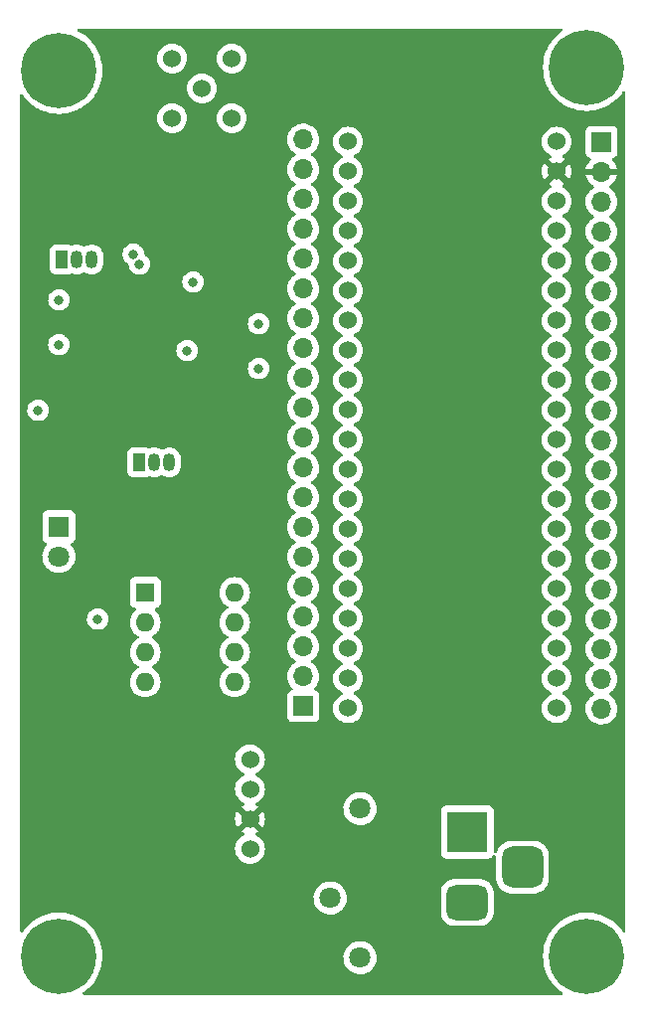
<source format=gbr>
%TF.GenerationSoftware,KiCad,Pcbnew,(6.0.7-1)-1*%
%TF.CreationDate,2022-09-12T11:25:08-04:00*%
%TF.ProjectId,LED_Pulser,4c45445f-5075-46c7-9365-722e6b696361,rev?*%
%TF.SameCoordinates,Original*%
%TF.FileFunction,Copper,L2,Inr*%
%TF.FilePolarity,Positive*%
%FSLAX46Y46*%
G04 Gerber Fmt 4.6, Leading zero omitted, Abs format (unit mm)*
G04 Created by KiCad (PCBNEW (6.0.7-1)-1) date 2022-09-12 11:25:08*
%MOMM*%
%LPD*%
G01*
G04 APERTURE LIST*
G04 Aperture macros list*
%AMRoundRect*
0 Rectangle with rounded corners*
0 $1 Rounding radius*
0 $2 $3 $4 $5 $6 $7 $8 $9 X,Y pos of 4 corners*
0 Add a 4 corners polygon primitive as box body*
4,1,4,$2,$3,$4,$5,$6,$7,$8,$9,$2,$3,0*
0 Add four circle primitives for the rounded corners*
1,1,$1+$1,$2,$3*
1,1,$1+$1,$4,$5*
1,1,$1+$1,$6,$7*
1,1,$1+$1,$8,$9*
0 Add four rect primitives between the rounded corners*
20,1,$1+$1,$2,$3,$4,$5,0*
20,1,$1+$1,$4,$5,$6,$7,0*
20,1,$1+$1,$6,$7,$8,$9,0*
20,1,$1+$1,$8,$9,$2,$3,0*%
G04 Aperture macros list end*
%TA.AperFunction,ComponentPad*%
%ADD10C,6.400000*%
%TD*%
%TA.AperFunction,ComponentPad*%
%ADD11R,1.800000X1.800000*%
%TD*%
%TA.AperFunction,ComponentPad*%
%ADD12C,1.800000*%
%TD*%
%TA.AperFunction,ComponentPad*%
%ADD13R,1.700000X1.700000*%
%TD*%
%TA.AperFunction,ComponentPad*%
%ADD14O,1.700000X1.700000*%
%TD*%
%TA.AperFunction,ComponentPad*%
%ADD15C,1.524000*%
%TD*%
%TA.AperFunction,ComponentPad*%
%ADD16R,1.600000X1.600000*%
%TD*%
%TA.AperFunction,ComponentPad*%
%ADD17O,1.600000X1.600000*%
%TD*%
%TA.AperFunction,ComponentPad*%
%ADD18R,1.050000X1.500000*%
%TD*%
%TA.AperFunction,ComponentPad*%
%ADD19O,1.050000X1.500000*%
%TD*%
%TA.AperFunction,ComponentPad*%
%ADD20R,3.500000X3.500000*%
%TD*%
%TA.AperFunction,ComponentPad*%
%ADD21RoundRect,0.750000X1.000000X-0.750000X1.000000X0.750000X-1.000000X0.750000X-1.000000X-0.750000X0*%
%TD*%
%TA.AperFunction,ComponentPad*%
%ADD22RoundRect,0.875000X0.875000X-0.875000X0.875000X0.875000X-0.875000X0.875000X-0.875000X-0.875000X0*%
%TD*%
%TA.AperFunction,ViaPad*%
%ADD23C,0.800000*%
%TD*%
G04 APERTURE END LIST*
D10*
%TO.N,GND*%
%TO.C,H1*%
X88900000Y-80264000D03*
%TD*%
D11*
%TO.N,Net-(C4-Pad2)*%
%TO.C,D1*%
X88900000Y-119121000D03*
D12*
%TO.N,Net-(C3-Pad1)*%
X88900000Y-121661000D03*
%TD*%
D13*
%TO.N,Net-(J2-Pad1)*%
%TO.C,J2*%
X109728000Y-134410000D03*
D14*
%TO.N,Net-(J2-Pad2)*%
X109728000Y-131870000D03*
%TO.N,GND*%
X109728000Y-129330000D03*
%TO.N,Net-(J2-Pad4)*%
X109728000Y-126790000D03*
%TO.N,Net-(J2-Pad5)*%
X109728000Y-124250000D03*
%TO.N,Net-(J2-Pad6)*%
X109728000Y-121710000D03*
%TO.N,Net-(J2-Pad7)*%
X109728000Y-119170000D03*
%TO.N,GND*%
X109728000Y-116630000D03*
%TO.N,Net-(J2-Pad9)*%
X109728000Y-114090000D03*
%TO.N,Net-(J2-Pad10)*%
X109728000Y-111550000D03*
%TO.N,Net-(J2-Pad11)*%
X109728000Y-109010000D03*
%TO.N,Net-(J2-Pad12)*%
X109728000Y-106470000D03*
%TO.N,GND*%
X109728000Y-103930000D03*
%TO.N,Net-(J2-Pad14)*%
X109728000Y-101390000D03*
%TO.N,Net-(J2-Pad15)*%
X109728000Y-98850000D03*
%TO.N,Net-(J2-Pad16)*%
X109728000Y-96310000D03*
%TO.N,Net-(J2-Pad17)*%
X109728000Y-93770000D03*
%TO.N,GND*%
X109728000Y-91230000D03*
%TO.N,Net-(J2-Pad19)*%
X109728000Y-88690000D03*
%TO.N,Net-(J2-Pad20)*%
X109728000Y-86150000D03*
%TD*%
D10*
%TO.N,GND*%
%TO.C,H2*%
X133858000Y-80010000D03*
%TD*%
%TO.N,GND*%
%TO.C,H3*%
X133858000Y-155702000D03*
%TD*%
D15*
%TO.N,Net-(J2-Pad20)*%
%TO.C,U4*%
X113538000Y-86330000D03*
%TO.N,Net-(J2-Pad19)*%
X113538000Y-88870000D03*
%TO.N,GND*%
X113538000Y-91410000D03*
%TO.N,Net-(J2-Pad17)*%
X113538000Y-93950000D03*
%TO.N,Net-(J2-Pad16)*%
X113538000Y-96490000D03*
%TO.N,Net-(J2-Pad15)*%
X113538000Y-99030000D03*
%TO.N,Net-(J2-Pad14)*%
X113538000Y-101570000D03*
%TO.N,GND*%
X113538000Y-104110000D03*
%TO.N,Net-(J2-Pad12)*%
X113538000Y-106650000D03*
%TO.N,Net-(J2-Pad11)*%
X113538000Y-109190000D03*
%TO.N,Net-(J2-Pad10)*%
X113538000Y-111730000D03*
%TO.N,Net-(J2-Pad9)*%
X113538000Y-114270000D03*
%TO.N,GND*%
X113538000Y-116810000D03*
%TO.N,Net-(J2-Pad7)*%
X113538000Y-119350000D03*
%TO.N,Net-(J2-Pad6)*%
X113538000Y-121890000D03*
%TO.N,Net-(J2-Pad5)*%
X113538000Y-124430000D03*
%TO.N,Net-(J2-Pad4)*%
X113538000Y-126970000D03*
%TO.N,GND*%
X113538000Y-129510000D03*
%TO.N,Net-(J2-Pad2)*%
X113538000Y-132050000D03*
%TO.N,Net-(J2-Pad1)*%
X113538000Y-134590000D03*
%TO.N,Net-(J3-Pad20)*%
X131318000Y-134590000D03*
%TO.N,Net-(J3-Pad19)*%
X131318000Y-132050000D03*
%TO.N,GND*%
X131318000Y-129510000D03*
%TO.N,Net-(J3-Pad17)*%
X131318000Y-126970000D03*
%TO.N,Net-(J3-Pad16)*%
X131318000Y-124430000D03*
%TO.N,Net-(J3-Pad15)*%
X131318000Y-121890000D03*
%TO.N,Net-(J3-Pad14)*%
X131318000Y-119350000D03*
%TO.N,GND*%
X131318000Y-116810000D03*
%TO.N,Net-(J3-Pad12)*%
X131318000Y-114270000D03*
%TO.N,Net-(J3-Pad11)*%
X131318000Y-111730000D03*
%TO.N,Net-(J3-Pad10)*%
X131318000Y-109190000D03*
%TO.N,Net-(J3-Pad9)*%
X131318000Y-106650000D03*
%TO.N,GND*%
X131318000Y-104110000D03*
%TO.N,Net-(J3-Pad7)*%
X131318000Y-101570000D03*
%TO.N,Net-(J3-Pad6)*%
X131318000Y-99030000D03*
%TO.N,Net-(J3-Pad5)*%
X131318000Y-96490000D03*
%TO.N,Net-(J3-Pad4)*%
X131318000Y-93950000D03*
%TO.N,GND*%
X131318000Y-91410000D03*
%TO.N,+3.3V*%
X131318000Y-88870000D03*
%TO.N,Net-(J3-Pad1)*%
X131318000Y-86330000D03*
%TD*%
D13*
%TO.N,Net-(J3-Pad1)*%
%TO.C,J3*%
X135128000Y-86360000D03*
D14*
%TO.N,+3.3V*%
X135128000Y-88900000D03*
%TO.N,GND*%
X135128000Y-91440000D03*
%TO.N,Net-(J3-Pad4)*%
X135128000Y-93980000D03*
%TO.N,Net-(J3-Pad5)*%
X135128000Y-96520000D03*
%TO.N,Net-(J3-Pad6)*%
X135128000Y-99060000D03*
%TO.N,Net-(J3-Pad7)*%
X135128000Y-101600000D03*
%TO.N,GND*%
X135128000Y-104140000D03*
%TO.N,Net-(J3-Pad9)*%
X135128000Y-106680000D03*
%TO.N,Net-(J3-Pad10)*%
X135128000Y-109220000D03*
%TO.N,Net-(J3-Pad11)*%
X135128000Y-111760000D03*
%TO.N,Net-(J3-Pad12)*%
X135128000Y-114300000D03*
%TO.N,GND*%
X135128000Y-116840000D03*
%TO.N,Net-(J3-Pad14)*%
X135128000Y-119380000D03*
%TO.N,Net-(J3-Pad15)*%
X135128000Y-121920000D03*
%TO.N,Net-(J3-Pad16)*%
X135128000Y-124460000D03*
%TO.N,Net-(J3-Pad17)*%
X135128000Y-127000000D03*
%TO.N,GND*%
X135128000Y-129540000D03*
%TO.N,Net-(J3-Pad19)*%
X135128000Y-132080000D03*
%TO.N,Net-(J3-Pad20)*%
X135128000Y-134620000D03*
%TD*%
D16*
%TO.N,unconnected-(U2-Pad1)*%
%TO.C,U2*%
X96266000Y-124724000D03*
D17*
%TO.N,Net-(R4-Pad2)*%
X96266000Y-127264000D03*
%TO.N,Net-(RV1-Pad2)*%
X96266000Y-129804000D03*
%TO.N,GND*%
X96266000Y-132344000D03*
%TO.N,unconnected-(U2-Pad5)*%
X103886000Y-132344000D03*
%TO.N,Net-(R4-Pad2)*%
X103886000Y-129804000D03*
%TO.N,+15V*%
X103886000Y-127264000D03*
%TO.N,unconnected-(U2-Pad8)*%
X103886000Y-124724000D03*
%TD*%
D18*
%TO.N,N/C*%
%TO.C,U1*%
X95758000Y-113644000D03*
D19*
%TO.N,Net-(RV1-Pad3)*%
X97028000Y-113644000D03*
%TO.N,GND*%
X98298000Y-113644000D03*
%TD*%
D15*
%TO.N,unconnected-(U5-Pad1)*%
%TO.C,U5*%
X105186000Y-138938000D03*
%TO.N,+15V*%
X105186000Y-141478000D03*
%TO.N,+3.3V*%
X105186000Y-144018000D03*
%TO.N,GND*%
X105186000Y-146558000D03*
%TD*%
D20*
%TO.N,+15V*%
%TO.C,J42*%
X123698000Y-145130000D03*
D21*
%TO.N,GND*%
X123698000Y-151130000D03*
D22*
%TO.N,N/C*%
X128398000Y-148130000D03*
%TD*%
D12*
%TO.N,GND*%
%TO.C,RV1*%
X114554000Y-143130500D03*
%TO.N,Net-(RV1-Pad2)*%
X112014000Y-150750500D03*
%TO.N,Net-(RV1-Pad3)*%
X114554000Y-155830500D03*
%TD*%
D18*
%TO.N,GND*%
%TO.C,Q1*%
X89154000Y-96372000D03*
D19*
%TO.N,Net-(J1-Pad1)*%
X90424000Y-96372000D03*
%TO.N,Net-(C4-Pad1)*%
X91694000Y-96372000D03*
%TD*%
D10*
%TO.N,GND*%
%TO.C,H4*%
X88900000Y-155702000D03*
%TD*%
D15*
%TO.N,Net-(J1-Pad1)*%
%TO.C,J1*%
X101092000Y-81788000D03*
%TO.N,GND*%
X103632000Y-79248000D03*
X103632000Y-84328000D03*
X98552000Y-84328000D03*
X98552000Y-79248000D03*
%TD*%
D23*
%TO.N,GND*%
X100330000Y-98298000D03*
X92202000Y-127000000D03*
X105918000Y-105664000D03*
X87122000Y-109220000D03*
X105918000Y-101854000D03*
%TO.N,+15V*%
X99822000Y-104140000D03*
%TO.N,Net-(R7-Pad1)*%
X95241931Y-95918033D03*
X88900000Y-99822000D03*
%TO.N,Net-(R8-Pad1)*%
X95758000Y-96774000D03*
X88900000Y-103632000D03*
%TO.N,+3.3V*%
X102108000Y-94742000D03*
%TD*%
%TA.AperFunction,Conductor*%
%TO.N,+3.3V*%
G36*
X131775520Y-76728502D02*
G01*
X131822013Y-76782158D01*
X131832117Y-76852432D01*
X131802623Y-76917012D01*
X131776024Y-76940172D01*
X131675207Y-77005643D01*
X131373124Y-77250266D01*
X131098266Y-77525124D01*
X130853643Y-77827207D01*
X130851848Y-77829970D01*
X130851848Y-77829971D01*
X130645110Y-78148322D01*
X130641938Y-78153206D01*
X130640443Y-78156140D01*
X130640439Y-78156147D01*
X130499513Y-78432730D01*
X130465468Y-78499547D01*
X130326167Y-78862438D01*
X130225562Y-79237901D01*
X130164754Y-79621824D01*
X130144411Y-80010000D01*
X130164754Y-80398176D01*
X130165267Y-80401416D01*
X130165268Y-80401424D01*
X130182960Y-80513126D01*
X130225562Y-80782099D01*
X130326167Y-81157562D01*
X130465468Y-81520453D01*
X130466966Y-81523393D01*
X130599001Y-81782525D01*
X130641938Y-81866794D01*
X130643734Y-81869560D01*
X130643736Y-81869563D01*
X130808685Y-82123563D01*
X130853643Y-82192793D01*
X130855718Y-82195355D01*
X131061404Y-82449355D01*
X131098266Y-82494876D01*
X131373124Y-82769734D01*
X131675207Y-83014357D01*
X131677970Y-83016152D01*
X131677971Y-83016152D01*
X131993697Y-83221186D01*
X132001205Y-83226062D01*
X132004139Y-83227557D01*
X132004146Y-83227561D01*
X132240255Y-83347864D01*
X132347547Y-83402532D01*
X132710438Y-83541833D01*
X133085901Y-83642438D01*
X133289793Y-83674732D01*
X133466576Y-83702732D01*
X133466584Y-83702733D01*
X133469824Y-83703246D01*
X133858000Y-83723589D01*
X134246176Y-83703246D01*
X134249416Y-83702733D01*
X134249424Y-83702732D01*
X134426207Y-83674732D01*
X134630099Y-83642438D01*
X135005562Y-83541833D01*
X135368453Y-83402532D01*
X135475745Y-83347864D01*
X135711854Y-83227561D01*
X135711861Y-83227557D01*
X135714795Y-83226062D01*
X135722304Y-83221186D01*
X136038029Y-83016152D01*
X136038030Y-83016152D01*
X136040793Y-83014357D01*
X136342876Y-82769734D01*
X136617734Y-82494876D01*
X136654597Y-82449355D01*
X136860282Y-82195355D01*
X136862357Y-82192793D01*
X136927828Y-82091976D01*
X136981703Y-82045740D01*
X137052025Y-82035970D01*
X137116464Y-82065770D01*
X137154564Y-82125678D01*
X137159500Y-82160601D01*
X137159500Y-153551399D01*
X137139498Y-153619520D01*
X137085842Y-153666013D01*
X137015568Y-153676117D01*
X136950988Y-153646623D01*
X136927827Y-153620023D01*
X136927501Y-153619520D01*
X136862357Y-153519207D01*
X136617734Y-153217124D01*
X136342876Y-152942266D01*
X136040793Y-152697643D01*
X135714795Y-152485938D01*
X135711861Y-152484443D01*
X135711854Y-152484439D01*
X135371393Y-152310966D01*
X135368453Y-152309468D01*
X135005562Y-152170167D01*
X134630099Y-152069562D01*
X134426207Y-152037268D01*
X134249424Y-152009268D01*
X134249416Y-152009267D01*
X134246176Y-152008754D01*
X133858000Y-151988411D01*
X133469824Y-152008754D01*
X133466584Y-152009267D01*
X133466576Y-152009268D01*
X133289793Y-152037268D01*
X133085901Y-152069562D01*
X132710438Y-152170167D01*
X132347547Y-152309468D01*
X132344607Y-152310966D01*
X132004147Y-152484439D01*
X132004140Y-152484443D01*
X132001206Y-152485938D01*
X131998440Y-152487734D01*
X131998437Y-152487736D01*
X131693260Y-152685919D01*
X131675207Y-152697643D01*
X131373124Y-152942266D01*
X131098266Y-153217124D01*
X130853643Y-153519207D01*
X130851848Y-153521970D01*
X130851848Y-153521971D01*
X130751802Y-153676030D01*
X130641938Y-153845206D01*
X130465468Y-154191547D01*
X130464284Y-154194632D01*
X130330223Y-154543873D01*
X130326167Y-154554438D01*
X130225562Y-154929901D01*
X130194166Y-155128123D01*
X130187951Y-155167368D01*
X130164754Y-155313824D01*
X130144411Y-155702000D01*
X130164754Y-156090176D01*
X130165267Y-156093416D01*
X130165268Y-156093424D01*
X130191324Y-156257928D01*
X130225562Y-156474099D01*
X130326167Y-156849562D01*
X130327352Y-156852650D01*
X130327353Y-156852652D01*
X130378128Y-156984925D01*
X130465468Y-157212453D01*
X130466966Y-157215393D01*
X130480713Y-157242372D01*
X130641938Y-157558794D01*
X130643734Y-157561560D01*
X130643736Y-157561563D01*
X130771154Y-157757770D01*
X130853643Y-157884793D01*
X131098266Y-158186876D01*
X131373124Y-158461734D01*
X131675207Y-158706357D01*
X131677970Y-158708152D01*
X131677971Y-158708152D01*
X131776022Y-158771827D01*
X131822259Y-158825704D01*
X131832029Y-158896025D01*
X131802229Y-158960465D01*
X131742320Y-158998564D01*
X131707398Y-159003500D01*
X91050602Y-159003500D01*
X90982481Y-158983498D01*
X90935988Y-158929842D01*
X90925884Y-158859568D01*
X90955378Y-158794988D01*
X90981978Y-158771827D01*
X91080029Y-158708152D01*
X91080030Y-158708152D01*
X91082793Y-158706357D01*
X91384876Y-158461734D01*
X91659734Y-158186876D01*
X91904357Y-157884793D01*
X91986846Y-157757770D01*
X92114264Y-157561563D01*
X92114266Y-157561560D01*
X92116062Y-157558794D01*
X92277288Y-157242372D01*
X92291034Y-157215393D01*
X92292532Y-157212453D01*
X92379872Y-156984925D01*
X92430647Y-156852652D01*
X92430648Y-156852650D01*
X92431833Y-156849562D01*
X92532438Y-156474099D01*
X92566676Y-156257928D01*
X92592732Y-156093424D01*
X92592733Y-156093416D01*
X92593246Y-156090176D01*
X92608664Y-155795969D01*
X113141095Y-155795969D01*
X113141392Y-155801122D01*
X113141392Y-155801125D01*
X113147067Y-155899541D01*
X113154427Y-156027197D01*
X113155564Y-156032243D01*
X113155565Y-156032249D01*
X113187741Y-156175023D01*
X113205346Y-156253142D01*
X113207288Y-156257924D01*
X113207289Y-156257928D01*
X113290540Y-156462950D01*
X113292484Y-156467737D01*
X113413501Y-156665219D01*
X113565147Y-156840284D01*
X113743349Y-156988230D01*
X113943322Y-157105084D01*
X114159694Y-157187709D01*
X114164760Y-157188740D01*
X114164761Y-157188740D01*
X114217846Y-157199540D01*
X114386656Y-157233885D01*
X114517324Y-157238676D01*
X114612949Y-157242183D01*
X114612953Y-157242183D01*
X114618113Y-157242372D01*
X114623233Y-157241716D01*
X114623235Y-157241716D01*
X114696270Y-157232360D01*
X114847847Y-157212942D01*
X114852795Y-157211457D01*
X114852802Y-157211456D01*
X115064747Y-157147869D01*
X115069690Y-157146386D01*
X115150236Y-157106927D01*
X115273049Y-157046762D01*
X115273052Y-157046760D01*
X115277684Y-157044491D01*
X115466243Y-156909994D01*
X115630303Y-156746505D01*
X115765458Y-156558417D01*
X115807131Y-156474099D01*
X115865784Y-156355422D01*
X115865785Y-156355420D01*
X115868078Y-156350780D01*
X115935408Y-156129171D01*
X115965640Y-155899541D01*
X115967327Y-155830500D01*
X115957034Y-155705301D01*
X115948773Y-155604818D01*
X115948772Y-155604812D01*
X115948349Y-155599667D01*
X115891925Y-155375033D01*
X115889866Y-155370297D01*
X115801630Y-155167368D01*
X115801628Y-155167365D01*
X115799570Y-155162631D01*
X115673764Y-154968165D01*
X115517887Y-154796858D01*
X115513836Y-154793659D01*
X115513832Y-154793655D01*
X115340177Y-154656511D01*
X115340172Y-154656508D01*
X115336123Y-154653310D01*
X115331607Y-154650817D01*
X115331604Y-154650815D01*
X115137879Y-154543873D01*
X115137875Y-154543871D01*
X115133355Y-154541376D01*
X115128486Y-154539652D01*
X115128482Y-154539650D01*
X114919903Y-154465788D01*
X114919899Y-154465787D01*
X114915028Y-154464062D01*
X114909935Y-154463155D01*
X114909932Y-154463154D01*
X114692095Y-154424351D01*
X114692089Y-154424350D01*
X114687006Y-154423445D01*
X114614096Y-154422554D01*
X114460581Y-154420679D01*
X114460579Y-154420679D01*
X114455411Y-154420616D01*
X114226464Y-154455650D01*
X114006314Y-154527606D01*
X114001726Y-154529994D01*
X114001722Y-154529996D01*
X113948638Y-154557630D01*
X113800872Y-154634552D01*
X113796739Y-154637655D01*
X113796736Y-154637657D01*
X113771625Y-154656511D01*
X113615655Y-154773617D01*
X113612083Y-154777355D01*
X113466307Y-154929901D01*
X113455639Y-154941064D01*
X113452725Y-154945336D01*
X113452724Y-154945337D01*
X113437152Y-154968165D01*
X113325119Y-155132399D01*
X113227602Y-155342481D01*
X113165707Y-155565669D01*
X113141095Y-155795969D01*
X92608664Y-155795969D01*
X92613589Y-155702000D01*
X92593246Y-155313824D01*
X92570050Y-155167368D01*
X92563834Y-155128123D01*
X92532438Y-154929901D01*
X92431833Y-154554438D01*
X92427778Y-154543873D01*
X92293716Y-154194632D01*
X92292532Y-154191547D01*
X92116062Y-153845206D01*
X92006199Y-153676030D01*
X91906152Y-153521971D01*
X91906152Y-153521970D01*
X91904357Y-153519207D01*
X91659734Y-153217124D01*
X91384876Y-152942266D01*
X91082793Y-152697643D01*
X90756795Y-152485938D01*
X90753861Y-152484443D01*
X90753854Y-152484439D01*
X90413393Y-152310966D01*
X90410453Y-152309468D01*
X90047562Y-152170167D01*
X89672099Y-152069562D01*
X89468207Y-152037268D01*
X89291424Y-152009268D01*
X89291416Y-152009267D01*
X89288176Y-152008754D01*
X88900000Y-151988411D01*
X88511824Y-152008754D01*
X88508584Y-152009267D01*
X88508576Y-152009268D01*
X88331793Y-152037268D01*
X88127901Y-152069562D01*
X87752438Y-152170167D01*
X87389547Y-152309468D01*
X87386607Y-152310966D01*
X87046147Y-152484439D01*
X87046140Y-152484443D01*
X87043206Y-152485938D01*
X87040440Y-152487734D01*
X87040437Y-152487736D01*
X86735260Y-152685919D01*
X86717207Y-152697643D01*
X86415124Y-152942266D01*
X86140266Y-153217124D01*
X85895643Y-153519207D01*
X85830500Y-153619520D01*
X85830173Y-153620023D01*
X85776297Y-153666260D01*
X85705975Y-153676030D01*
X85641536Y-153646230D01*
X85603436Y-153586322D01*
X85598500Y-153551399D01*
X85598500Y-150715969D01*
X110601095Y-150715969D01*
X110601392Y-150721122D01*
X110601392Y-150721125D01*
X110607067Y-150819541D01*
X110614427Y-150947197D01*
X110615564Y-150952243D01*
X110615565Y-150952249D01*
X110647741Y-151095023D01*
X110665346Y-151173142D01*
X110667288Y-151177924D01*
X110667289Y-151177928D01*
X110750540Y-151382950D01*
X110752484Y-151387737D01*
X110873501Y-151585219D01*
X111025147Y-151760284D01*
X111203349Y-151908230D01*
X111403322Y-152025084D01*
X111619694Y-152107709D01*
X111624760Y-152108740D01*
X111624761Y-152108740D01*
X111677846Y-152119540D01*
X111846656Y-152153885D01*
X111977324Y-152158676D01*
X112072949Y-152162183D01*
X112072953Y-152162183D01*
X112078113Y-152162372D01*
X112083233Y-152161716D01*
X112083235Y-152161716D01*
X112156270Y-152152360D01*
X112307847Y-152132942D01*
X112312795Y-152131457D01*
X112312802Y-152131456D01*
X112524747Y-152067869D01*
X112529690Y-152066386D01*
X112610236Y-152026927D01*
X112733049Y-151966762D01*
X112733052Y-151966760D01*
X112737684Y-151964491D01*
X112768456Y-151942542D01*
X121439500Y-151942542D01*
X121451022Y-152084200D01*
X121506890Y-152301794D01*
X121600409Y-152506055D01*
X121728620Y-152690527D01*
X121887473Y-152849380D01*
X122071945Y-152977591D01*
X122276206Y-153071110D01*
X122493800Y-153126978D01*
X122547705Y-153131362D01*
X122632908Y-153138293D01*
X122632918Y-153138293D01*
X122635458Y-153138500D01*
X124760542Y-153138500D01*
X124763082Y-153138293D01*
X124763092Y-153138293D01*
X124848295Y-153131362D01*
X124902200Y-153126978D01*
X125119794Y-153071110D01*
X125324055Y-152977591D01*
X125508527Y-152849380D01*
X125667380Y-152690527D01*
X125795591Y-152506055D01*
X125889110Y-152301794D01*
X125944978Y-152084200D01*
X125956500Y-151942542D01*
X125956500Y-150317458D01*
X125952029Y-150262481D01*
X125945413Y-150181151D01*
X125944978Y-150175800D01*
X125912197Y-150048123D01*
X125890505Y-149963639D01*
X125890505Y-149963638D01*
X125889110Y-149958206D01*
X125795591Y-149753945D01*
X125667380Y-149569473D01*
X125508527Y-149410620D01*
X125324055Y-149282409D01*
X125119794Y-149188890D01*
X125114361Y-149187495D01*
X124907396Y-149134356D01*
X124907395Y-149134356D01*
X124902200Y-149133022D01*
X124848295Y-149128638D01*
X124763092Y-149121707D01*
X124763082Y-149121707D01*
X124760542Y-149121500D01*
X122635458Y-149121500D01*
X122632918Y-149121707D01*
X122632908Y-149121707D01*
X122547705Y-149128638D01*
X122493800Y-149133022D01*
X122488605Y-149134356D01*
X122488604Y-149134356D01*
X122281639Y-149187495D01*
X122276206Y-149188890D01*
X122071945Y-149282409D01*
X121887473Y-149410620D01*
X121728620Y-149569473D01*
X121600409Y-149753945D01*
X121506890Y-149958206D01*
X121505495Y-149963638D01*
X121505495Y-149963639D01*
X121483804Y-150048123D01*
X121451022Y-150175800D01*
X121450587Y-150181151D01*
X121443972Y-150262481D01*
X121439500Y-150317458D01*
X121439500Y-151942542D01*
X112768456Y-151942542D01*
X112926243Y-151829994D01*
X113090303Y-151666505D01*
X113225458Y-151478417D01*
X113272641Y-151382950D01*
X113325784Y-151275422D01*
X113325785Y-151275420D01*
X113328078Y-151270780D01*
X113395408Y-151049171D01*
X113425640Y-150819541D01*
X113427327Y-150750500D01*
X113421032Y-150673934D01*
X113408773Y-150524818D01*
X113408772Y-150524812D01*
X113408349Y-150519667D01*
X113363572Y-150341402D01*
X113353184Y-150300044D01*
X113353183Y-150300040D01*
X113351925Y-150295033D01*
X113349866Y-150290297D01*
X113261630Y-150087368D01*
X113261628Y-150087365D01*
X113259570Y-150082631D01*
X113133764Y-149888165D01*
X112977887Y-149716858D01*
X112973836Y-149713659D01*
X112973832Y-149713655D01*
X112800177Y-149576511D01*
X112800172Y-149576508D01*
X112796123Y-149573310D01*
X112791607Y-149570817D01*
X112791604Y-149570815D01*
X112597879Y-149463873D01*
X112597875Y-149463871D01*
X112593355Y-149461376D01*
X112588486Y-149459652D01*
X112588482Y-149459650D01*
X112379903Y-149385788D01*
X112379899Y-149385787D01*
X112375028Y-149384062D01*
X112369935Y-149383155D01*
X112369932Y-149383154D01*
X112152095Y-149344351D01*
X112152089Y-149344350D01*
X112147006Y-149343445D01*
X112074096Y-149342554D01*
X111920581Y-149340679D01*
X111920579Y-149340679D01*
X111915411Y-149340616D01*
X111686464Y-149375650D01*
X111466314Y-149447606D01*
X111461726Y-149449994D01*
X111461722Y-149449996D01*
X111435065Y-149463873D01*
X111260872Y-149554552D01*
X111256739Y-149557655D01*
X111256736Y-149557657D01*
X111079790Y-149690512D01*
X111075655Y-149693617D01*
X111072083Y-149697355D01*
X110966964Y-149807356D01*
X110915639Y-149861064D01*
X110912725Y-149865336D01*
X110912724Y-149865337D01*
X110897152Y-149888165D01*
X110785119Y-150052399D01*
X110687602Y-150262481D01*
X110625707Y-150485669D01*
X110601095Y-150715969D01*
X85598500Y-150715969D01*
X85598500Y-146558000D01*
X103910647Y-146558000D01*
X103930022Y-146779463D01*
X103987560Y-146994196D01*
X103989882Y-146999177D01*
X103989883Y-146999178D01*
X104079186Y-147190689D01*
X104079189Y-147190694D01*
X104081512Y-147195676D01*
X104084668Y-147200183D01*
X104084669Y-147200185D01*
X104172226Y-147325229D01*
X104209023Y-147377781D01*
X104366219Y-147534977D01*
X104370727Y-147538134D01*
X104370730Y-147538136D01*
X104446495Y-147591187D01*
X104548323Y-147662488D01*
X104553305Y-147664811D01*
X104553310Y-147664814D01*
X104744822Y-147754117D01*
X104749804Y-147756440D01*
X104755112Y-147757862D01*
X104755114Y-147757863D01*
X104820949Y-147775503D01*
X104964537Y-147813978D01*
X105186000Y-147833353D01*
X105407463Y-147813978D01*
X105551051Y-147775503D01*
X105616886Y-147757863D01*
X105616888Y-147757862D01*
X105622196Y-147756440D01*
X105627178Y-147754117D01*
X105818690Y-147664814D01*
X105818695Y-147664811D01*
X105823677Y-147662488D01*
X105925505Y-147591187D01*
X106001270Y-147538136D01*
X106001273Y-147538134D01*
X106005781Y-147534977D01*
X106162977Y-147377781D01*
X106199775Y-147325229D01*
X106287331Y-147200185D01*
X106287332Y-147200183D01*
X106290488Y-147195676D01*
X106292811Y-147190694D01*
X106292814Y-147190689D01*
X106382117Y-146999178D01*
X106382118Y-146999177D01*
X106384440Y-146994196D01*
X106402141Y-146928134D01*
X121439500Y-146928134D01*
X121446255Y-146990316D01*
X121497385Y-147126705D01*
X121584739Y-147243261D01*
X121701295Y-147330615D01*
X121837684Y-147381745D01*
X121899866Y-147388500D01*
X125496134Y-147388500D01*
X125558316Y-147381745D01*
X125694705Y-147330615D01*
X125811261Y-147243261D01*
X125898615Y-147126705D01*
X125901764Y-147118304D01*
X125902981Y-147116082D01*
X125953240Y-147065936D01*
X126022631Y-147050923D01*
X126089123Y-147075809D01*
X126131605Y-147132693D01*
X126139500Y-147176592D01*
X126139500Y-149097364D01*
X126139591Y-149099037D01*
X126139591Y-149099052D01*
X126141431Y-149133022D01*
X126142619Y-149154957D01*
X126187620Y-149385393D01*
X126270804Y-149604952D01*
X126389791Y-149807356D01*
X126541181Y-149986819D01*
X126720644Y-150138209D01*
X126923048Y-150257196D01*
X127142607Y-150340380D01*
X127373043Y-150385381D01*
X127377401Y-150385617D01*
X127428948Y-150388409D01*
X127428963Y-150388409D01*
X127430636Y-150388500D01*
X129365364Y-150388500D01*
X129367037Y-150388409D01*
X129367052Y-150388409D01*
X129418599Y-150385617D01*
X129422957Y-150385381D01*
X129653393Y-150340380D01*
X129872952Y-150257196D01*
X130075356Y-150138209D01*
X130254819Y-149986819D01*
X130406209Y-149807356D01*
X130525196Y-149604952D01*
X130608380Y-149385393D01*
X130653381Y-149154957D01*
X130654569Y-149133022D01*
X130656409Y-149099052D01*
X130656409Y-149099037D01*
X130656500Y-149097364D01*
X130656500Y-147162636D01*
X130654879Y-147132693D01*
X130653617Y-147109401D01*
X130653381Y-147105043D01*
X130629442Y-146982460D01*
X130609402Y-146879840D01*
X130609402Y-146879839D01*
X130608380Y-146874607D01*
X130525196Y-146655048D01*
X130406209Y-146452644D01*
X130254819Y-146273181D01*
X130075356Y-146121791D01*
X130066904Y-146116822D01*
X130007464Y-146081879D01*
X129872952Y-146002804D01*
X129653393Y-145919620D01*
X129422957Y-145874619D01*
X129417227Y-145874309D01*
X129367052Y-145871591D01*
X129367037Y-145871591D01*
X129365364Y-145871500D01*
X127430636Y-145871500D01*
X127428963Y-145871591D01*
X127428948Y-145871591D01*
X127378773Y-145874309D01*
X127373043Y-145874619D01*
X127142607Y-145919620D01*
X126923048Y-146002804D01*
X126788536Y-146081879D01*
X126729097Y-146116822D01*
X126720644Y-146121791D01*
X126541181Y-146273181D01*
X126389791Y-146452644D01*
X126270804Y-146655048D01*
X126268915Y-146660034D01*
X126200327Y-146841068D01*
X126157488Y-146897683D01*
X126090840Y-146922151D01*
X126021545Y-146906702D01*
X125971602Y-146856241D01*
X125956500Y-146796427D01*
X125956500Y-143331866D01*
X125949745Y-143269684D01*
X125898615Y-143133295D01*
X125811261Y-143016739D01*
X125694705Y-142929385D01*
X125558316Y-142878255D01*
X125496134Y-142871500D01*
X121899866Y-142871500D01*
X121837684Y-142878255D01*
X121701295Y-142929385D01*
X121584739Y-143016739D01*
X121497385Y-143133295D01*
X121446255Y-143269684D01*
X121439500Y-143331866D01*
X121439500Y-146928134D01*
X106402141Y-146928134D01*
X106441978Y-146779463D01*
X106461353Y-146558000D01*
X106441978Y-146336537D01*
X106384440Y-146121804D01*
X106330210Y-146005507D01*
X106292814Y-145925311D01*
X106292811Y-145925306D01*
X106290488Y-145920324D01*
X106162977Y-145738219D01*
X106005781Y-145581023D01*
X106001273Y-145577866D01*
X106001270Y-145577864D01*
X105925505Y-145524813D01*
X105823677Y-145453512D01*
X105818695Y-145451189D01*
X105818690Y-145451186D01*
X105713035Y-145401919D01*
X105659750Y-145355002D01*
X105640289Y-145286725D01*
X105660831Y-145218765D01*
X105713035Y-145173529D01*
X105818445Y-145124376D01*
X105827931Y-145118898D01*
X105871764Y-145088207D01*
X105880139Y-145077729D01*
X105873071Y-145064281D01*
X105198812Y-144390022D01*
X105184868Y-144382408D01*
X105183035Y-144382539D01*
X105176420Y-144386790D01*
X104498207Y-145065003D01*
X104491777Y-145076777D01*
X104501074Y-145088793D01*
X104544069Y-145118898D01*
X104553555Y-145124376D01*
X104658965Y-145173529D01*
X104712250Y-145220446D01*
X104731711Y-145288723D01*
X104711169Y-145356683D01*
X104658965Y-145401919D01*
X104553311Y-145451186D01*
X104553306Y-145451189D01*
X104548324Y-145453512D01*
X104543817Y-145456668D01*
X104543815Y-145456669D01*
X104370730Y-145577864D01*
X104370727Y-145577866D01*
X104366219Y-145581023D01*
X104209023Y-145738219D01*
X104081512Y-145920324D01*
X104079189Y-145925306D01*
X104079186Y-145925311D01*
X104041790Y-146005507D01*
X103987560Y-146121804D01*
X103930022Y-146336537D01*
X103910647Y-146558000D01*
X85598500Y-146558000D01*
X85598500Y-144023475D01*
X103911628Y-144023475D01*
X103930038Y-144233896D01*
X103931941Y-144244691D01*
X103986609Y-144448715D01*
X103990355Y-144459007D01*
X104079623Y-144650441D01*
X104085103Y-144659932D01*
X104115794Y-144703765D01*
X104126271Y-144712140D01*
X104139718Y-144705072D01*
X104813978Y-144030812D01*
X104820356Y-144019132D01*
X105550408Y-144019132D01*
X105550539Y-144020965D01*
X105554790Y-144027580D01*
X106233003Y-144705793D01*
X106244777Y-144712223D01*
X106256793Y-144702926D01*
X106286897Y-144659932D01*
X106292377Y-144650441D01*
X106381645Y-144459007D01*
X106385391Y-144448715D01*
X106440059Y-144244691D01*
X106441962Y-144233896D01*
X106460372Y-144023475D01*
X106460372Y-144012525D01*
X106441962Y-143802104D01*
X106440059Y-143791309D01*
X106385391Y-143587285D01*
X106381645Y-143576993D01*
X106292377Y-143385559D01*
X106286897Y-143376068D01*
X106256206Y-143332235D01*
X106245729Y-143323860D01*
X106232282Y-143330928D01*
X105558022Y-144005188D01*
X105550408Y-144019132D01*
X104820356Y-144019132D01*
X104821592Y-144016868D01*
X104821461Y-144015035D01*
X104817210Y-144008420D01*
X104138997Y-143330207D01*
X104127223Y-143323777D01*
X104115207Y-143333074D01*
X104085103Y-143376068D01*
X104079623Y-143385559D01*
X103990355Y-143576993D01*
X103986609Y-143587285D01*
X103931941Y-143791309D01*
X103930038Y-143802104D01*
X103911628Y-144012525D01*
X103911628Y-144023475D01*
X85598500Y-144023475D01*
X85598500Y-141478000D01*
X103910647Y-141478000D01*
X103930022Y-141699463D01*
X103987560Y-141914196D01*
X103989882Y-141919177D01*
X103989883Y-141919178D01*
X104079186Y-142110689D01*
X104079189Y-142110694D01*
X104081512Y-142115676D01*
X104084668Y-142120183D01*
X104084669Y-142120185D01*
X104188286Y-142268165D01*
X104209023Y-142297781D01*
X104366219Y-142454977D01*
X104370727Y-142458134D01*
X104370730Y-142458136D01*
X104377150Y-142462631D01*
X104548323Y-142582488D01*
X104553305Y-142584811D01*
X104553310Y-142584814D01*
X104658965Y-142634081D01*
X104712250Y-142680998D01*
X104731711Y-142749275D01*
X104711169Y-142817235D01*
X104658965Y-142862471D01*
X104553559Y-142911623D01*
X104544068Y-142917103D01*
X104500235Y-142947794D01*
X104491860Y-142958271D01*
X104498928Y-142971718D01*
X105173188Y-143645978D01*
X105187132Y-143653592D01*
X105188965Y-143653461D01*
X105195580Y-143649210D01*
X105748821Y-143095969D01*
X113141095Y-143095969D01*
X113141392Y-143101122D01*
X113141392Y-143101125D01*
X113147067Y-143199541D01*
X113154427Y-143327197D01*
X113155564Y-143332243D01*
X113155565Y-143332249D01*
X113187741Y-143475023D01*
X113205346Y-143553142D01*
X113207288Y-143557924D01*
X113207289Y-143557928D01*
X113290540Y-143762950D01*
X113292484Y-143767737D01*
X113413501Y-143965219D01*
X113565147Y-144140284D01*
X113743349Y-144288230D01*
X113943322Y-144405084D01*
X114159694Y-144487709D01*
X114164760Y-144488740D01*
X114164761Y-144488740D01*
X114217846Y-144499540D01*
X114386656Y-144533885D01*
X114517324Y-144538676D01*
X114612949Y-144542183D01*
X114612953Y-144542183D01*
X114618113Y-144542372D01*
X114623233Y-144541716D01*
X114623235Y-144541716D01*
X114696270Y-144532360D01*
X114847847Y-144512942D01*
X114852795Y-144511457D01*
X114852802Y-144511456D01*
X115064747Y-144447869D01*
X115069690Y-144446386D01*
X115150236Y-144406927D01*
X115273049Y-144346762D01*
X115273052Y-144346760D01*
X115277684Y-144344491D01*
X115466243Y-144209994D01*
X115630303Y-144046505D01*
X115652917Y-144015035D01*
X115691875Y-143960818D01*
X115765458Y-143858417D01*
X115793290Y-143802104D01*
X115865784Y-143655422D01*
X115865785Y-143655420D01*
X115868078Y-143650780D01*
X115935408Y-143429171D01*
X115965640Y-143199541D01*
X115967327Y-143130500D01*
X115961032Y-143053934D01*
X115948773Y-142904818D01*
X115948772Y-142904812D01*
X115948349Y-142899667D01*
X115910573Y-142749275D01*
X115893184Y-142680044D01*
X115893183Y-142680040D01*
X115891925Y-142675033D01*
X115889866Y-142670297D01*
X115801630Y-142467368D01*
X115801628Y-142467365D01*
X115799570Y-142462631D01*
X115673764Y-142268165D01*
X115517887Y-142096858D01*
X115513836Y-142093659D01*
X115513832Y-142093655D01*
X115340177Y-141956511D01*
X115340172Y-141956508D01*
X115336123Y-141953310D01*
X115331607Y-141950817D01*
X115331604Y-141950815D01*
X115137879Y-141843873D01*
X115137875Y-141843871D01*
X115133355Y-141841376D01*
X115128486Y-141839652D01*
X115128482Y-141839650D01*
X114919903Y-141765788D01*
X114919899Y-141765787D01*
X114915028Y-141764062D01*
X114909935Y-141763155D01*
X114909932Y-141763154D01*
X114692095Y-141724351D01*
X114692089Y-141724350D01*
X114687006Y-141723445D01*
X114614096Y-141722554D01*
X114460581Y-141720679D01*
X114460579Y-141720679D01*
X114455411Y-141720616D01*
X114226464Y-141755650D01*
X114006314Y-141827606D01*
X114001726Y-141829994D01*
X114001722Y-141829996D01*
X113830405Y-141919178D01*
X113800872Y-141934552D01*
X113796739Y-141937655D01*
X113796736Y-141937657D01*
X113771625Y-141956511D01*
X113615655Y-142073617D01*
X113455639Y-142241064D01*
X113452725Y-142245336D01*
X113452724Y-142245337D01*
X113437152Y-142268165D01*
X113325119Y-142432399D01*
X113227602Y-142642481D01*
X113165707Y-142865669D01*
X113141095Y-143095969D01*
X105748821Y-143095969D01*
X105873793Y-142970997D01*
X105880223Y-142959223D01*
X105870926Y-142947207D01*
X105827931Y-142917102D01*
X105818445Y-142911624D01*
X105713035Y-142862471D01*
X105659750Y-142815554D01*
X105640289Y-142747277D01*
X105660831Y-142679317D01*
X105713035Y-142634081D01*
X105818690Y-142584814D01*
X105818695Y-142584811D01*
X105823677Y-142582488D01*
X105994850Y-142462631D01*
X106001270Y-142458136D01*
X106001273Y-142458134D01*
X106005781Y-142454977D01*
X106162977Y-142297781D01*
X106183715Y-142268165D01*
X106287331Y-142120185D01*
X106287332Y-142120183D01*
X106290488Y-142115676D01*
X106292811Y-142110694D01*
X106292814Y-142110689D01*
X106382117Y-141919178D01*
X106382118Y-141919177D01*
X106384440Y-141914196D01*
X106441978Y-141699463D01*
X106461353Y-141478000D01*
X106441978Y-141256537D01*
X106384440Y-141041804D01*
X106382117Y-141036822D01*
X106292814Y-140845311D01*
X106292811Y-140845306D01*
X106290488Y-140840324D01*
X106162977Y-140658219D01*
X106005781Y-140501023D01*
X106001273Y-140497866D01*
X106001270Y-140497864D01*
X105925505Y-140444813D01*
X105823677Y-140373512D01*
X105818695Y-140371189D01*
X105818690Y-140371186D01*
X105713627Y-140322195D01*
X105660342Y-140275278D01*
X105640881Y-140207001D01*
X105661423Y-140139041D01*
X105713627Y-140093805D01*
X105818690Y-140044814D01*
X105818695Y-140044811D01*
X105823677Y-140042488D01*
X105925505Y-139971187D01*
X106001270Y-139918136D01*
X106001273Y-139918134D01*
X106005781Y-139914977D01*
X106162977Y-139757781D01*
X106290488Y-139575676D01*
X106292811Y-139570694D01*
X106292814Y-139570689D01*
X106382117Y-139379178D01*
X106382118Y-139379177D01*
X106384440Y-139374196D01*
X106441978Y-139159463D01*
X106461353Y-138938000D01*
X106441978Y-138716537D01*
X106384440Y-138501804D01*
X106382117Y-138496822D01*
X106292814Y-138305311D01*
X106292811Y-138305306D01*
X106290488Y-138300324D01*
X106162977Y-138118219D01*
X106005781Y-137961023D01*
X106001273Y-137957866D01*
X106001270Y-137957864D01*
X105925505Y-137904813D01*
X105823677Y-137833512D01*
X105818695Y-137831189D01*
X105818690Y-137831186D01*
X105627178Y-137741883D01*
X105627177Y-137741882D01*
X105622196Y-137739560D01*
X105616888Y-137738138D01*
X105616886Y-137738137D01*
X105551051Y-137720497D01*
X105407463Y-137682022D01*
X105186000Y-137662647D01*
X104964537Y-137682022D01*
X104820949Y-137720497D01*
X104755114Y-137738137D01*
X104755112Y-137738138D01*
X104749804Y-137739560D01*
X104744823Y-137741882D01*
X104744822Y-137741883D01*
X104553311Y-137831186D01*
X104553306Y-137831189D01*
X104548324Y-137833512D01*
X104543817Y-137836668D01*
X104543815Y-137836669D01*
X104370730Y-137957864D01*
X104370727Y-137957866D01*
X104366219Y-137961023D01*
X104209023Y-138118219D01*
X104081512Y-138300324D01*
X104079189Y-138305306D01*
X104079186Y-138305311D01*
X103989883Y-138496822D01*
X103987560Y-138501804D01*
X103930022Y-138716537D01*
X103910647Y-138938000D01*
X103930022Y-139159463D01*
X103987560Y-139374196D01*
X103989882Y-139379177D01*
X103989883Y-139379178D01*
X104079186Y-139570689D01*
X104079189Y-139570694D01*
X104081512Y-139575676D01*
X104209023Y-139757781D01*
X104366219Y-139914977D01*
X104370727Y-139918134D01*
X104370730Y-139918136D01*
X104446495Y-139971187D01*
X104548323Y-140042488D01*
X104553305Y-140044811D01*
X104553310Y-140044814D01*
X104658373Y-140093805D01*
X104711658Y-140140722D01*
X104731119Y-140208999D01*
X104710577Y-140276959D01*
X104658373Y-140322195D01*
X104553311Y-140371186D01*
X104553306Y-140371189D01*
X104548324Y-140373512D01*
X104543817Y-140376668D01*
X104543815Y-140376669D01*
X104370730Y-140497864D01*
X104370727Y-140497866D01*
X104366219Y-140501023D01*
X104209023Y-140658219D01*
X104081512Y-140840324D01*
X104079189Y-140845306D01*
X104079186Y-140845311D01*
X103989883Y-141036822D01*
X103987560Y-141041804D01*
X103930022Y-141256537D01*
X103910647Y-141478000D01*
X85598500Y-141478000D01*
X85598500Y-132344000D01*
X94952502Y-132344000D01*
X94972457Y-132572087D01*
X94973881Y-132577400D01*
X94973881Y-132577402D01*
X94998878Y-132670689D01*
X95031716Y-132793243D01*
X95034039Y-132798224D01*
X95034039Y-132798225D01*
X95126151Y-132995762D01*
X95126154Y-132995767D01*
X95128477Y-133000749D01*
X95168033Y-133057240D01*
X95236127Y-133154488D01*
X95259802Y-133188300D01*
X95421700Y-133350198D01*
X95426208Y-133353355D01*
X95426211Y-133353357D01*
X95477056Y-133388959D01*
X95609251Y-133481523D01*
X95614233Y-133483846D01*
X95614238Y-133483849D01*
X95811775Y-133575961D01*
X95816757Y-133578284D01*
X95822065Y-133579706D01*
X95822067Y-133579707D01*
X96032598Y-133636119D01*
X96032600Y-133636119D01*
X96037913Y-133637543D01*
X96266000Y-133657498D01*
X96494087Y-133637543D01*
X96499400Y-133636119D01*
X96499402Y-133636119D01*
X96709933Y-133579707D01*
X96709935Y-133579706D01*
X96715243Y-133578284D01*
X96720225Y-133575961D01*
X96917762Y-133483849D01*
X96917767Y-133483846D01*
X96922749Y-133481523D01*
X97054944Y-133388959D01*
X97105789Y-133353357D01*
X97105792Y-133353355D01*
X97110300Y-133350198D01*
X97272198Y-133188300D01*
X97295874Y-133154488D01*
X97363967Y-133057240D01*
X97403523Y-133000749D01*
X97405846Y-132995767D01*
X97405849Y-132995762D01*
X97497961Y-132798225D01*
X97497961Y-132798224D01*
X97500284Y-132793243D01*
X97533123Y-132670689D01*
X97558119Y-132577402D01*
X97558119Y-132577400D01*
X97559543Y-132572087D01*
X97579498Y-132344000D01*
X102572502Y-132344000D01*
X102592457Y-132572087D01*
X102593881Y-132577400D01*
X102593881Y-132577402D01*
X102618878Y-132670689D01*
X102651716Y-132793243D01*
X102654039Y-132798224D01*
X102654039Y-132798225D01*
X102746151Y-132995762D01*
X102746154Y-132995767D01*
X102748477Y-133000749D01*
X102788033Y-133057240D01*
X102856127Y-133154488D01*
X102879802Y-133188300D01*
X103041700Y-133350198D01*
X103046208Y-133353355D01*
X103046211Y-133353357D01*
X103097056Y-133388959D01*
X103229251Y-133481523D01*
X103234233Y-133483846D01*
X103234238Y-133483849D01*
X103431775Y-133575961D01*
X103436757Y-133578284D01*
X103442065Y-133579706D01*
X103442067Y-133579707D01*
X103652598Y-133636119D01*
X103652600Y-133636119D01*
X103657913Y-133637543D01*
X103886000Y-133657498D01*
X104114087Y-133637543D01*
X104119400Y-133636119D01*
X104119402Y-133636119D01*
X104329933Y-133579707D01*
X104329935Y-133579706D01*
X104335243Y-133578284D01*
X104340225Y-133575961D01*
X104537762Y-133483849D01*
X104537767Y-133483846D01*
X104542749Y-133481523D01*
X104674944Y-133388959D01*
X104725789Y-133353357D01*
X104725792Y-133353355D01*
X104730300Y-133350198D01*
X104892198Y-133188300D01*
X104915874Y-133154488D01*
X104983967Y-133057240D01*
X105023523Y-133000749D01*
X105025846Y-132995767D01*
X105025849Y-132995762D01*
X105117961Y-132798225D01*
X105117961Y-132798224D01*
X105120284Y-132793243D01*
X105153123Y-132670689D01*
X105178119Y-132577402D01*
X105178119Y-132577400D01*
X105179543Y-132572087D01*
X105199498Y-132344000D01*
X105179543Y-132115913D01*
X105169920Y-132080000D01*
X105121707Y-131900067D01*
X105121706Y-131900065D01*
X105120284Y-131894757D01*
X105095614Y-131841851D01*
X105093210Y-131836695D01*
X108365251Y-131836695D01*
X108365548Y-131841848D01*
X108365548Y-131841851D01*
X108371011Y-131936590D01*
X108378110Y-132059715D01*
X108379247Y-132064761D01*
X108379248Y-132064767D01*
X108389577Y-132110598D01*
X108427222Y-132277639D01*
X108511266Y-132484616D01*
X108627987Y-132675088D01*
X108774250Y-132843938D01*
X108778230Y-132847242D01*
X108782981Y-132851187D01*
X108822616Y-132910090D01*
X108824113Y-132981071D01*
X108786997Y-133041593D01*
X108746724Y-133066112D01*
X108631295Y-133109385D01*
X108514739Y-133196739D01*
X108427385Y-133313295D01*
X108376255Y-133449684D01*
X108369500Y-133511866D01*
X108369500Y-135308134D01*
X108376255Y-135370316D01*
X108427385Y-135506705D01*
X108514739Y-135623261D01*
X108631295Y-135710615D01*
X108767684Y-135761745D01*
X108829866Y-135768500D01*
X110626134Y-135768500D01*
X110688316Y-135761745D01*
X110824705Y-135710615D01*
X110941261Y-135623261D01*
X111028615Y-135506705D01*
X111079745Y-135370316D01*
X111086500Y-135308134D01*
X111086500Y-134590000D01*
X112262647Y-134590000D01*
X112282022Y-134811463D01*
X112339560Y-135026196D01*
X112341882Y-135031177D01*
X112341883Y-135031178D01*
X112431186Y-135222689D01*
X112431189Y-135222694D01*
X112433512Y-135227676D01*
X112436668Y-135232183D01*
X112436669Y-135232185D01*
X112527889Y-135362460D01*
X112561023Y-135409781D01*
X112718219Y-135566977D01*
X112722727Y-135570134D01*
X112722730Y-135570136D01*
X112798495Y-135623187D01*
X112900323Y-135694488D01*
X112905305Y-135696811D01*
X112905310Y-135696814D01*
X113058251Y-135768131D01*
X113101804Y-135788440D01*
X113107112Y-135789862D01*
X113107114Y-135789863D01*
X113172949Y-135807503D01*
X113316537Y-135845978D01*
X113538000Y-135865353D01*
X113759463Y-135845978D01*
X113903051Y-135807503D01*
X113968886Y-135789863D01*
X113968888Y-135789862D01*
X113974196Y-135788440D01*
X114017749Y-135768131D01*
X114170690Y-135696814D01*
X114170695Y-135696811D01*
X114175677Y-135694488D01*
X114277505Y-135623187D01*
X114353270Y-135570136D01*
X114353273Y-135570134D01*
X114357781Y-135566977D01*
X114514977Y-135409781D01*
X114548112Y-135362460D01*
X114639331Y-135232185D01*
X114639332Y-135232183D01*
X114642488Y-135227676D01*
X114644811Y-135222694D01*
X114644814Y-135222689D01*
X114734117Y-135031178D01*
X114734118Y-135031177D01*
X114736440Y-135026196D01*
X114793978Y-134811463D01*
X114813353Y-134590000D01*
X130042647Y-134590000D01*
X130062022Y-134811463D01*
X130119560Y-135026196D01*
X130121882Y-135031177D01*
X130121883Y-135031178D01*
X130211186Y-135222689D01*
X130211189Y-135222694D01*
X130213512Y-135227676D01*
X130216668Y-135232183D01*
X130216669Y-135232185D01*
X130307889Y-135362460D01*
X130341023Y-135409781D01*
X130498219Y-135566977D01*
X130502727Y-135570134D01*
X130502730Y-135570136D01*
X130578495Y-135623187D01*
X130680323Y-135694488D01*
X130685305Y-135696811D01*
X130685310Y-135696814D01*
X130838251Y-135768131D01*
X130881804Y-135788440D01*
X130887112Y-135789862D01*
X130887114Y-135789863D01*
X130952949Y-135807503D01*
X131096537Y-135845978D01*
X131318000Y-135865353D01*
X131539463Y-135845978D01*
X131683051Y-135807503D01*
X131748886Y-135789863D01*
X131748888Y-135789862D01*
X131754196Y-135788440D01*
X131797749Y-135768131D01*
X131950690Y-135696814D01*
X131950695Y-135696811D01*
X131955677Y-135694488D01*
X132057505Y-135623187D01*
X132133270Y-135570136D01*
X132133273Y-135570134D01*
X132137781Y-135566977D01*
X132294977Y-135409781D01*
X132328112Y-135362460D01*
X132419331Y-135232185D01*
X132419332Y-135232183D01*
X132422488Y-135227676D01*
X132424811Y-135222694D01*
X132424814Y-135222689D01*
X132514117Y-135031178D01*
X132514118Y-135031177D01*
X132516440Y-135026196D01*
X132573978Y-134811463D01*
X132593353Y-134590000D01*
X132593064Y-134586695D01*
X133765251Y-134586695D01*
X133765548Y-134591848D01*
X133765548Y-134591851D01*
X133771011Y-134686590D01*
X133778110Y-134809715D01*
X133779247Y-134814761D01*
X133779248Y-134814767D01*
X133779701Y-134816776D01*
X133827222Y-135027639D01*
X133911266Y-135234616D01*
X133913965Y-135239020D01*
X134015843Y-135405270D01*
X134027987Y-135425088D01*
X134174250Y-135593938D01*
X134346126Y-135736632D01*
X134539000Y-135849338D01*
X134543825Y-135851180D01*
X134543826Y-135851181D01*
X134580939Y-135865353D01*
X134747692Y-135929030D01*
X134752760Y-135930061D01*
X134752763Y-135930062D01*
X134860017Y-135951883D01*
X134966597Y-135973567D01*
X134971772Y-135973757D01*
X134971774Y-135973757D01*
X135184673Y-135981564D01*
X135184677Y-135981564D01*
X135189837Y-135981753D01*
X135194957Y-135981097D01*
X135194959Y-135981097D01*
X135406288Y-135954025D01*
X135406289Y-135954025D01*
X135411416Y-135953368D01*
X135416366Y-135951883D01*
X135620429Y-135890661D01*
X135620434Y-135890659D01*
X135625384Y-135889174D01*
X135825994Y-135790896D01*
X136007860Y-135661173D01*
X136166096Y-135503489D01*
X136225594Y-135420689D01*
X136293435Y-135326277D01*
X136296453Y-135322077D01*
X136345574Y-135222689D01*
X136393136Y-135126453D01*
X136393137Y-135126451D01*
X136395430Y-135121811D01*
X136460370Y-134908069D01*
X136489529Y-134686590D01*
X136491156Y-134620000D01*
X136472852Y-134397361D01*
X136418431Y-134180702D01*
X136329354Y-133975840D01*
X136208014Y-133788277D01*
X136057670Y-133623051D01*
X136053619Y-133619852D01*
X136053615Y-133619848D01*
X135886414Y-133487800D01*
X135886410Y-133487798D01*
X135882359Y-133484598D01*
X135841053Y-133461796D01*
X135791084Y-133411364D01*
X135776312Y-133341921D01*
X135801428Y-133275516D01*
X135828780Y-133248909D01*
X135891854Y-133203919D01*
X136007860Y-133121173D01*
X136014285Y-133114771D01*
X136124182Y-133005257D01*
X136166096Y-132963489D01*
X136225594Y-132880689D01*
X136293435Y-132786277D01*
X136296453Y-132782077D01*
X136312657Y-132749292D01*
X136393136Y-132586453D01*
X136393137Y-132586451D01*
X136395430Y-132581811D01*
X136460370Y-132368069D01*
X136489529Y-132146590D01*
X136490279Y-132115913D01*
X136491074Y-132083365D01*
X136491074Y-132083361D01*
X136491156Y-132080000D01*
X136472852Y-131857361D01*
X136418431Y-131640702D01*
X136329354Y-131435840D01*
X136289906Y-131374862D01*
X136210822Y-131252617D01*
X136210820Y-131252614D01*
X136208014Y-131248277D01*
X136057670Y-131083051D01*
X136053619Y-131079852D01*
X136053615Y-131079848D01*
X135886414Y-130947800D01*
X135886410Y-130947798D01*
X135882359Y-130944598D01*
X135841053Y-130921796D01*
X135791084Y-130871364D01*
X135776312Y-130801921D01*
X135801428Y-130735516D01*
X135828780Y-130708909D01*
X135895436Y-130661364D01*
X136007860Y-130581173D01*
X136029772Y-130559338D01*
X136124182Y-130465257D01*
X136166096Y-130423489D01*
X136225594Y-130340689D01*
X136293435Y-130246277D01*
X136296453Y-130242077D01*
X136312657Y-130209292D01*
X136393136Y-130046453D01*
X136393137Y-130046451D01*
X136395430Y-130041811D01*
X136460370Y-129828069D01*
X136489529Y-129606590D01*
X136490279Y-129575913D01*
X136491074Y-129543365D01*
X136491074Y-129543361D01*
X136491156Y-129540000D01*
X136472852Y-129317361D01*
X136418431Y-129100702D01*
X136329354Y-128895840D01*
X136289906Y-128834862D01*
X136210822Y-128712617D01*
X136210820Y-128712614D01*
X136208014Y-128708277D01*
X136057670Y-128543051D01*
X136053619Y-128539852D01*
X136053615Y-128539848D01*
X135886414Y-128407800D01*
X135886410Y-128407798D01*
X135882359Y-128404598D01*
X135841053Y-128381796D01*
X135791084Y-128331364D01*
X135776312Y-128261921D01*
X135801428Y-128195516D01*
X135828780Y-128168909D01*
X135895436Y-128121364D01*
X136007860Y-128041173D01*
X136029772Y-128019338D01*
X136124182Y-127925257D01*
X136166096Y-127883489D01*
X136175670Y-127870166D01*
X136293435Y-127706277D01*
X136296453Y-127702077D01*
X136306006Y-127682749D01*
X136393136Y-127506453D01*
X136393137Y-127506451D01*
X136395430Y-127501811D01*
X136460370Y-127288069D01*
X136489529Y-127066590D01*
X136490279Y-127035913D01*
X136491074Y-127003365D01*
X136491074Y-127003361D01*
X136491156Y-127000000D01*
X136472852Y-126777361D01*
X136418431Y-126560702D01*
X136329354Y-126355840D01*
X136289906Y-126294862D01*
X136210822Y-126172617D01*
X136210820Y-126172614D01*
X136208014Y-126168277D01*
X136057670Y-126003051D01*
X136053619Y-125999852D01*
X136053615Y-125999848D01*
X135886414Y-125867800D01*
X135886410Y-125867798D01*
X135882359Y-125864598D01*
X135841053Y-125841796D01*
X135791084Y-125791364D01*
X135776312Y-125721921D01*
X135801428Y-125655516D01*
X135828780Y-125628909D01*
X135895436Y-125581364D01*
X136007860Y-125501173D01*
X136029772Y-125479338D01*
X136124182Y-125385257D01*
X136166096Y-125343489D01*
X136225594Y-125260689D01*
X136293435Y-125166277D01*
X136296453Y-125162077D01*
X136312657Y-125129292D01*
X136393136Y-124966453D01*
X136393137Y-124966451D01*
X136395430Y-124961811D01*
X136460370Y-124748069D01*
X136489529Y-124526590D01*
X136490279Y-124495913D01*
X136491074Y-124463365D01*
X136491074Y-124463361D01*
X136491156Y-124460000D01*
X136472852Y-124237361D01*
X136418431Y-124020702D01*
X136329354Y-123815840D01*
X136289906Y-123754862D01*
X136210822Y-123632617D01*
X136210820Y-123632614D01*
X136208014Y-123628277D01*
X136057670Y-123463051D01*
X136053619Y-123459852D01*
X136053615Y-123459848D01*
X135886414Y-123327800D01*
X135886410Y-123327798D01*
X135882359Y-123324598D01*
X135841053Y-123301796D01*
X135791084Y-123251364D01*
X135776312Y-123181921D01*
X135801428Y-123115516D01*
X135828780Y-123088909D01*
X135895436Y-123041364D01*
X136007860Y-122961173D01*
X136029772Y-122939338D01*
X136142872Y-122826632D01*
X136166096Y-122803489D01*
X136225594Y-122720689D01*
X136293435Y-122626277D01*
X136296453Y-122622077D01*
X136312657Y-122589292D01*
X136393136Y-122426453D01*
X136393137Y-122426451D01*
X136395430Y-122421811D01*
X136460370Y-122208069D01*
X136489529Y-121986590D01*
X136491156Y-121920000D01*
X136472852Y-121697361D01*
X136418431Y-121480702D01*
X136329354Y-121275840D01*
X136283870Y-121205533D01*
X136210822Y-121092617D01*
X136210820Y-121092614D01*
X136208014Y-121088277D01*
X136057670Y-120923051D01*
X136053619Y-120919852D01*
X136053615Y-120919848D01*
X135886414Y-120787800D01*
X135886410Y-120787798D01*
X135882359Y-120784598D01*
X135841053Y-120761796D01*
X135791084Y-120711364D01*
X135776312Y-120641921D01*
X135801428Y-120575516D01*
X135828780Y-120548909D01*
X135895436Y-120501364D01*
X136007860Y-120421173D01*
X136029772Y-120399338D01*
X136142872Y-120286632D01*
X136166096Y-120263489D01*
X136225594Y-120180689D01*
X136293435Y-120086277D01*
X136296453Y-120082077D01*
X136312657Y-120049292D01*
X136393136Y-119886453D01*
X136393137Y-119886451D01*
X136395430Y-119881811D01*
X136460370Y-119668069D01*
X136489529Y-119446590D01*
X136491156Y-119380000D01*
X136472852Y-119157361D01*
X136418431Y-118940702D01*
X136329354Y-118735840D01*
X136208014Y-118548277D01*
X136057670Y-118383051D01*
X136053619Y-118379852D01*
X136053615Y-118379848D01*
X135886414Y-118247800D01*
X135886410Y-118247798D01*
X135882359Y-118244598D01*
X135841053Y-118221796D01*
X135791084Y-118171364D01*
X135776312Y-118101921D01*
X135801428Y-118035516D01*
X135828780Y-118008909D01*
X135895436Y-117961364D01*
X136007860Y-117881173D01*
X136029772Y-117859338D01*
X136142872Y-117746632D01*
X136166096Y-117723489D01*
X136169139Y-117719255D01*
X136293435Y-117546277D01*
X136296453Y-117542077D01*
X136312657Y-117509292D01*
X136393136Y-117346453D01*
X136393137Y-117346451D01*
X136395430Y-117341811D01*
X136460370Y-117128069D01*
X136489529Y-116906590D01*
X136491156Y-116840000D01*
X136472852Y-116617361D01*
X136418431Y-116400702D01*
X136329354Y-116195840D01*
X136208014Y-116008277D01*
X136057670Y-115843051D01*
X136053619Y-115839852D01*
X136053615Y-115839848D01*
X135886414Y-115707800D01*
X135886410Y-115707798D01*
X135882359Y-115704598D01*
X135841053Y-115681796D01*
X135791084Y-115631364D01*
X135776312Y-115561921D01*
X135801428Y-115495516D01*
X135828780Y-115468909D01*
X135895436Y-115421364D01*
X136007860Y-115341173D01*
X136029772Y-115319338D01*
X136142872Y-115206632D01*
X136166096Y-115183489D01*
X136225594Y-115100689D01*
X136293435Y-115006277D01*
X136296453Y-115002077D01*
X136312657Y-114969292D01*
X136393136Y-114806453D01*
X136393137Y-114806451D01*
X136395430Y-114801811D01*
X136444378Y-114640705D01*
X136458865Y-114593023D01*
X136458865Y-114593021D01*
X136460370Y-114588069D01*
X136489529Y-114366590D01*
X136491156Y-114300000D01*
X136472852Y-114077361D01*
X136418431Y-113860702D01*
X136329354Y-113655840D01*
X136208014Y-113468277D01*
X136057670Y-113303051D01*
X136053619Y-113299852D01*
X136053615Y-113299848D01*
X135886414Y-113167800D01*
X135886410Y-113167798D01*
X135882359Y-113164598D01*
X135841053Y-113141796D01*
X135791084Y-113091364D01*
X135776312Y-113021921D01*
X135801428Y-112955516D01*
X135828780Y-112928909D01*
X135895436Y-112881364D01*
X136007860Y-112801173D01*
X136029772Y-112779338D01*
X136122195Y-112687237D01*
X136166096Y-112643489D01*
X136195075Y-112603161D01*
X136293435Y-112466277D01*
X136296453Y-112462077D01*
X136300056Y-112454788D01*
X136393136Y-112266453D01*
X136393137Y-112266451D01*
X136395430Y-112261811D01*
X136460370Y-112048069D01*
X136489529Y-111826590D01*
X136491156Y-111760000D01*
X136472852Y-111537361D01*
X136418431Y-111320702D01*
X136329354Y-111115840D01*
X136208014Y-110928277D01*
X136057670Y-110763051D01*
X136053619Y-110759852D01*
X136053615Y-110759848D01*
X135886414Y-110627800D01*
X135886410Y-110627798D01*
X135882359Y-110624598D01*
X135841053Y-110601796D01*
X135791084Y-110551364D01*
X135776312Y-110481921D01*
X135801428Y-110415516D01*
X135828780Y-110388909D01*
X135895436Y-110341364D01*
X136007860Y-110261173D01*
X136029772Y-110239338D01*
X136142872Y-110126632D01*
X136166096Y-110103489D01*
X136175670Y-110090166D01*
X136293435Y-109926277D01*
X136296453Y-109922077D01*
X136306006Y-109902749D01*
X136393136Y-109726453D01*
X136393137Y-109726451D01*
X136395430Y-109721811D01*
X136460370Y-109508069D01*
X136489529Y-109286590D01*
X136491156Y-109220000D01*
X136472852Y-108997361D01*
X136418431Y-108780702D01*
X136329354Y-108575840D01*
X136289906Y-108514862D01*
X136210822Y-108392617D01*
X136210820Y-108392614D01*
X136208014Y-108388277D01*
X136057670Y-108223051D01*
X136053619Y-108219852D01*
X136053615Y-108219848D01*
X135886414Y-108087800D01*
X135886410Y-108087798D01*
X135882359Y-108084598D01*
X135841053Y-108061796D01*
X135791084Y-108011364D01*
X135776312Y-107941921D01*
X135801428Y-107875516D01*
X135828780Y-107848909D01*
X135895436Y-107801364D01*
X136007860Y-107721173D01*
X136029772Y-107699338D01*
X136142872Y-107586632D01*
X136166096Y-107563489D01*
X136225594Y-107480689D01*
X136293435Y-107386277D01*
X136296453Y-107382077D01*
X136312657Y-107349292D01*
X136393136Y-107186453D01*
X136393137Y-107186451D01*
X136395430Y-107181811D01*
X136460370Y-106968069D01*
X136489529Y-106746590D01*
X136491156Y-106680000D01*
X136472852Y-106457361D01*
X136418431Y-106240702D01*
X136329354Y-106035840D01*
X136289906Y-105974862D01*
X136210822Y-105852617D01*
X136210820Y-105852614D01*
X136208014Y-105848277D01*
X136057670Y-105683051D01*
X136053619Y-105679852D01*
X136053615Y-105679848D01*
X135886414Y-105547800D01*
X135886410Y-105547798D01*
X135882359Y-105544598D01*
X135841053Y-105521796D01*
X135791084Y-105471364D01*
X135776312Y-105401921D01*
X135801428Y-105335516D01*
X135828780Y-105308909D01*
X135895436Y-105261364D01*
X136007860Y-105181173D01*
X136029772Y-105159338D01*
X136142872Y-105046632D01*
X136166096Y-105023489D01*
X136175670Y-105010166D01*
X136293435Y-104846277D01*
X136296453Y-104842077D01*
X136306006Y-104822749D01*
X136393136Y-104646453D01*
X136393137Y-104646451D01*
X136395430Y-104641811D01*
X136460370Y-104428069D01*
X136489529Y-104206590D01*
X136491156Y-104140000D01*
X136472852Y-103917361D01*
X136418431Y-103700702D01*
X136329354Y-103495840D01*
X136289906Y-103434862D01*
X136210822Y-103312617D01*
X136210820Y-103312614D01*
X136208014Y-103308277D01*
X136057670Y-103143051D01*
X136053619Y-103139852D01*
X136053615Y-103139848D01*
X135886414Y-103007800D01*
X135886410Y-103007798D01*
X135882359Y-103004598D01*
X135841053Y-102981796D01*
X135791084Y-102931364D01*
X135776312Y-102861921D01*
X135801428Y-102795516D01*
X135828780Y-102768909D01*
X135897195Y-102720109D01*
X136007860Y-102641173D01*
X136029772Y-102619338D01*
X136106296Y-102543080D01*
X136166096Y-102483489D01*
X136225594Y-102400689D01*
X136293435Y-102306277D01*
X136296453Y-102302077D01*
X136312657Y-102269292D01*
X136393136Y-102106453D01*
X136393137Y-102106451D01*
X136395430Y-102101811D01*
X136460370Y-101888069D01*
X136489529Y-101666590D01*
X136491156Y-101600000D01*
X136472852Y-101377361D01*
X136418431Y-101160702D01*
X136329354Y-100955840D01*
X136208014Y-100768277D01*
X136057670Y-100603051D01*
X136053619Y-100599852D01*
X136053615Y-100599848D01*
X135886414Y-100467800D01*
X135886410Y-100467798D01*
X135882359Y-100464598D01*
X135841053Y-100441796D01*
X135791084Y-100391364D01*
X135776312Y-100321921D01*
X135801428Y-100255516D01*
X135828780Y-100228909D01*
X135895436Y-100181364D01*
X136007860Y-100101173D01*
X136029772Y-100079338D01*
X136142872Y-99966632D01*
X136166096Y-99943489D01*
X136225594Y-99860689D01*
X136293435Y-99766277D01*
X136296453Y-99762077D01*
X136312657Y-99729292D01*
X136393136Y-99566453D01*
X136393137Y-99566451D01*
X136395430Y-99561811D01*
X136460370Y-99348069D01*
X136489529Y-99126590D01*
X136490445Y-99089118D01*
X136491074Y-99063365D01*
X136491074Y-99063361D01*
X136491156Y-99060000D01*
X136472852Y-98837361D01*
X136418431Y-98620702D01*
X136329354Y-98415840D01*
X136208014Y-98228277D01*
X136057670Y-98063051D01*
X136053619Y-98059852D01*
X136053615Y-98059848D01*
X135886414Y-97927800D01*
X135886410Y-97927798D01*
X135882359Y-97924598D01*
X135841053Y-97901796D01*
X135791084Y-97851364D01*
X135776312Y-97781921D01*
X135801428Y-97715516D01*
X135828780Y-97688909D01*
X135897195Y-97640109D01*
X136007860Y-97561173D01*
X136012873Y-97556178D01*
X136111438Y-97457956D01*
X136166096Y-97403489D01*
X136197133Y-97360297D01*
X136293435Y-97226277D01*
X136296453Y-97222077D01*
X136312657Y-97189292D01*
X136393136Y-97026453D01*
X136393137Y-97026451D01*
X136395430Y-97021811D01*
X136460370Y-96808069D01*
X136489529Y-96586590D01*
X136491156Y-96520000D01*
X136472852Y-96297361D01*
X136418431Y-96080702D01*
X136329354Y-95875840D01*
X136233780Y-95728105D01*
X136210822Y-95692617D01*
X136210820Y-95692614D01*
X136208014Y-95688277D01*
X136057670Y-95523051D01*
X136053619Y-95519852D01*
X136053615Y-95519848D01*
X135886414Y-95387800D01*
X135886410Y-95387798D01*
X135882359Y-95384598D01*
X135841053Y-95361796D01*
X135791084Y-95311364D01*
X135776312Y-95241921D01*
X135801428Y-95175516D01*
X135828780Y-95148909D01*
X135895436Y-95101364D01*
X136007860Y-95021173D01*
X136029772Y-94999338D01*
X136142872Y-94886632D01*
X136166096Y-94863489D01*
X136225594Y-94780689D01*
X136293435Y-94686277D01*
X136296453Y-94682077D01*
X136312657Y-94649292D01*
X136393136Y-94486453D01*
X136393137Y-94486451D01*
X136395430Y-94481811D01*
X136460370Y-94268069D01*
X136489529Y-94046590D01*
X136491156Y-93980000D01*
X136472852Y-93757361D01*
X136418431Y-93540702D01*
X136329354Y-93335840D01*
X136208014Y-93148277D01*
X136057670Y-92983051D01*
X136053619Y-92979852D01*
X136053615Y-92979848D01*
X135886414Y-92847800D01*
X135886410Y-92847798D01*
X135882359Y-92844598D01*
X135841053Y-92821796D01*
X135791084Y-92771364D01*
X135776312Y-92701921D01*
X135801428Y-92635516D01*
X135828780Y-92608909D01*
X135895436Y-92561364D01*
X136007860Y-92481173D01*
X136029772Y-92459338D01*
X136142872Y-92346632D01*
X136166096Y-92323489D01*
X136225594Y-92240689D01*
X136293435Y-92146277D01*
X136296453Y-92142077D01*
X136312657Y-92109292D01*
X136393136Y-91946453D01*
X136393137Y-91946451D01*
X136395430Y-91941811D01*
X136460370Y-91728069D01*
X136489529Y-91506590D01*
X136491156Y-91440000D01*
X136472852Y-91217361D01*
X136418431Y-91000702D01*
X136329354Y-90795840D01*
X136208014Y-90608277D01*
X136057670Y-90443051D01*
X136053619Y-90439852D01*
X136053615Y-90439848D01*
X135886414Y-90307800D01*
X135886410Y-90307798D01*
X135882359Y-90304598D01*
X135840569Y-90281529D01*
X135790598Y-90231097D01*
X135775826Y-90161654D01*
X135800942Y-90095248D01*
X135828294Y-90068641D01*
X136003328Y-89943792D01*
X136011200Y-89937139D01*
X136162052Y-89786812D01*
X136168730Y-89778965D01*
X136293003Y-89606020D01*
X136298313Y-89597183D01*
X136392670Y-89406267D01*
X136396469Y-89396672D01*
X136458377Y-89192910D01*
X136460555Y-89182837D01*
X136461986Y-89171962D01*
X136459775Y-89157778D01*
X136446617Y-89154000D01*
X133811225Y-89154000D01*
X133797694Y-89157973D01*
X133796257Y-89167966D01*
X133826565Y-89302446D01*
X133829645Y-89312275D01*
X133909770Y-89509603D01*
X133914413Y-89518794D01*
X134025694Y-89700388D01*
X134031777Y-89708699D01*
X134171213Y-89869667D01*
X134178580Y-89876883D01*
X134342434Y-90012916D01*
X134350881Y-90018831D01*
X134419969Y-90059203D01*
X134468693Y-90110842D01*
X134481764Y-90180625D01*
X134455033Y-90246396D01*
X134414584Y-90279752D01*
X134401607Y-90286507D01*
X134397474Y-90289610D01*
X134397471Y-90289612D01*
X134227100Y-90417530D01*
X134222965Y-90420635D01*
X134219393Y-90424373D01*
X134088471Y-90561375D01*
X134068629Y-90582138D01*
X134065715Y-90586410D01*
X134065714Y-90586411D01*
X134062863Y-90590590D01*
X133942743Y-90766680D01*
X133848688Y-90969305D01*
X133788989Y-91184570D01*
X133765251Y-91406695D01*
X133765548Y-91411848D01*
X133765548Y-91411851D01*
X133771011Y-91506590D01*
X133778110Y-91629715D01*
X133779247Y-91634761D01*
X133779248Y-91634767D01*
X133780974Y-91642425D01*
X133827222Y-91847639D01*
X133865461Y-91941811D01*
X133903337Y-92035088D01*
X133911266Y-92054616D01*
X133913965Y-92059020D01*
X134015843Y-92225270D01*
X134027987Y-92245088D01*
X134174250Y-92413938D01*
X134346126Y-92556632D01*
X134416595Y-92597811D01*
X134419445Y-92599476D01*
X134468169Y-92651114D01*
X134481240Y-92720897D01*
X134454509Y-92786669D01*
X134414055Y-92820027D01*
X134401607Y-92826507D01*
X134397474Y-92829610D01*
X134397471Y-92829612D01*
X134227100Y-92957530D01*
X134222965Y-92960635D01*
X134219393Y-92964373D01*
X134088471Y-93101375D01*
X134068629Y-93122138D01*
X134065715Y-93126410D01*
X134065714Y-93126411D01*
X134062863Y-93130590D01*
X133942743Y-93306680D01*
X133848688Y-93509305D01*
X133788989Y-93724570D01*
X133765251Y-93946695D01*
X133765548Y-93951848D01*
X133765548Y-93951851D01*
X133771011Y-94046590D01*
X133778110Y-94169715D01*
X133779247Y-94174761D01*
X133779248Y-94174767D01*
X133780974Y-94182425D01*
X133827222Y-94387639D01*
X133865461Y-94481811D01*
X133903337Y-94575088D01*
X133911266Y-94594616D01*
X133913965Y-94599020D01*
X134015843Y-94765270D01*
X134027987Y-94785088D01*
X134174250Y-94953938D01*
X134346126Y-95096632D01*
X134416595Y-95137811D01*
X134419445Y-95139476D01*
X134468169Y-95191114D01*
X134481240Y-95260897D01*
X134454509Y-95326669D01*
X134414055Y-95360027D01*
X134401607Y-95366507D01*
X134397474Y-95369610D01*
X134397471Y-95369612D01*
X134227100Y-95497530D01*
X134222965Y-95500635D01*
X134219393Y-95504373D01*
X134088471Y-95641375D01*
X134068629Y-95662138D01*
X134065715Y-95666410D01*
X134065714Y-95666411D01*
X134062863Y-95670590D01*
X133942743Y-95846680D01*
X133848688Y-96049305D01*
X133788989Y-96264570D01*
X133765251Y-96486695D01*
X133765548Y-96491848D01*
X133765548Y-96491851D01*
X133777812Y-96704547D01*
X133778110Y-96709715D01*
X133779247Y-96714761D01*
X133779248Y-96714767D01*
X133789410Y-96759856D01*
X133827222Y-96927639D01*
X133865461Y-97021811D01*
X133903337Y-97115088D01*
X133911266Y-97134616D01*
X133944771Y-97189292D01*
X134019320Y-97310944D01*
X134027987Y-97325088D01*
X134174250Y-97493938D01*
X134280077Y-97581797D01*
X134330604Y-97623745D01*
X134346126Y-97636632D01*
X134416595Y-97677811D01*
X134419445Y-97679476D01*
X134468169Y-97731114D01*
X134481240Y-97800897D01*
X134454509Y-97866669D01*
X134414055Y-97900027D01*
X134401607Y-97906507D01*
X134397474Y-97909610D01*
X134397471Y-97909612D01*
X134227100Y-98037530D01*
X134222965Y-98040635D01*
X134219393Y-98044373D01*
X134088471Y-98181375D01*
X134068629Y-98202138D01*
X134065715Y-98206410D01*
X134065714Y-98206411D01*
X134062863Y-98210590D01*
X133942743Y-98386680D01*
X133848688Y-98589305D01*
X133788989Y-98804570D01*
X133765251Y-99026695D01*
X133765548Y-99031848D01*
X133765548Y-99031851D01*
X133771011Y-99126590D01*
X133778110Y-99249715D01*
X133779247Y-99254761D01*
X133779248Y-99254767D01*
X133787363Y-99290774D01*
X133827222Y-99467639D01*
X133865461Y-99561811D01*
X133903337Y-99655088D01*
X133911266Y-99674616D01*
X133913965Y-99679020D01*
X134015843Y-99845270D01*
X134027987Y-99865088D01*
X134174250Y-100033938D01*
X134346126Y-100176632D01*
X134384882Y-100199279D01*
X134419445Y-100219476D01*
X134468169Y-100271114D01*
X134481240Y-100340897D01*
X134454509Y-100406669D01*
X134414055Y-100440027D01*
X134401607Y-100446507D01*
X134397474Y-100449610D01*
X134397471Y-100449612D01*
X134227100Y-100577530D01*
X134222965Y-100580635D01*
X134189358Y-100615803D01*
X134079751Y-100730500D01*
X134068629Y-100742138D01*
X134065715Y-100746410D01*
X134065714Y-100746411D01*
X134062863Y-100750590D01*
X133942743Y-100926680D01*
X133848688Y-101129305D01*
X133788989Y-101344570D01*
X133765251Y-101566695D01*
X133765548Y-101571848D01*
X133765548Y-101571851D01*
X133771011Y-101666590D01*
X133778110Y-101789715D01*
X133779247Y-101794761D01*
X133779248Y-101794767D01*
X133780974Y-101802425D01*
X133827222Y-102007639D01*
X133865461Y-102101811D01*
X133903337Y-102195088D01*
X133911266Y-102214616D01*
X133913965Y-102219020D01*
X134019320Y-102390944D01*
X134027987Y-102405088D01*
X134174250Y-102573938D01*
X134346126Y-102716632D01*
X134416595Y-102757811D01*
X134419445Y-102759476D01*
X134468169Y-102811114D01*
X134481240Y-102880897D01*
X134454509Y-102946669D01*
X134414055Y-102980027D01*
X134401607Y-102986507D01*
X134397474Y-102989610D01*
X134397471Y-102989612D01*
X134227100Y-103117530D01*
X134222965Y-103120635D01*
X134219393Y-103124373D01*
X134088471Y-103261375D01*
X134068629Y-103282138D01*
X134065715Y-103286410D01*
X134065714Y-103286411D01*
X134062863Y-103290590D01*
X133942743Y-103466680D01*
X133927003Y-103500590D01*
X133869052Y-103625435D01*
X133848688Y-103669305D01*
X133788989Y-103884570D01*
X133765251Y-104106695D01*
X133765548Y-104111848D01*
X133765548Y-104111851D01*
X133771011Y-104206590D01*
X133778110Y-104329715D01*
X133779247Y-104334761D01*
X133779248Y-104334767D01*
X133799765Y-104425803D01*
X133827222Y-104547639D01*
X133865461Y-104641811D01*
X133903337Y-104735088D01*
X133911266Y-104754616D01*
X133913965Y-104759020D01*
X134021072Y-104933803D01*
X134027987Y-104945088D01*
X134174250Y-105113938D01*
X134346126Y-105256632D01*
X134407411Y-105292444D01*
X134419445Y-105299476D01*
X134468169Y-105351114D01*
X134481240Y-105420897D01*
X134454509Y-105486669D01*
X134414055Y-105520027D01*
X134401607Y-105526507D01*
X134397474Y-105529610D01*
X134397471Y-105529612D01*
X134227227Y-105657435D01*
X134222965Y-105660635D01*
X134219393Y-105664373D01*
X134088471Y-105801375D01*
X134068629Y-105822138D01*
X134065715Y-105826410D01*
X134065714Y-105826411D01*
X134062863Y-105830590D01*
X133942743Y-106006680D01*
X133848688Y-106209305D01*
X133788989Y-106424570D01*
X133765251Y-106646695D01*
X133765548Y-106651848D01*
X133765548Y-106651851D01*
X133771011Y-106746590D01*
X133778110Y-106869715D01*
X133779247Y-106874761D01*
X133779248Y-106874767D01*
X133780974Y-106882425D01*
X133827222Y-107087639D01*
X133865461Y-107181811D01*
X133903337Y-107275088D01*
X133911266Y-107294616D01*
X133913965Y-107299020D01*
X134015843Y-107465270D01*
X134027987Y-107485088D01*
X134174250Y-107653938D01*
X134346126Y-107796632D01*
X134416595Y-107837811D01*
X134419445Y-107839476D01*
X134468169Y-107891114D01*
X134481240Y-107960897D01*
X134454509Y-108026669D01*
X134414055Y-108060027D01*
X134401607Y-108066507D01*
X134397474Y-108069610D01*
X134397471Y-108069612D01*
X134227100Y-108197530D01*
X134222965Y-108200635D01*
X134219393Y-108204373D01*
X134088471Y-108341375D01*
X134068629Y-108362138D01*
X134065715Y-108366410D01*
X134065714Y-108366411D01*
X134062863Y-108370590D01*
X133942743Y-108546680D01*
X133848688Y-108749305D01*
X133788989Y-108964570D01*
X133765251Y-109186695D01*
X133765548Y-109191848D01*
X133765548Y-109191851D01*
X133771011Y-109286590D01*
X133778110Y-109409715D01*
X133779247Y-109414761D01*
X133779248Y-109414767D01*
X133780974Y-109422425D01*
X133827222Y-109627639D01*
X133865461Y-109721811D01*
X133903337Y-109815088D01*
X133911266Y-109834616D01*
X133913965Y-109839020D01*
X134021072Y-110013803D01*
X134027987Y-110025088D01*
X134174250Y-110193938D01*
X134346126Y-110336632D01*
X134416595Y-110377811D01*
X134419445Y-110379476D01*
X134468169Y-110431114D01*
X134481240Y-110500897D01*
X134454509Y-110566669D01*
X134414055Y-110600027D01*
X134401607Y-110606507D01*
X134397474Y-110609610D01*
X134397471Y-110609612D01*
X134227100Y-110737530D01*
X134222965Y-110740635D01*
X134219393Y-110744373D01*
X134088471Y-110881375D01*
X134068629Y-110902138D01*
X134065715Y-110906410D01*
X134065714Y-110906411D01*
X134062863Y-110910590D01*
X133942743Y-111086680D01*
X133848688Y-111289305D01*
X133788989Y-111504570D01*
X133765251Y-111726695D01*
X133765548Y-111731848D01*
X133765548Y-111731851D01*
X133771011Y-111826590D01*
X133778110Y-111949715D01*
X133779247Y-111954761D01*
X133779248Y-111954767D01*
X133780974Y-111962425D01*
X133827222Y-112167639D01*
X133865461Y-112261811D01*
X133903337Y-112355088D01*
X133911266Y-112374616D01*
X133922075Y-112392255D01*
X134018753Y-112550019D01*
X134027987Y-112565088D01*
X134174250Y-112733938D01*
X134346126Y-112876632D01*
X134416595Y-112917811D01*
X134419445Y-112919476D01*
X134468169Y-112971114D01*
X134481240Y-113040897D01*
X134454509Y-113106669D01*
X134414055Y-113140027D01*
X134401607Y-113146507D01*
X134397474Y-113149610D01*
X134397471Y-113149612D01*
X134227100Y-113277530D01*
X134222965Y-113280635D01*
X134219393Y-113284373D01*
X134088471Y-113421375D01*
X134068629Y-113442138D01*
X134065715Y-113446410D01*
X134065714Y-113446411D01*
X134062863Y-113450590D01*
X133942743Y-113626680D01*
X133848688Y-113829305D01*
X133788989Y-114044570D01*
X133765251Y-114266695D01*
X133765548Y-114271848D01*
X133765548Y-114271851D01*
X133775562Y-114445531D01*
X133778110Y-114489715D01*
X133779247Y-114494761D01*
X133779248Y-114494767D01*
X133783068Y-114511715D01*
X133827222Y-114707639D01*
X133876512Y-114829027D01*
X133903337Y-114895088D01*
X133911266Y-114914616D01*
X133913965Y-114919020D01*
X134015843Y-115085270D01*
X134027987Y-115105088D01*
X134174250Y-115273938D01*
X134346126Y-115416632D01*
X134416595Y-115457811D01*
X134419445Y-115459476D01*
X134468169Y-115511114D01*
X134481240Y-115580897D01*
X134454509Y-115646669D01*
X134414055Y-115680027D01*
X134401607Y-115686507D01*
X134397474Y-115689610D01*
X134397471Y-115689612D01*
X134227100Y-115817530D01*
X134222965Y-115820635D01*
X134219393Y-115824373D01*
X134088471Y-115961375D01*
X134068629Y-115982138D01*
X134065715Y-115986410D01*
X134065714Y-115986411D01*
X134062863Y-115990590D01*
X133942743Y-116166680D01*
X133848688Y-116369305D01*
X133788989Y-116584570D01*
X133765251Y-116806695D01*
X133765548Y-116811848D01*
X133765548Y-116811851D01*
X133771011Y-116906590D01*
X133778110Y-117029715D01*
X133779247Y-117034761D01*
X133779248Y-117034767D01*
X133780974Y-117042425D01*
X133827222Y-117247639D01*
X133865461Y-117341811D01*
X133903337Y-117435088D01*
X133911266Y-117454616D01*
X133913965Y-117459020D01*
X134015843Y-117625270D01*
X134027987Y-117645088D01*
X134174250Y-117813938D01*
X134346126Y-117956632D01*
X134416595Y-117997811D01*
X134419445Y-117999476D01*
X134468169Y-118051114D01*
X134481240Y-118120897D01*
X134454509Y-118186669D01*
X134414055Y-118220027D01*
X134401607Y-118226507D01*
X134397474Y-118229610D01*
X134397471Y-118229612D01*
X134227100Y-118357530D01*
X134222965Y-118360635D01*
X134219393Y-118364373D01*
X134088471Y-118501375D01*
X134068629Y-118522138D01*
X134065715Y-118526410D01*
X134065714Y-118526411D01*
X134062863Y-118530590D01*
X133942743Y-118706680D01*
X133848688Y-118909305D01*
X133788989Y-119124570D01*
X133765251Y-119346695D01*
X133765548Y-119351848D01*
X133765548Y-119351851D01*
X133771011Y-119446590D01*
X133778110Y-119569715D01*
X133779247Y-119574761D01*
X133779248Y-119574767D01*
X133780974Y-119582425D01*
X133827222Y-119787639D01*
X133865461Y-119881811D01*
X133903337Y-119975088D01*
X133911266Y-119994616D01*
X133913965Y-119999020D01*
X134015843Y-120165270D01*
X134027987Y-120185088D01*
X134174250Y-120353938D01*
X134346126Y-120496632D01*
X134390813Y-120522745D01*
X134419445Y-120539476D01*
X134468169Y-120591114D01*
X134481240Y-120660897D01*
X134454509Y-120726669D01*
X134414055Y-120760027D01*
X134401607Y-120766507D01*
X134397474Y-120769610D01*
X134397471Y-120769612D01*
X134227100Y-120897530D01*
X134222965Y-120900635D01*
X134219393Y-120904373D01*
X134088471Y-121041375D01*
X134068629Y-121062138D01*
X134065715Y-121066410D01*
X134065714Y-121066411D01*
X133993017Y-121172981D01*
X133942743Y-121246680D01*
X133927003Y-121280590D01*
X133855181Y-121435318D01*
X133848688Y-121449305D01*
X133788989Y-121664570D01*
X133765251Y-121886695D01*
X133765548Y-121891848D01*
X133765548Y-121891851D01*
X133771011Y-121986590D01*
X133778110Y-122109715D01*
X133779247Y-122114761D01*
X133779248Y-122114767D01*
X133780974Y-122122425D01*
X133827222Y-122327639D01*
X133865461Y-122421811D01*
X133903337Y-122515088D01*
X133911266Y-122534616D01*
X133944771Y-122589292D01*
X134015843Y-122705270D01*
X134027987Y-122725088D01*
X134174250Y-122893938D01*
X134346126Y-123036632D01*
X134391857Y-123063355D01*
X134419445Y-123079476D01*
X134468169Y-123131114D01*
X134481240Y-123200897D01*
X134454509Y-123266669D01*
X134414055Y-123300027D01*
X134401607Y-123306507D01*
X134397474Y-123309610D01*
X134397471Y-123309612D01*
X134234624Y-123431881D01*
X134222965Y-123440635D01*
X134191668Y-123473385D01*
X134088471Y-123581375D01*
X134068629Y-123602138D01*
X134065715Y-123606410D01*
X134065714Y-123606411D01*
X134062863Y-123610590D01*
X133942743Y-123786680D01*
X133848688Y-123989305D01*
X133788989Y-124204570D01*
X133765251Y-124426695D01*
X133765548Y-124431848D01*
X133765548Y-124431851D01*
X133771011Y-124526590D01*
X133778110Y-124649715D01*
X133779247Y-124654761D01*
X133779248Y-124654767D01*
X133780974Y-124662425D01*
X133827222Y-124867639D01*
X133863671Y-124957402D01*
X133903337Y-125055088D01*
X133911266Y-125074616D01*
X133913965Y-125079020D01*
X134015843Y-125245270D01*
X134027987Y-125265088D01*
X134174250Y-125433938D01*
X134280077Y-125521797D01*
X134330657Y-125563789D01*
X134346126Y-125576632D01*
X134416595Y-125617811D01*
X134419445Y-125619476D01*
X134468169Y-125671114D01*
X134481240Y-125740897D01*
X134454509Y-125806669D01*
X134414055Y-125840027D01*
X134401607Y-125846507D01*
X134397474Y-125849610D01*
X134397471Y-125849612D01*
X134227100Y-125977530D01*
X134222965Y-125980635D01*
X134207403Y-125996920D01*
X134088471Y-126121375D01*
X134068629Y-126142138D01*
X134065715Y-126146410D01*
X134065714Y-126146411D01*
X134029207Y-126199929D01*
X133942743Y-126326680D01*
X133848688Y-126529305D01*
X133788989Y-126744570D01*
X133765251Y-126966695D01*
X133765548Y-126971848D01*
X133765548Y-126971851D01*
X133771011Y-127066590D01*
X133778110Y-127189715D01*
X133779247Y-127194761D01*
X133779248Y-127194767D01*
X133780974Y-127202425D01*
X133827222Y-127407639D01*
X133863671Y-127497402D01*
X133903337Y-127595088D01*
X133911266Y-127614616D01*
X133913965Y-127619020D01*
X134021072Y-127793803D01*
X134027987Y-127805088D01*
X134174250Y-127973938D01*
X134280077Y-128061797D01*
X134330657Y-128103789D01*
X134346126Y-128116632D01*
X134416595Y-128157811D01*
X134419445Y-128159476D01*
X134468169Y-128211114D01*
X134481240Y-128280897D01*
X134454509Y-128346669D01*
X134414055Y-128380027D01*
X134401607Y-128386507D01*
X134397474Y-128389610D01*
X134397471Y-128389612D01*
X134227100Y-128517530D01*
X134222965Y-128520635D01*
X134207403Y-128536920D01*
X134088471Y-128661375D01*
X134068629Y-128682138D01*
X134065715Y-128686410D01*
X134065714Y-128686411D01*
X134062863Y-128690590D01*
X133942743Y-128866680D01*
X133848688Y-129069305D01*
X133788989Y-129284570D01*
X133765251Y-129506695D01*
X133765548Y-129511848D01*
X133765548Y-129511851D01*
X133771011Y-129606590D01*
X133778110Y-129729715D01*
X133779247Y-129734761D01*
X133779248Y-129734767D01*
X133780974Y-129742425D01*
X133827222Y-129947639D01*
X133863671Y-130037402D01*
X133903337Y-130135088D01*
X133911266Y-130154616D01*
X133913965Y-130159020D01*
X134015843Y-130325270D01*
X134027987Y-130345088D01*
X134174250Y-130513938D01*
X134280077Y-130601797D01*
X134330657Y-130643789D01*
X134346126Y-130656632D01*
X134416595Y-130697811D01*
X134419445Y-130699476D01*
X134468169Y-130751114D01*
X134481240Y-130820897D01*
X134454509Y-130886669D01*
X134414055Y-130920027D01*
X134401607Y-130926507D01*
X134397474Y-130929610D01*
X134397471Y-130929612D01*
X134227100Y-131057530D01*
X134222965Y-131060635D01*
X134207403Y-131076920D01*
X134088471Y-131201375D01*
X134068629Y-131222138D01*
X134065715Y-131226410D01*
X134065714Y-131226411D01*
X134062863Y-131230590D01*
X133942743Y-131406680D01*
X133848688Y-131609305D01*
X133788989Y-131824570D01*
X133765251Y-132046695D01*
X133765548Y-132051848D01*
X133765548Y-132051851D01*
X133771011Y-132146590D01*
X133778110Y-132269715D01*
X133779247Y-132274761D01*
X133779248Y-132274767D01*
X133780974Y-132282425D01*
X133827222Y-132487639D01*
X133863671Y-132577402D01*
X133903337Y-132675088D01*
X133911266Y-132694616D01*
X133913965Y-132699020D01*
X134015843Y-132865270D01*
X134027987Y-132885088D01*
X134174250Y-133053938D01*
X134247524Y-133114771D01*
X134330657Y-133183789D01*
X134346126Y-133196632D01*
X134361824Y-133205805D01*
X134419445Y-133239476D01*
X134468169Y-133291114D01*
X134481240Y-133360897D01*
X134454509Y-133426669D01*
X134414055Y-133460027D01*
X134401607Y-133466507D01*
X134397474Y-133469610D01*
X134397471Y-133469612D01*
X134227100Y-133597530D01*
X134222965Y-133600635D01*
X134068629Y-133762138D01*
X134065715Y-133766410D01*
X134065714Y-133766411D01*
X134060039Y-133774730D01*
X133942743Y-133946680D01*
X133848688Y-134149305D01*
X133788989Y-134364570D01*
X133765251Y-134586695D01*
X132593064Y-134586695D01*
X132573978Y-134368537D01*
X132516440Y-134153804D01*
X132433454Y-133975840D01*
X132424814Y-133957311D01*
X132424811Y-133957306D01*
X132422488Y-133952324D01*
X132415540Y-133942401D01*
X132298136Y-133774730D01*
X132298134Y-133774727D01*
X132294977Y-133770219D01*
X132137781Y-133613023D01*
X132133273Y-133609866D01*
X132133270Y-133609864D01*
X131993314Y-133511866D01*
X131955677Y-133485512D01*
X131950695Y-133483189D01*
X131950690Y-133483186D01*
X131845627Y-133434195D01*
X131792342Y-133387278D01*
X131772881Y-133319001D01*
X131793423Y-133251041D01*
X131845627Y-133205805D01*
X131950690Y-133156814D01*
X131950695Y-133156811D01*
X131955677Y-133154488D01*
X132104857Y-133050031D01*
X132133270Y-133030136D01*
X132133273Y-133030134D01*
X132137781Y-133026977D01*
X132294977Y-132869781D01*
X132303418Y-132857727D01*
X132419331Y-132692185D01*
X132419332Y-132692183D01*
X132422488Y-132687676D01*
X132424811Y-132682694D01*
X132424814Y-132682689D01*
X132514117Y-132491178D01*
X132514118Y-132491177D01*
X132516440Y-132486196D01*
X132573978Y-132271463D01*
X132593353Y-132050000D01*
X132573978Y-131828537D01*
X132516440Y-131613804D01*
X132465336Y-131504211D01*
X132424814Y-131417311D01*
X132424811Y-131417306D01*
X132422488Y-131412324D01*
X132418536Y-131406680D01*
X132298136Y-131234730D01*
X132298134Y-131234727D01*
X132294977Y-131230219D01*
X132137781Y-131073023D01*
X132133273Y-131069866D01*
X132133270Y-131069864D01*
X132050828Y-131012138D01*
X131955677Y-130945512D01*
X131950695Y-130943189D01*
X131950690Y-130943186D01*
X131845627Y-130894195D01*
X131792342Y-130847278D01*
X131772881Y-130779001D01*
X131793423Y-130711041D01*
X131845627Y-130665805D01*
X131950690Y-130616814D01*
X131950695Y-130616811D01*
X131955677Y-130614488D01*
X132117903Y-130500896D01*
X132133270Y-130490136D01*
X132133273Y-130490134D01*
X132137781Y-130486977D01*
X132294977Y-130329781D01*
X132310761Y-130307240D01*
X132419331Y-130152185D01*
X132419332Y-130152183D01*
X132422488Y-130147676D01*
X132424811Y-130142694D01*
X132424814Y-130142689D01*
X132514117Y-129951178D01*
X132514118Y-129951177D01*
X132516440Y-129946196D01*
X132573978Y-129731463D01*
X132593353Y-129510000D01*
X132573978Y-129288537D01*
X132516440Y-129073804D01*
X132465336Y-128964211D01*
X132424814Y-128877311D01*
X132424811Y-128877306D01*
X132422488Y-128872324D01*
X132418536Y-128866680D01*
X132298136Y-128694730D01*
X132298134Y-128694727D01*
X132294977Y-128690219D01*
X132137781Y-128533023D01*
X132133273Y-128529866D01*
X132133270Y-128529864D01*
X132050828Y-128472138D01*
X131955677Y-128405512D01*
X131950695Y-128403189D01*
X131950690Y-128403186D01*
X131845627Y-128354195D01*
X131792342Y-128307278D01*
X131772881Y-128239001D01*
X131793423Y-128171041D01*
X131845627Y-128125805D01*
X131950690Y-128076814D01*
X131950695Y-128076811D01*
X131955677Y-128074488D01*
X132117903Y-127960896D01*
X132133270Y-127950136D01*
X132133273Y-127950134D01*
X132137781Y-127946977D01*
X132294977Y-127789781D01*
X132310761Y-127767240D01*
X132419331Y-127612185D01*
X132419332Y-127612183D01*
X132422488Y-127607676D01*
X132424811Y-127602694D01*
X132424814Y-127602689D01*
X132514117Y-127411178D01*
X132514118Y-127411177D01*
X132516440Y-127406196D01*
X132573978Y-127191463D01*
X132593353Y-126970000D01*
X132573978Y-126748537D01*
X132516440Y-126533804D01*
X132465336Y-126424211D01*
X132424814Y-126337311D01*
X132424811Y-126337306D01*
X132422488Y-126332324D01*
X132418536Y-126326680D01*
X132298136Y-126154730D01*
X132298134Y-126154727D01*
X132294977Y-126150219D01*
X132137781Y-125993023D01*
X132133273Y-125989866D01*
X132133270Y-125989864D01*
X132050828Y-125932138D01*
X131955677Y-125865512D01*
X131950695Y-125863189D01*
X131950690Y-125863186D01*
X131845627Y-125814195D01*
X131792342Y-125767278D01*
X131772881Y-125699001D01*
X131793423Y-125631041D01*
X131845627Y-125585805D01*
X131950690Y-125536814D01*
X131950695Y-125536811D01*
X131955677Y-125534488D01*
X132117903Y-125420896D01*
X132133270Y-125410136D01*
X132133273Y-125410134D01*
X132137781Y-125406977D01*
X132294977Y-125249781D01*
X132310761Y-125227240D01*
X132419331Y-125072185D01*
X132419332Y-125072183D01*
X132422488Y-125067676D01*
X132424811Y-125062694D01*
X132424814Y-125062689D01*
X132514117Y-124871178D01*
X132514118Y-124871177D01*
X132516440Y-124866196D01*
X132573978Y-124651463D01*
X132593353Y-124430000D01*
X132573978Y-124208537D01*
X132516440Y-123993804D01*
X132465336Y-123884211D01*
X132424814Y-123797311D01*
X132424811Y-123797306D01*
X132422488Y-123792324D01*
X132418536Y-123786680D01*
X132298136Y-123614730D01*
X132298134Y-123614727D01*
X132294977Y-123610219D01*
X132137781Y-123453023D01*
X132133273Y-123449866D01*
X132133270Y-123449864D01*
X132050828Y-123392138D01*
X131955677Y-123325512D01*
X131950695Y-123323189D01*
X131950690Y-123323186D01*
X131845627Y-123274195D01*
X131792342Y-123227278D01*
X131772881Y-123159001D01*
X131793423Y-123091041D01*
X131845627Y-123045805D01*
X131950690Y-122996814D01*
X131950695Y-122996811D01*
X131955677Y-122994488D01*
X132117903Y-122880896D01*
X132133270Y-122870136D01*
X132133273Y-122870134D01*
X132137781Y-122866977D01*
X132294977Y-122709781D01*
X132310761Y-122687240D01*
X132419331Y-122532185D01*
X132419332Y-122532183D01*
X132422488Y-122527676D01*
X132424811Y-122522694D01*
X132424814Y-122522689D01*
X132514117Y-122331178D01*
X132514118Y-122331177D01*
X132516440Y-122326196D01*
X132573978Y-122111463D01*
X132593353Y-121890000D01*
X132573978Y-121668537D01*
X132516440Y-121453804D01*
X132503081Y-121425156D01*
X132424814Y-121257311D01*
X132424811Y-121257306D01*
X132422488Y-121252324D01*
X132418536Y-121246680D01*
X132298136Y-121074730D01*
X132298134Y-121074727D01*
X132294977Y-121070219D01*
X132137781Y-120913023D01*
X132133273Y-120909866D01*
X132133270Y-120909864D01*
X132050828Y-120852138D01*
X131955677Y-120785512D01*
X131950695Y-120783189D01*
X131950690Y-120783186D01*
X131845627Y-120734195D01*
X131792342Y-120687278D01*
X131772881Y-120619001D01*
X131793423Y-120551041D01*
X131845627Y-120505805D01*
X131950690Y-120456814D01*
X131950695Y-120456811D01*
X131955677Y-120454488D01*
X132117903Y-120340896D01*
X132133270Y-120330136D01*
X132133273Y-120330134D01*
X132137781Y-120326977D01*
X132294977Y-120169781D01*
X132310761Y-120147240D01*
X132419331Y-119992185D01*
X132419332Y-119992183D01*
X132422488Y-119987676D01*
X132424811Y-119982694D01*
X132424814Y-119982689D01*
X132514117Y-119791178D01*
X132514118Y-119791177D01*
X132516440Y-119786196D01*
X132573978Y-119571463D01*
X132593353Y-119350000D01*
X132573978Y-119128537D01*
X132516440Y-118913804D01*
X132433398Y-118735720D01*
X132424814Y-118717311D01*
X132424811Y-118717306D01*
X132422488Y-118712324D01*
X132418536Y-118706680D01*
X132298136Y-118534730D01*
X132298134Y-118534727D01*
X132294977Y-118530219D01*
X132137781Y-118373023D01*
X132133273Y-118369866D01*
X132133270Y-118369864D01*
X132050828Y-118312138D01*
X131955677Y-118245512D01*
X131950695Y-118243189D01*
X131950690Y-118243186D01*
X131845627Y-118194195D01*
X131792342Y-118147278D01*
X131772881Y-118079001D01*
X131793423Y-118011041D01*
X131845627Y-117965805D01*
X131950690Y-117916814D01*
X131950695Y-117916811D01*
X131955677Y-117914488D01*
X132117903Y-117800896D01*
X132133270Y-117790136D01*
X132133273Y-117790134D01*
X132137781Y-117786977D01*
X132294977Y-117629781D01*
X132310761Y-117607240D01*
X132419331Y-117452185D01*
X132419332Y-117452183D01*
X132422488Y-117447676D01*
X132424811Y-117442694D01*
X132424814Y-117442689D01*
X132514117Y-117251178D01*
X132514118Y-117251177D01*
X132516440Y-117246196D01*
X132573978Y-117031463D01*
X132593353Y-116810000D01*
X132573978Y-116588537D01*
X132516440Y-116373804D01*
X132433398Y-116195720D01*
X132424814Y-116177311D01*
X132424811Y-116177306D01*
X132422488Y-116172324D01*
X132418536Y-116166680D01*
X132298136Y-115994730D01*
X132298134Y-115994727D01*
X132294977Y-115990219D01*
X132137781Y-115833023D01*
X132133273Y-115829866D01*
X132133270Y-115829864D01*
X132050828Y-115772138D01*
X131955677Y-115705512D01*
X131950695Y-115703189D01*
X131950690Y-115703186D01*
X131845627Y-115654195D01*
X131792342Y-115607278D01*
X131772881Y-115539001D01*
X131793423Y-115471041D01*
X131845627Y-115425805D01*
X131950690Y-115376814D01*
X131950695Y-115376811D01*
X131955677Y-115374488D01*
X132117903Y-115260896D01*
X132133270Y-115250136D01*
X132133273Y-115250134D01*
X132137781Y-115246977D01*
X132294977Y-115089781D01*
X132310761Y-115067240D01*
X132419331Y-114912185D01*
X132419332Y-114912183D01*
X132422488Y-114907676D01*
X132426539Y-114898990D01*
X132514117Y-114711178D01*
X132514118Y-114711177D01*
X132516440Y-114706196D01*
X132573978Y-114491463D01*
X132593353Y-114270000D01*
X132573978Y-114048537D01*
X132516440Y-113833804D01*
X132433398Y-113655720D01*
X132424814Y-113637311D01*
X132424811Y-113637306D01*
X132422488Y-113632324D01*
X132418536Y-113626680D01*
X132298136Y-113454730D01*
X132298134Y-113454727D01*
X132294977Y-113450219D01*
X132137781Y-113293023D01*
X132133273Y-113289866D01*
X132133270Y-113289864D01*
X132050828Y-113232138D01*
X131955677Y-113165512D01*
X131950695Y-113163189D01*
X131950690Y-113163186D01*
X131845627Y-113114195D01*
X131792342Y-113067278D01*
X131772881Y-112999001D01*
X131793423Y-112931041D01*
X131845627Y-112885805D01*
X131950690Y-112836814D01*
X131950695Y-112836811D01*
X131955677Y-112834488D01*
X132117903Y-112720896D01*
X132133270Y-112710136D01*
X132133273Y-112710134D01*
X132137781Y-112706977D01*
X132294977Y-112549781D01*
X132308311Y-112530739D01*
X132419331Y-112372185D01*
X132419332Y-112372183D01*
X132422488Y-112367676D01*
X132424811Y-112362694D01*
X132424814Y-112362689D01*
X132514117Y-112171178D01*
X132514118Y-112171177D01*
X132516440Y-112166196D01*
X132573978Y-111951463D01*
X132593353Y-111730000D01*
X132573978Y-111508537D01*
X132516440Y-111293804D01*
X132433398Y-111115720D01*
X132424814Y-111097311D01*
X132424811Y-111097306D01*
X132422488Y-111092324D01*
X132418536Y-111086680D01*
X132298136Y-110914730D01*
X132298134Y-110914727D01*
X132294977Y-110910219D01*
X132137781Y-110753023D01*
X132133273Y-110749866D01*
X132133270Y-110749864D01*
X132050828Y-110692138D01*
X131955677Y-110625512D01*
X131950695Y-110623189D01*
X131950690Y-110623186D01*
X131845627Y-110574195D01*
X131792342Y-110527278D01*
X131772881Y-110459001D01*
X131793423Y-110391041D01*
X131845627Y-110345805D01*
X131950690Y-110296814D01*
X131950695Y-110296811D01*
X131955677Y-110294488D01*
X132117903Y-110180896D01*
X132133270Y-110170136D01*
X132133273Y-110170134D01*
X132137781Y-110166977D01*
X132294977Y-110009781D01*
X132310761Y-109987240D01*
X132419331Y-109832185D01*
X132419332Y-109832183D01*
X132422488Y-109827676D01*
X132424811Y-109822694D01*
X132424814Y-109822689D01*
X132514117Y-109631178D01*
X132514118Y-109631177D01*
X132516440Y-109626196D01*
X132573978Y-109411463D01*
X132593353Y-109190000D01*
X132573978Y-108968537D01*
X132516440Y-108753804D01*
X132433398Y-108575720D01*
X132424814Y-108557311D01*
X132424811Y-108557306D01*
X132422488Y-108552324D01*
X132418536Y-108546680D01*
X132298136Y-108374730D01*
X132298134Y-108374727D01*
X132294977Y-108370219D01*
X132137781Y-108213023D01*
X132133273Y-108209866D01*
X132133270Y-108209864D01*
X132050828Y-108152138D01*
X131955677Y-108085512D01*
X131950695Y-108083189D01*
X131950690Y-108083186D01*
X131845627Y-108034195D01*
X131792342Y-107987278D01*
X131772881Y-107919001D01*
X131793423Y-107851041D01*
X131845627Y-107805805D01*
X131950690Y-107756814D01*
X131950695Y-107756811D01*
X131955677Y-107754488D01*
X132117903Y-107640896D01*
X132133270Y-107630136D01*
X132133273Y-107630134D01*
X132137781Y-107626977D01*
X132294977Y-107469781D01*
X132310761Y-107447240D01*
X132419331Y-107292185D01*
X132419332Y-107292183D01*
X132422488Y-107287676D01*
X132424811Y-107282694D01*
X132424814Y-107282689D01*
X132514117Y-107091178D01*
X132514118Y-107091177D01*
X132516440Y-107086196D01*
X132573978Y-106871463D01*
X132593353Y-106650000D01*
X132573978Y-106428537D01*
X132516440Y-106213804D01*
X132433398Y-106035720D01*
X132424814Y-106017311D01*
X132424811Y-106017306D01*
X132422488Y-106012324D01*
X132418536Y-106006680D01*
X132298136Y-105834730D01*
X132298134Y-105834727D01*
X132294977Y-105830219D01*
X132137781Y-105673023D01*
X132133273Y-105669866D01*
X132133270Y-105669864D01*
X132050828Y-105612138D01*
X131955677Y-105545512D01*
X131950695Y-105543189D01*
X131950690Y-105543186D01*
X131845627Y-105494195D01*
X131792342Y-105447278D01*
X131772881Y-105379001D01*
X131793423Y-105311041D01*
X131845627Y-105265805D01*
X131950690Y-105216814D01*
X131950695Y-105216811D01*
X131955677Y-105214488D01*
X132072376Y-105132774D01*
X132133270Y-105090136D01*
X132133273Y-105090134D01*
X132137781Y-105086977D01*
X132294977Y-104929781D01*
X132310761Y-104907240D01*
X132419331Y-104752185D01*
X132419332Y-104752183D01*
X132422488Y-104747676D01*
X132424811Y-104742694D01*
X132424814Y-104742689D01*
X132514117Y-104551178D01*
X132514118Y-104551177D01*
X132516440Y-104546196D01*
X132573978Y-104331463D01*
X132593353Y-104110000D01*
X132573978Y-103888537D01*
X132516440Y-103673804D01*
X132500008Y-103638565D01*
X132424814Y-103477311D01*
X132424811Y-103477306D01*
X132422488Y-103472324D01*
X132418536Y-103466680D01*
X132298136Y-103294730D01*
X132298134Y-103294727D01*
X132294977Y-103290219D01*
X132137781Y-103133023D01*
X132133273Y-103129866D01*
X132133270Y-103129864D01*
X132050828Y-103072138D01*
X131955677Y-103005512D01*
X131950695Y-103003189D01*
X131950690Y-103003186D01*
X131860217Y-102960998D01*
X131845627Y-102954195D01*
X131792342Y-102907278D01*
X131772881Y-102839001D01*
X131793423Y-102771041D01*
X131845627Y-102725805D01*
X131950690Y-102676814D01*
X131950695Y-102676811D01*
X131955677Y-102674488D01*
X132117903Y-102560896D01*
X132133270Y-102550136D01*
X132133273Y-102550134D01*
X132137781Y-102546977D01*
X132294977Y-102389781D01*
X132298167Y-102385226D01*
X132419331Y-102212185D01*
X132419332Y-102212183D01*
X132422488Y-102207676D01*
X132424811Y-102202694D01*
X132424814Y-102202689D01*
X132514117Y-102011178D01*
X132514118Y-102011177D01*
X132516440Y-102006196D01*
X132573978Y-101791463D01*
X132593353Y-101570000D01*
X132573978Y-101348537D01*
X132528830Y-101180045D01*
X132517863Y-101139114D01*
X132517862Y-101139112D01*
X132516440Y-101133804D01*
X132485178Y-101066763D01*
X132424814Y-100937311D01*
X132424811Y-100937306D01*
X132422488Y-100932324D01*
X132418536Y-100926680D01*
X132298136Y-100754730D01*
X132298134Y-100754727D01*
X132294977Y-100750219D01*
X132137781Y-100593023D01*
X132133273Y-100589866D01*
X132133270Y-100589864D01*
X132050828Y-100532138D01*
X131955677Y-100465512D01*
X131950695Y-100463189D01*
X131950690Y-100463186D01*
X131845627Y-100414195D01*
X131792342Y-100367278D01*
X131772881Y-100299001D01*
X131793423Y-100231041D01*
X131845627Y-100185805D01*
X131950690Y-100136814D01*
X131950695Y-100136811D01*
X131955677Y-100134488D01*
X132117903Y-100020896D01*
X132133270Y-100010136D01*
X132133273Y-100010134D01*
X132137781Y-100006977D01*
X132294977Y-99849781D01*
X132310761Y-99827240D01*
X132419331Y-99672185D01*
X132419332Y-99672183D01*
X132422488Y-99667676D01*
X132424811Y-99662694D01*
X132424814Y-99662689D01*
X132514117Y-99471178D01*
X132514118Y-99471177D01*
X132516440Y-99466196D01*
X132573978Y-99251463D01*
X132593353Y-99030000D01*
X132573978Y-98808537D01*
X132516440Y-98593804D01*
X132433398Y-98415720D01*
X132424814Y-98397311D01*
X132424811Y-98397306D01*
X132422488Y-98392324D01*
X132418536Y-98386680D01*
X132298136Y-98214730D01*
X132298134Y-98214727D01*
X132294977Y-98210219D01*
X132137781Y-98053023D01*
X132133273Y-98049866D01*
X132133270Y-98049864D01*
X132050828Y-97992138D01*
X131955677Y-97925512D01*
X131950695Y-97923189D01*
X131950690Y-97923186D01*
X131845627Y-97874195D01*
X131792342Y-97827278D01*
X131772881Y-97759001D01*
X131793423Y-97691041D01*
X131845627Y-97645805D01*
X131950690Y-97596814D01*
X131950695Y-97596811D01*
X131955677Y-97594488D01*
X132117903Y-97480896D01*
X132133270Y-97470136D01*
X132133273Y-97470134D01*
X132137781Y-97466977D01*
X132294977Y-97309781D01*
X132298167Y-97305226D01*
X132419331Y-97132185D01*
X132419332Y-97132183D01*
X132422488Y-97127676D01*
X132424811Y-97122694D01*
X132424814Y-97122689D01*
X132514117Y-96931178D01*
X132514118Y-96931177D01*
X132516440Y-96926196D01*
X132573978Y-96711463D01*
X132593353Y-96490000D01*
X132573978Y-96268537D01*
X132528830Y-96100045D01*
X132517863Y-96059114D01*
X132517862Y-96059112D01*
X132516440Y-96053804D01*
X132483685Y-95983561D01*
X132424814Y-95857311D01*
X132424811Y-95857306D01*
X132422488Y-95852324D01*
X132418536Y-95846680D01*
X132298136Y-95674730D01*
X132298134Y-95674727D01*
X132294977Y-95670219D01*
X132137781Y-95513023D01*
X132133273Y-95509866D01*
X132133270Y-95509864D01*
X132050828Y-95452138D01*
X131955677Y-95385512D01*
X131950695Y-95383189D01*
X131950690Y-95383186D01*
X131845627Y-95334195D01*
X131792342Y-95287278D01*
X131772881Y-95219001D01*
X131793423Y-95151041D01*
X131845627Y-95105805D01*
X131950690Y-95056814D01*
X131950695Y-95056811D01*
X131955677Y-95054488D01*
X132117903Y-94940896D01*
X132133270Y-94930136D01*
X132133273Y-94930134D01*
X132137781Y-94926977D01*
X132294977Y-94769781D01*
X132310761Y-94747240D01*
X132419331Y-94592185D01*
X132419332Y-94592183D01*
X132422488Y-94587676D01*
X132424811Y-94582694D01*
X132424814Y-94582689D01*
X132514117Y-94391178D01*
X132514118Y-94391177D01*
X132516440Y-94386196D01*
X132573978Y-94171463D01*
X132593353Y-93950000D01*
X132573978Y-93728537D01*
X132516440Y-93513804D01*
X132433398Y-93335720D01*
X132424814Y-93317311D01*
X132424811Y-93317306D01*
X132422488Y-93312324D01*
X132418536Y-93306680D01*
X132298136Y-93134730D01*
X132298134Y-93134727D01*
X132294977Y-93130219D01*
X132137781Y-92973023D01*
X132133273Y-92969866D01*
X132133270Y-92969864D01*
X132050828Y-92912138D01*
X131955677Y-92845512D01*
X131950695Y-92843189D01*
X131950690Y-92843186D01*
X131845627Y-92794195D01*
X131792342Y-92747278D01*
X131772881Y-92679001D01*
X131793423Y-92611041D01*
X131845627Y-92565805D01*
X131950690Y-92516814D01*
X131950695Y-92516811D01*
X131955677Y-92514488D01*
X132117903Y-92400896D01*
X132133270Y-92390136D01*
X132133273Y-92390134D01*
X132137781Y-92386977D01*
X132294977Y-92229781D01*
X132310761Y-92207240D01*
X132419331Y-92052185D01*
X132419332Y-92052183D01*
X132422488Y-92047676D01*
X132424811Y-92042694D01*
X132424814Y-92042689D01*
X132514117Y-91851178D01*
X132514118Y-91851177D01*
X132516440Y-91846196D01*
X132573978Y-91631463D01*
X132593353Y-91410000D01*
X132573978Y-91188537D01*
X132516440Y-90973804D01*
X132433398Y-90795720D01*
X132424814Y-90777311D01*
X132424811Y-90777306D01*
X132422488Y-90772324D01*
X132418536Y-90766680D01*
X132298136Y-90594730D01*
X132298134Y-90594727D01*
X132294977Y-90590219D01*
X132137781Y-90433023D01*
X132133273Y-90429866D01*
X132133270Y-90429864D01*
X132050828Y-90372138D01*
X131955677Y-90305512D01*
X131950695Y-90303189D01*
X131950690Y-90303186D01*
X131845035Y-90253919D01*
X131791750Y-90207002D01*
X131772289Y-90138725D01*
X131792831Y-90070765D01*
X131845035Y-90025529D01*
X131950445Y-89976376D01*
X131959931Y-89970898D01*
X132003764Y-89940207D01*
X132012139Y-89929729D01*
X132005071Y-89916281D01*
X131330812Y-89242022D01*
X131316868Y-89234408D01*
X131315035Y-89234539D01*
X131308420Y-89238790D01*
X130630207Y-89917003D01*
X130623777Y-89928777D01*
X130633074Y-89940793D01*
X130676069Y-89970898D01*
X130685555Y-89976376D01*
X130790965Y-90025529D01*
X130844250Y-90072446D01*
X130863711Y-90140723D01*
X130843169Y-90208683D01*
X130790965Y-90253919D01*
X130685311Y-90303186D01*
X130685306Y-90303189D01*
X130680324Y-90305512D01*
X130675817Y-90308668D01*
X130675815Y-90308669D01*
X130502730Y-90429864D01*
X130502727Y-90429866D01*
X130498219Y-90433023D01*
X130341023Y-90590219D01*
X130337866Y-90594727D01*
X130337864Y-90594730D01*
X130217464Y-90766680D01*
X130213512Y-90772324D01*
X130211189Y-90777306D01*
X130211186Y-90777311D01*
X130202602Y-90795720D01*
X130119560Y-90973804D01*
X130062022Y-91188537D01*
X130042647Y-91410000D01*
X130062022Y-91631463D01*
X130119560Y-91846196D01*
X130121882Y-91851177D01*
X130121883Y-91851178D01*
X130211186Y-92042689D01*
X130211189Y-92042694D01*
X130213512Y-92047676D01*
X130216668Y-92052183D01*
X130216669Y-92052185D01*
X130325240Y-92207240D01*
X130341023Y-92229781D01*
X130498219Y-92386977D01*
X130502727Y-92390134D01*
X130502730Y-92390136D01*
X130518097Y-92400896D01*
X130680323Y-92514488D01*
X130685305Y-92516811D01*
X130685310Y-92516814D01*
X130790373Y-92565805D01*
X130843658Y-92612722D01*
X130863119Y-92680999D01*
X130842577Y-92748959D01*
X130790373Y-92794195D01*
X130685311Y-92843186D01*
X130685306Y-92843189D01*
X130680324Y-92845512D01*
X130675817Y-92848668D01*
X130675815Y-92848669D01*
X130502730Y-92969864D01*
X130502727Y-92969866D01*
X130498219Y-92973023D01*
X130341023Y-93130219D01*
X130337866Y-93134727D01*
X130337864Y-93134730D01*
X130217464Y-93306680D01*
X130213512Y-93312324D01*
X130211189Y-93317306D01*
X130211186Y-93317311D01*
X130202602Y-93335720D01*
X130119560Y-93513804D01*
X130062022Y-93728537D01*
X130042647Y-93950000D01*
X130062022Y-94171463D01*
X130119560Y-94386196D01*
X130121882Y-94391177D01*
X130121883Y-94391178D01*
X130211186Y-94582689D01*
X130211189Y-94582694D01*
X130213512Y-94587676D01*
X130216668Y-94592183D01*
X130216669Y-94592185D01*
X130325240Y-94747240D01*
X130341023Y-94769781D01*
X130498219Y-94926977D01*
X130502727Y-94930134D01*
X130502730Y-94930136D01*
X130518097Y-94940896D01*
X130680323Y-95054488D01*
X130685305Y-95056811D01*
X130685310Y-95056814D01*
X130790373Y-95105805D01*
X130843658Y-95152722D01*
X130863119Y-95220999D01*
X130842577Y-95288959D01*
X130790373Y-95334195D01*
X130685311Y-95383186D01*
X130685306Y-95383189D01*
X130680324Y-95385512D01*
X130675817Y-95388668D01*
X130675815Y-95388669D01*
X130502730Y-95509864D01*
X130502727Y-95509866D01*
X130498219Y-95513023D01*
X130341023Y-95670219D01*
X130337866Y-95674727D01*
X130337864Y-95674730D01*
X130217464Y-95846680D01*
X130213512Y-95852324D01*
X130211189Y-95857306D01*
X130211186Y-95857311D01*
X130152315Y-95983561D01*
X130119560Y-96053804D01*
X130118138Y-96059112D01*
X130118137Y-96059114D01*
X130107170Y-96100045D01*
X130062022Y-96268537D01*
X130042647Y-96490000D01*
X130062022Y-96711463D01*
X130119560Y-96926196D01*
X130121882Y-96931177D01*
X130121883Y-96931178D01*
X130211186Y-97122689D01*
X130211189Y-97122694D01*
X130213512Y-97127676D01*
X130216668Y-97132183D01*
X130216669Y-97132185D01*
X130337834Y-97305226D01*
X130341023Y-97309781D01*
X130498219Y-97466977D01*
X130502727Y-97470134D01*
X130502730Y-97470136D01*
X130518097Y-97480896D01*
X130680323Y-97594488D01*
X130685305Y-97596811D01*
X130685310Y-97596814D01*
X130790373Y-97645805D01*
X130843658Y-97692722D01*
X130863119Y-97760999D01*
X130842577Y-97828959D01*
X130790373Y-97874195D01*
X130685311Y-97923186D01*
X130685306Y-97923189D01*
X130680324Y-97925512D01*
X130675817Y-97928668D01*
X130675815Y-97928669D01*
X130502730Y-98049864D01*
X130502727Y-98049866D01*
X130498219Y-98053023D01*
X130341023Y-98210219D01*
X130337866Y-98214727D01*
X130337864Y-98214730D01*
X130217464Y-98386680D01*
X130213512Y-98392324D01*
X130211189Y-98397306D01*
X130211186Y-98397311D01*
X130202602Y-98415720D01*
X130119560Y-98593804D01*
X130062022Y-98808537D01*
X130042647Y-99030000D01*
X130062022Y-99251463D01*
X130119560Y-99466196D01*
X130121882Y-99471177D01*
X130121883Y-99471178D01*
X130211186Y-99662689D01*
X130211189Y-99662694D01*
X130213512Y-99667676D01*
X130216668Y-99672183D01*
X130216669Y-99672185D01*
X130325240Y-99827240D01*
X130341023Y-99849781D01*
X130498219Y-100006977D01*
X130502727Y-100010134D01*
X130502730Y-100010136D01*
X130518097Y-100020896D01*
X130680323Y-100134488D01*
X130685305Y-100136811D01*
X130685310Y-100136814D01*
X130790373Y-100185805D01*
X130843658Y-100232722D01*
X130863119Y-100300999D01*
X130842577Y-100368959D01*
X130790373Y-100414195D01*
X130685311Y-100463186D01*
X130685306Y-100463189D01*
X130680324Y-100465512D01*
X130675817Y-100468668D01*
X130675815Y-100468669D01*
X130502730Y-100589864D01*
X130502727Y-100589866D01*
X130498219Y-100593023D01*
X130341023Y-100750219D01*
X130337866Y-100754727D01*
X130337864Y-100754730D01*
X130217464Y-100926680D01*
X130213512Y-100932324D01*
X130211189Y-100937306D01*
X130211186Y-100937311D01*
X130150822Y-101066763D01*
X130119560Y-101133804D01*
X130118138Y-101139112D01*
X130118137Y-101139114D01*
X130107170Y-101180045D01*
X130062022Y-101348537D01*
X130042647Y-101570000D01*
X130062022Y-101791463D01*
X130119560Y-102006196D01*
X130121882Y-102011177D01*
X130121883Y-102011178D01*
X130211186Y-102202689D01*
X130211189Y-102202694D01*
X130213512Y-102207676D01*
X130216668Y-102212183D01*
X130216669Y-102212185D01*
X130337834Y-102385226D01*
X130341023Y-102389781D01*
X130498219Y-102546977D01*
X130502727Y-102550134D01*
X130502730Y-102550136D01*
X130518097Y-102560896D01*
X130680323Y-102674488D01*
X130685305Y-102676811D01*
X130685310Y-102676814D01*
X130790373Y-102725805D01*
X130843658Y-102772722D01*
X130863119Y-102840999D01*
X130842577Y-102908959D01*
X130790373Y-102954195D01*
X130685311Y-103003186D01*
X130685306Y-103003189D01*
X130680324Y-103005512D01*
X130675817Y-103008668D01*
X130675815Y-103008669D01*
X130502730Y-103129864D01*
X130502727Y-103129866D01*
X130498219Y-103133023D01*
X130341023Y-103290219D01*
X130337866Y-103294727D01*
X130337864Y-103294730D01*
X130217464Y-103466680D01*
X130213512Y-103472324D01*
X130211189Y-103477306D01*
X130211186Y-103477311D01*
X130135992Y-103638565D01*
X130119560Y-103673804D01*
X130062022Y-103888537D01*
X130042647Y-104110000D01*
X130062022Y-104331463D01*
X130119560Y-104546196D01*
X130121882Y-104551177D01*
X130121883Y-104551178D01*
X130211186Y-104742689D01*
X130211189Y-104742694D01*
X130213512Y-104747676D01*
X130216668Y-104752183D01*
X130216669Y-104752185D01*
X130325240Y-104907240D01*
X130341023Y-104929781D01*
X130498219Y-105086977D01*
X130502727Y-105090134D01*
X130502730Y-105090136D01*
X130563624Y-105132774D01*
X130680323Y-105214488D01*
X130685305Y-105216811D01*
X130685310Y-105216814D01*
X130790373Y-105265805D01*
X130843658Y-105312722D01*
X130863119Y-105380999D01*
X130842577Y-105448959D01*
X130790373Y-105494195D01*
X130685311Y-105543186D01*
X130685306Y-105543189D01*
X130680324Y-105545512D01*
X130675817Y-105548668D01*
X130675815Y-105548669D01*
X130502730Y-105669864D01*
X130502727Y-105669866D01*
X130498219Y-105673023D01*
X130341023Y-105830219D01*
X130337866Y-105834727D01*
X130337864Y-105834730D01*
X130217464Y-106006680D01*
X130213512Y-106012324D01*
X130211189Y-106017306D01*
X130211186Y-106017311D01*
X130202602Y-106035720D01*
X130119560Y-106213804D01*
X130062022Y-106428537D01*
X130042647Y-106650000D01*
X130062022Y-106871463D01*
X130119560Y-107086196D01*
X130121882Y-107091177D01*
X130121883Y-107091178D01*
X130211186Y-107282689D01*
X130211189Y-107282694D01*
X130213512Y-107287676D01*
X130216668Y-107292183D01*
X130216669Y-107292185D01*
X130325240Y-107447240D01*
X130341023Y-107469781D01*
X130498219Y-107626977D01*
X130502727Y-107630134D01*
X130502730Y-107630136D01*
X130518097Y-107640896D01*
X130680323Y-107754488D01*
X130685305Y-107756811D01*
X130685310Y-107756814D01*
X130790373Y-107805805D01*
X130843658Y-107852722D01*
X130863119Y-107920999D01*
X130842577Y-107988959D01*
X130790373Y-108034195D01*
X130685311Y-108083186D01*
X130685306Y-108083189D01*
X130680324Y-108085512D01*
X130675817Y-108088668D01*
X130675815Y-108088669D01*
X130502730Y-108209864D01*
X130502727Y-108209866D01*
X130498219Y-108213023D01*
X130341023Y-108370219D01*
X130337866Y-108374727D01*
X130337864Y-108374730D01*
X130217464Y-108546680D01*
X130213512Y-108552324D01*
X130211189Y-108557306D01*
X130211186Y-108557311D01*
X130202602Y-108575720D01*
X130119560Y-108753804D01*
X130062022Y-108968537D01*
X130042647Y-109190000D01*
X130062022Y-109411463D01*
X130119560Y-109626196D01*
X130121882Y-109631177D01*
X130121883Y-109631178D01*
X130211186Y-109822689D01*
X130211189Y-109822694D01*
X130213512Y-109827676D01*
X130216668Y-109832183D01*
X130216669Y-109832185D01*
X130325240Y-109987240D01*
X130341023Y-110009781D01*
X130498219Y-110166977D01*
X130502727Y-110170134D01*
X130502730Y-110170136D01*
X130518097Y-110180896D01*
X130680323Y-110294488D01*
X130685305Y-110296811D01*
X130685310Y-110296814D01*
X130790373Y-110345805D01*
X130843658Y-110392722D01*
X130863119Y-110460999D01*
X130842577Y-110528959D01*
X130790373Y-110574195D01*
X130685311Y-110623186D01*
X130685306Y-110623189D01*
X130680324Y-110625512D01*
X130675817Y-110628668D01*
X130675815Y-110628669D01*
X130502730Y-110749864D01*
X130502727Y-110749866D01*
X130498219Y-110753023D01*
X130341023Y-110910219D01*
X130337866Y-110914727D01*
X130337864Y-110914730D01*
X130217464Y-111086680D01*
X130213512Y-111092324D01*
X130211189Y-111097306D01*
X130211186Y-111097311D01*
X130202602Y-111115720D01*
X130119560Y-111293804D01*
X130062022Y-111508537D01*
X130042647Y-111730000D01*
X130062022Y-111951463D01*
X130119560Y-112166196D01*
X130121882Y-112171177D01*
X130121883Y-112171178D01*
X130211186Y-112362689D01*
X130211189Y-112362694D01*
X130213512Y-112367676D01*
X130216668Y-112372183D01*
X130216669Y-112372185D01*
X130327690Y-112530739D01*
X130341023Y-112549781D01*
X130498219Y-112706977D01*
X130502727Y-112710134D01*
X130502730Y-112710136D01*
X130518097Y-112720896D01*
X130680323Y-112834488D01*
X130685305Y-112836811D01*
X130685310Y-112836814D01*
X130790373Y-112885805D01*
X130843658Y-112932722D01*
X130863119Y-113000999D01*
X130842577Y-113068959D01*
X130790373Y-113114195D01*
X130685311Y-113163186D01*
X130685306Y-113163189D01*
X130680324Y-113165512D01*
X130675817Y-113168668D01*
X130675815Y-113168669D01*
X130502730Y-113289864D01*
X130502727Y-113289866D01*
X130498219Y-113293023D01*
X130341023Y-113450219D01*
X130337866Y-113454727D01*
X130337864Y-113454730D01*
X130217464Y-113626680D01*
X130213512Y-113632324D01*
X130211189Y-113637306D01*
X130211186Y-113637311D01*
X130202602Y-113655720D01*
X130119560Y-113833804D01*
X130062022Y-114048537D01*
X130042647Y-114270000D01*
X130062022Y-114491463D01*
X130119560Y-114706196D01*
X130121882Y-114711177D01*
X130121883Y-114711178D01*
X130209462Y-114898990D01*
X130213512Y-114907676D01*
X130216668Y-114912183D01*
X130216669Y-114912185D01*
X130325240Y-115067240D01*
X130341023Y-115089781D01*
X130498219Y-115246977D01*
X130502727Y-115250134D01*
X130502730Y-115250136D01*
X130518097Y-115260896D01*
X130680323Y-115374488D01*
X130685305Y-115376811D01*
X130685310Y-115376814D01*
X130790373Y-115425805D01*
X130843658Y-115472722D01*
X130863119Y-115540999D01*
X130842577Y-115608959D01*
X130790373Y-115654195D01*
X130685311Y-115703186D01*
X130685306Y-115703189D01*
X130680324Y-115705512D01*
X130675817Y-115708668D01*
X130675815Y-115708669D01*
X130502730Y-115829864D01*
X130502727Y-115829866D01*
X130498219Y-115833023D01*
X130341023Y-115990219D01*
X130337866Y-115994727D01*
X130337864Y-115994730D01*
X130217464Y-116166680D01*
X130213512Y-116172324D01*
X130211189Y-116177306D01*
X130211186Y-116177311D01*
X130202602Y-116195720D01*
X130119560Y-116373804D01*
X130062022Y-116588537D01*
X130042647Y-116810000D01*
X130062022Y-117031463D01*
X130119560Y-117246196D01*
X130121882Y-117251177D01*
X130121883Y-117251178D01*
X130211186Y-117442689D01*
X130211189Y-117442694D01*
X130213512Y-117447676D01*
X130216668Y-117452183D01*
X130216669Y-117452185D01*
X130325240Y-117607240D01*
X130341023Y-117629781D01*
X130498219Y-117786977D01*
X130502727Y-117790134D01*
X130502730Y-117790136D01*
X130518097Y-117800896D01*
X130680323Y-117914488D01*
X130685305Y-117916811D01*
X130685310Y-117916814D01*
X130790373Y-117965805D01*
X130843658Y-118012722D01*
X130863119Y-118080999D01*
X130842577Y-118148959D01*
X130790373Y-118194195D01*
X130685311Y-118243186D01*
X130685306Y-118243189D01*
X130680324Y-118245512D01*
X130675817Y-118248668D01*
X130675815Y-118248669D01*
X130502730Y-118369864D01*
X130502727Y-118369866D01*
X130498219Y-118373023D01*
X130341023Y-118530219D01*
X130337866Y-118534727D01*
X130337864Y-118534730D01*
X130217464Y-118706680D01*
X130213512Y-118712324D01*
X130211189Y-118717306D01*
X130211186Y-118717311D01*
X130202602Y-118735720D01*
X130119560Y-118913804D01*
X130062022Y-119128537D01*
X130042647Y-119350000D01*
X130062022Y-119571463D01*
X130119560Y-119786196D01*
X130121882Y-119791177D01*
X130121883Y-119791178D01*
X130211186Y-119982689D01*
X130211189Y-119982694D01*
X130213512Y-119987676D01*
X130216668Y-119992183D01*
X130216669Y-119992185D01*
X130325240Y-120147240D01*
X130341023Y-120169781D01*
X130498219Y-120326977D01*
X130502727Y-120330134D01*
X130502730Y-120330136D01*
X130518097Y-120340896D01*
X130680323Y-120454488D01*
X130685305Y-120456811D01*
X130685310Y-120456814D01*
X130790373Y-120505805D01*
X130843658Y-120552722D01*
X130863119Y-120620999D01*
X130842577Y-120688959D01*
X130790373Y-120734195D01*
X130685311Y-120783186D01*
X130685306Y-120783189D01*
X130680324Y-120785512D01*
X130675817Y-120788668D01*
X130675815Y-120788669D01*
X130502730Y-120909864D01*
X130502727Y-120909866D01*
X130498219Y-120913023D01*
X130341023Y-121070219D01*
X130337866Y-121074727D01*
X130337864Y-121074730D01*
X130217464Y-121246680D01*
X130213512Y-121252324D01*
X130211189Y-121257306D01*
X130211186Y-121257311D01*
X130132919Y-121425156D01*
X130119560Y-121453804D01*
X130062022Y-121668537D01*
X130042647Y-121890000D01*
X130062022Y-122111463D01*
X130119560Y-122326196D01*
X130121882Y-122331177D01*
X130121883Y-122331178D01*
X130211186Y-122522689D01*
X130211189Y-122522694D01*
X130213512Y-122527676D01*
X130216668Y-122532183D01*
X130216669Y-122532185D01*
X130325240Y-122687240D01*
X130341023Y-122709781D01*
X130498219Y-122866977D01*
X130502727Y-122870134D01*
X130502730Y-122870136D01*
X130518097Y-122880896D01*
X130680323Y-122994488D01*
X130685305Y-122996811D01*
X130685310Y-122996814D01*
X130790373Y-123045805D01*
X130843658Y-123092722D01*
X130863119Y-123160999D01*
X130842577Y-123228959D01*
X130790373Y-123274195D01*
X130685311Y-123323186D01*
X130685306Y-123323189D01*
X130680324Y-123325512D01*
X130675817Y-123328668D01*
X130675815Y-123328669D01*
X130502730Y-123449864D01*
X130502727Y-123449866D01*
X130498219Y-123453023D01*
X130341023Y-123610219D01*
X130337866Y-123614727D01*
X130337864Y-123614730D01*
X130217464Y-123786680D01*
X130213512Y-123792324D01*
X130211189Y-123797306D01*
X130211186Y-123797311D01*
X130170664Y-123884211D01*
X130119560Y-123993804D01*
X130062022Y-124208537D01*
X130042647Y-124430000D01*
X130062022Y-124651463D01*
X130119560Y-124866196D01*
X130121882Y-124871177D01*
X130121883Y-124871178D01*
X130211186Y-125062689D01*
X130211189Y-125062694D01*
X130213512Y-125067676D01*
X130216668Y-125072183D01*
X130216669Y-125072185D01*
X130325240Y-125227240D01*
X130341023Y-125249781D01*
X130498219Y-125406977D01*
X130502727Y-125410134D01*
X130502730Y-125410136D01*
X130518097Y-125420896D01*
X130680323Y-125534488D01*
X130685305Y-125536811D01*
X130685310Y-125536814D01*
X130790373Y-125585805D01*
X130843658Y-125632722D01*
X130863119Y-125700999D01*
X130842577Y-125768959D01*
X130790373Y-125814195D01*
X130685311Y-125863186D01*
X130685306Y-125863189D01*
X130680324Y-125865512D01*
X130675817Y-125868668D01*
X130675815Y-125868669D01*
X130502730Y-125989864D01*
X130502727Y-125989866D01*
X130498219Y-125993023D01*
X130341023Y-126150219D01*
X130337866Y-126154727D01*
X130337864Y-126154730D01*
X130217464Y-126326680D01*
X130213512Y-126332324D01*
X130211189Y-126337306D01*
X130211186Y-126337311D01*
X130170664Y-126424211D01*
X130119560Y-126533804D01*
X130062022Y-126748537D01*
X130042647Y-126970000D01*
X130062022Y-127191463D01*
X130119560Y-127406196D01*
X130121882Y-127411177D01*
X130121883Y-127411178D01*
X130211186Y-127602689D01*
X130211189Y-127602694D01*
X130213512Y-127607676D01*
X130216668Y-127612183D01*
X130216669Y-127612185D01*
X130325240Y-127767240D01*
X130341023Y-127789781D01*
X130498219Y-127946977D01*
X130502727Y-127950134D01*
X130502730Y-127950136D01*
X130518097Y-127960896D01*
X130680323Y-128074488D01*
X130685305Y-128076811D01*
X130685310Y-128076814D01*
X130790373Y-128125805D01*
X130843658Y-128172722D01*
X130863119Y-128240999D01*
X130842577Y-128308959D01*
X130790373Y-128354195D01*
X130685311Y-128403186D01*
X130685306Y-128403189D01*
X130680324Y-128405512D01*
X130675817Y-128408668D01*
X130675815Y-128408669D01*
X130502730Y-128529864D01*
X130502727Y-128529866D01*
X130498219Y-128533023D01*
X130341023Y-128690219D01*
X130337866Y-128694727D01*
X130337864Y-128694730D01*
X130217464Y-128866680D01*
X130213512Y-128872324D01*
X130211189Y-128877306D01*
X130211186Y-128877311D01*
X130170664Y-128964211D01*
X130119560Y-129073804D01*
X130062022Y-129288537D01*
X130042647Y-129510000D01*
X130062022Y-129731463D01*
X130119560Y-129946196D01*
X130121882Y-129951177D01*
X130121883Y-129951178D01*
X130211186Y-130142689D01*
X130211189Y-130142694D01*
X130213512Y-130147676D01*
X130216668Y-130152183D01*
X130216669Y-130152185D01*
X130325240Y-130307240D01*
X130341023Y-130329781D01*
X130498219Y-130486977D01*
X130502727Y-130490134D01*
X130502730Y-130490136D01*
X130518097Y-130500896D01*
X130680323Y-130614488D01*
X130685305Y-130616811D01*
X130685310Y-130616814D01*
X130790373Y-130665805D01*
X130843658Y-130712722D01*
X130863119Y-130780999D01*
X130842577Y-130848959D01*
X130790373Y-130894195D01*
X130685311Y-130943186D01*
X130685306Y-130943189D01*
X130680324Y-130945512D01*
X130675817Y-130948668D01*
X130675815Y-130948669D01*
X130502730Y-131069864D01*
X130502727Y-131069866D01*
X130498219Y-131073023D01*
X130341023Y-131230219D01*
X130337866Y-131234727D01*
X130337864Y-131234730D01*
X130217464Y-131406680D01*
X130213512Y-131412324D01*
X130211189Y-131417306D01*
X130211186Y-131417311D01*
X130170664Y-131504211D01*
X130119560Y-131613804D01*
X130062022Y-131828537D01*
X130042647Y-132050000D01*
X130062022Y-132271463D01*
X130119560Y-132486196D01*
X130121882Y-132491177D01*
X130121883Y-132491178D01*
X130211186Y-132682689D01*
X130211189Y-132682694D01*
X130213512Y-132687676D01*
X130216668Y-132692183D01*
X130216669Y-132692185D01*
X130332583Y-132857727D01*
X130341023Y-132869781D01*
X130498219Y-133026977D01*
X130502727Y-133030134D01*
X130502730Y-133030136D01*
X130531143Y-133050031D01*
X130680323Y-133154488D01*
X130685305Y-133156811D01*
X130685310Y-133156814D01*
X130790373Y-133205805D01*
X130843658Y-133252722D01*
X130863119Y-133320999D01*
X130842577Y-133388959D01*
X130790373Y-133434195D01*
X130685311Y-133483186D01*
X130685306Y-133483189D01*
X130680324Y-133485512D01*
X130675817Y-133488668D01*
X130675815Y-133488669D01*
X130502730Y-133609864D01*
X130502727Y-133609866D01*
X130498219Y-133613023D01*
X130341023Y-133770219D01*
X130337866Y-133774727D01*
X130337864Y-133774730D01*
X130220460Y-133942401D01*
X130213512Y-133952324D01*
X130211189Y-133957306D01*
X130211186Y-133957311D01*
X130202546Y-133975840D01*
X130119560Y-134153804D01*
X130062022Y-134368537D01*
X130042647Y-134590000D01*
X114813353Y-134590000D01*
X114793978Y-134368537D01*
X114736440Y-134153804D01*
X114653454Y-133975840D01*
X114644814Y-133957311D01*
X114644811Y-133957306D01*
X114642488Y-133952324D01*
X114635540Y-133942401D01*
X114518136Y-133774730D01*
X114518134Y-133774727D01*
X114514977Y-133770219D01*
X114357781Y-133613023D01*
X114353273Y-133609866D01*
X114353270Y-133609864D01*
X114213314Y-133511866D01*
X114175677Y-133485512D01*
X114170695Y-133483189D01*
X114170690Y-133483186D01*
X114065627Y-133434195D01*
X114012342Y-133387278D01*
X113992881Y-133319001D01*
X114013423Y-133251041D01*
X114065627Y-133205805D01*
X114170690Y-133156814D01*
X114170695Y-133156811D01*
X114175677Y-133154488D01*
X114324857Y-133050031D01*
X114353270Y-133030136D01*
X114353273Y-133030134D01*
X114357781Y-133026977D01*
X114514977Y-132869781D01*
X114523418Y-132857727D01*
X114639331Y-132692185D01*
X114639332Y-132692183D01*
X114642488Y-132687676D01*
X114644811Y-132682694D01*
X114644814Y-132682689D01*
X114734117Y-132491178D01*
X114734118Y-132491177D01*
X114736440Y-132486196D01*
X114793978Y-132271463D01*
X114813353Y-132050000D01*
X114793978Y-131828537D01*
X114736440Y-131613804D01*
X114685336Y-131504211D01*
X114644814Y-131417311D01*
X114644811Y-131417306D01*
X114642488Y-131412324D01*
X114638536Y-131406680D01*
X114518136Y-131234730D01*
X114518134Y-131234727D01*
X114514977Y-131230219D01*
X114357781Y-131073023D01*
X114353273Y-131069866D01*
X114353270Y-131069864D01*
X114270828Y-131012138D01*
X114175677Y-130945512D01*
X114170695Y-130943189D01*
X114170690Y-130943186D01*
X114065627Y-130894195D01*
X114012342Y-130847278D01*
X113992881Y-130779001D01*
X114013423Y-130711041D01*
X114065627Y-130665805D01*
X114170690Y-130616814D01*
X114170695Y-130616811D01*
X114175677Y-130614488D01*
X114337903Y-130500896D01*
X114353270Y-130490136D01*
X114353273Y-130490134D01*
X114357781Y-130486977D01*
X114514977Y-130329781D01*
X114530761Y-130307240D01*
X114639331Y-130152185D01*
X114639332Y-130152183D01*
X114642488Y-130147676D01*
X114644811Y-130142694D01*
X114644814Y-130142689D01*
X114734117Y-129951178D01*
X114734118Y-129951177D01*
X114736440Y-129946196D01*
X114793978Y-129731463D01*
X114813353Y-129510000D01*
X114793978Y-129288537D01*
X114736440Y-129073804D01*
X114685336Y-128964211D01*
X114644814Y-128877311D01*
X114644811Y-128877306D01*
X114642488Y-128872324D01*
X114638536Y-128866680D01*
X114518136Y-128694730D01*
X114518134Y-128694727D01*
X114514977Y-128690219D01*
X114357781Y-128533023D01*
X114353273Y-128529866D01*
X114353270Y-128529864D01*
X114270828Y-128472138D01*
X114175677Y-128405512D01*
X114170695Y-128403189D01*
X114170690Y-128403186D01*
X114065627Y-128354195D01*
X114012342Y-128307278D01*
X113992881Y-128239001D01*
X114013423Y-128171041D01*
X114065627Y-128125805D01*
X114170690Y-128076814D01*
X114170695Y-128076811D01*
X114175677Y-128074488D01*
X114337903Y-127960896D01*
X114353270Y-127950136D01*
X114353273Y-127950134D01*
X114357781Y-127946977D01*
X114514977Y-127789781D01*
X114530761Y-127767240D01*
X114639331Y-127612185D01*
X114639332Y-127612183D01*
X114642488Y-127607676D01*
X114644811Y-127602694D01*
X114644814Y-127602689D01*
X114734117Y-127411178D01*
X114734118Y-127411177D01*
X114736440Y-127406196D01*
X114793978Y-127191463D01*
X114813353Y-126970000D01*
X114793978Y-126748537D01*
X114736440Y-126533804D01*
X114685336Y-126424211D01*
X114644814Y-126337311D01*
X114644811Y-126337306D01*
X114642488Y-126332324D01*
X114638536Y-126326680D01*
X114518136Y-126154730D01*
X114518134Y-126154727D01*
X114514977Y-126150219D01*
X114357781Y-125993023D01*
X114353273Y-125989866D01*
X114353270Y-125989864D01*
X114270828Y-125932138D01*
X114175677Y-125865512D01*
X114170695Y-125863189D01*
X114170690Y-125863186D01*
X114065627Y-125814195D01*
X114012342Y-125767278D01*
X113992881Y-125699001D01*
X114013423Y-125631041D01*
X114065627Y-125585805D01*
X114170690Y-125536814D01*
X114170695Y-125536811D01*
X114175677Y-125534488D01*
X114337903Y-125420896D01*
X114353270Y-125410136D01*
X114353273Y-125410134D01*
X114357781Y-125406977D01*
X114514977Y-125249781D01*
X114530761Y-125227240D01*
X114639331Y-125072185D01*
X114639332Y-125072183D01*
X114642488Y-125067676D01*
X114644811Y-125062694D01*
X114644814Y-125062689D01*
X114734117Y-124871178D01*
X114734118Y-124871177D01*
X114736440Y-124866196D01*
X114793978Y-124651463D01*
X114813353Y-124430000D01*
X114793978Y-124208537D01*
X114736440Y-123993804D01*
X114685336Y-123884211D01*
X114644814Y-123797311D01*
X114644811Y-123797306D01*
X114642488Y-123792324D01*
X114638536Y-123786680D01*
X114518136Y-123614730D01*
X114518134Y-123614727D01*
X114514977Y-123610219D01*
X114357781Y-123453023D01*
X114353273Y-123449866D01*
X114353270Y-123449864D01*
X114270828Y-123392138D01*
X114175677Y-123325512D01*
X114170695Y-123323189D01*
X114170690Y-123323186D01*
X114065627Y-123274195D01*
X114012342Y-123227278D01*
X113992881Y-123159001D01*
X114013423Y-123091041D01*
X114065627Y-123045805D01*
X114170690Y-122996814D01*
X114170695Y-122996811D01*
X114175677Y-122994488D01*
X114337903Y-122880896D01*
X114353270Y-122870136D01*
X114353273Y-122870134D01*
X114357781Y-122866977D01*
X114514977Y-122709781D01*
X114530761Y-122687240D01*
X114639331Y-122532185D01*
X114639332Y-122532183D01*
X114642488Y-122527676D01*
X114644811Y-122522694D01*
X114644814Y-122522689D01*
X114734117Y-122331178D01*
X114734118Y-122331177D01*
X114736440Y-122326196D01*
X114793978Y-122111463D01*
X114813353Y-121890000D01*
X114793978Y-121668537D01*
X114736440Y-121453804D01*
X114723081Y-121425156D01*
X114644814Y-121257311D01*
X114644811Y-121257306D01*
X114642488Y-121252324D01*
X114638536Y-121246680D01*
X114518136Y-121074730D01*
X114518134Y-121074727D01*
X114514977Y-121070219D01*
X114357781Y-120913023D01*
X114353273Y-120909866D01*
X114353270Y-120909864D01*
X114270828Y-120852138D01*
X114175677Y-120785512D01*
X114170695Y-120783189D01*
X114170690Y-120783186D01*
X114065627Y-120734195D01*
X114012342Y-120687278D01*
X113992881Y-120619001D01*
X114013423Y-120551041D01*
X114065627Y-120505805D01*
X114170690Y-120456814D01*
X114170695Y-120456811D01*
X114175677Y-120454488D01*
X114337903Y-120340896D01*
X114353270Y-120330136D01*
X114353273Y-120330134D01*
X114357781Y-120326977D01*
X114514977Y-120169781D01*
X114530761Y-120147240D01*
X114639331Y-119992185D01*
X114639332Y-119992183D01*
X114642488Y-119987676D01*
X114644811Y-119982694D01*
X114644814Y-119982689D01*
X114734117Y-119791178D01*
X114734118Y-119791177D01*
X114736440Y-119786196D01*
X114793978Y-119571463D01*
X114813353Y-119350000D01*
X114793978Y-119128537D01*
X114736440Y-118913804D01*
X114653398Y-118735720D01*
X114644814Y-118717311D01*
X114644811Y-118717306D01*
X114642488Y-118712324D01*
X114638536Y-118706680D01*
X114518136Y-118534730D01*
X114518134Y-118534727D01*
X114514977Y-118530219D01*
X114357781Y-118373023D01*
X114353273Y-118369866D01*
X114353270Y-118369864D01*
X114270828Y-118312138D01*
X114175677Y-118245512D01*
X114170695Y-118243189D01*
X114170690Y-118243186D01*
X114065627Y-118194195D01*
X114012342Y-118147278D01*
X113992881Y-118079001D01*
X114013423Y-118011041D01*
X114065627Y-117965805D01*
X114170690Y-117916814D01*
X114170695Y-117916811D01*
X114175677Y-117914488D01*
X114337903Y-117800896D01*
X114353270Y-117790136D01*
X114353273Y-117790134D01*
X114357781Y-117786977D01*
X114514977Y-117629781D01*
X114530761Y-117607240D01*
X114639331Y-117452185D01*
X114639332Y-117452183D01*
X114642488Y-117447676D01*
X114644811Y-117442694D01*
X114644814Y-117442689D01*
X114734117Y-117251178D01*
X114734118Y-117251177D01*
X114736440Y-117246196D01*
X114793978Y-117031463D01*
X114813353Y-116810000D01*
X114793978Y-116588537D01*
X114736440Y-116373804D01*
X114653398Y-116195720D01*
X114644814Y-116177311D01*
X114644811Y-116177306D01*
X114642488Y-116172324D01*
X114638536Y-116166680D01*
X114518136Y-115994730D01*
X114518134Y-115994727D01*
X114514977Y-115990219D01*
X114357781Y-115833023D01*
X114353273Y-115829866D01*
X114353270Y-115829864D01*
X114270828Y-115772138D01*
X114175677Y-115705512D01*
X114170695Y-115703189D01*
X114170690Y-115703186D01*
X114065627Y-115654195D01*
X114012342Y-115607278D01*
X113992881Y-115539001D01*
X114013423Y-115471041D01*
X114065627Y-115425805D01*
X114170690Y-115376814D01*
X114170695Y-115376811D01*
X114175677Y-115374488D01*
X114337903Y-115260896D01*
X114353270Y-115250136D01*
X114353273Y-115250134D01*
X114357781Y-115246977D01*
X114514977Y-115089781D01*
X114530761Y-115067240D01*
X114639331Y-114912185D01*
X114639332Y-114912183D01*
X114642488Y-114907676D01*
X114646539Y-114898990D01*
X114734117Y-114711178D01*
X114734118Y-114711177D01*
X114736440Y-114706196D01*
X114793978Y-114491463D01*
X114813353Y-114270000D01*
X114793978Y-114048537D01*
X114736440Y-113833804D01*
X114653398Y-113655720D01*
X114644814Y-113637311D01*
X114644811Y-113637306D01*
X114642488Y-113632324D01*
X114638536Y-113626680D01*
X114518136Y-113454730D01*
X114518134Y-113454727D01*
X114514977Y-113450219D01*
X114357781Y-113293023D01*
X114353273Y-113289866D01*
X114353270Y-113289864D01*
X114270828Y-113232138D01*
X114175677Y-113165512D01*
X114170695Y-113163189D01*
X114170690Y-113163186D01*
X114065627Y-113114195D01*
X114012342Y-113067278D01*
X113992881Y-112999001D01*
X114013423Y-112931041D01*
X114065627Y-112885805D01*
X114170690Y-112836814D01*
X114170695Y-112836811D01*
X114175677Y-112834488D01*
X114337903Y-112720896D01*
X114353270Y-112710136D01*
X114353273Y-112710134D01*
X114357781Y-112706977D01*
X114514977Y-112549781D01*
X114528311Y-112530739D01*
X114639331Y-112372185D01*
X114639332Y-112372183D01*
X114642488Y-112367676D01*
X114644811Y-112362694D01*
X114644814Y-112362689D01*
X114734117Y-112171178D01*
X114734118Y-112171177D01*
X114736440Y-112166196D01*
X114793978Y-111951463D01*
X114813353Y-111730000D01*
X114793978Y-111508537D01*
X114736440Y-111293804D01*
X114653398Y-111115720D01*
X114644814Y-111097311D01*
X114644811Y-111097306D01*
X114642488Y-111092324D01*
X114638536Y-111086680D01*
X114518136Y-110914730D01*
X114518134Y-110914727D01*
X114514977Y-110910219D01*
X114357781Y-110753023D01*
X114353273Y-110749866D01*
X114353270Y-110749864D01*
X114270828Y-110692138D01*
X114175677Y-110625512D01*
X114170695Y-110623189D01*
X114170690Y-110623186D01*
X114065627Y-110574195D01*
X114012342Y-110527278D01*
X113992881Y-110459001D01*
X114013423Y-110391041D01*
X114065627Y-110345805D01*
X114170690Y-110296814D01*
X114170695Y-110296811D01*
X114175677Y-110294488D01*
X114337903Y-110180896D01*
X114353270Y-110170136D01*
X114353273Y-110170134D01*
X114357781Y-110166977D01*
X114514977Y-110009781D01*
X114530761Y-109987240D01*
X114639331Y-109832185D01*
X114639332Y-109832183D01*
X114642488Y-109827676D01*
X114644811Y-109822694D01*
X114644814Y-109822689D01*
X114734117Y-109631178D01*
X114734118Y-109631177D01*
X114736440Y-109626196D01*
X114793978Y-109411463D01*
X114813353Y-109190000D01*
X114793978Y-108968537D01*
X114736440Y-108753804D01*
X114653398Y-108575720D01*
X114644814Y-108557311D01*
X114644811Y-108557306D01*
X114642488Y-108552324D01*
X114638536Y-108546680D01*
X114518136Y-108374730D01*
X114518134Y-108374727D01*
X114514977Y-108370219D01*
X114357781Y-108213023D01*
X114353273Y-108209866D01*
X114353270Y-108209864D01*
X114270828Y-108152138D01*
X114175677Y-108085512D01*
X114170695Y-108083189D01*
X114170690Y-108083186D01*
X114065627Y-108034195D01*
X114012342Y-107987278D01*
X113992881Y-107919001D01*
X114013423Y-107851041D01*
X114065627Y-107805805D01*
X114170690Y-107756814D01*
X114170695Y-107756811D01*
X114175677Y-107754488D01*
X114337903Y-107640896D01*
X114353270Y-107630136D01*
X114353273Y-107630134D01*
X114357781Y-107626977D01*
X114514977Y-107469781D01*
X114530761Y-107447240D01*
X114639331Y-107292185D01*
X114639332Y-107292183D01*
X114642488Y-107287676D01*
X114644811Y-107282694D01*
X114644814Y-107282689D01*
X114734117Y-107091178D01*
X114734118Y-107091177D01*
X114736440Y-107086196D01*
X114793978Y-106871463D01*
X114813353Y-106650000D01*
X114793978Y-106428537D01*
X114736440Y-106213804D01*
X114653398Y-106035720D01*
X114644814Y-106017311D01*
X114644811Y-106017306D01*
X114642488Y-106012324D01*
X114638536Y-106006680D01*
X114518136Y-105834730D01*
X114518134Y-105834727D01*
X114514977Y-105830219D01*
X114357781Y-105673023D01*
X114353273Y-105669866D01*
X114353270Y-105669864D01*
X114270828Y-105612138D01*
X114175677Y-105545512D01*
X114170695Y-105543189D01*
X114170690Y-105543186D01*
X114065627Y-105494195D01*
X114012342Y-105447278D01*
X113992881Y-105379001D01*
X114013423Y-105311041D01*
X114065627Y-105265805D01*
X114170690Y-105216814D01*
X114170695Y-105216811D01*
X114175677Y-105214488D01*
X114292376Y-105132774D01*
X114353270Y-105090136D01*
X114353273Y-105090134D01*
X114357781Y-105086977D01*
X114514977Y-104929781D01*
X114530761Y-104907240D01*
X114639331Y-104752185D01*
X114639332Y-104752183D01*
X114642488Y-104747676D01*
X114644811Y-104742694D01*
X114644814Y-104742689D01*
X114734117Y-104551178D01*
X114734118Y-104551177D01*
X114736440Y-104546196D01*
X114793978Y-104331463D01*
X114813353Y-104110000D01*
X114793978Y-103888537D01*
X114736440Y-103673804D01*
X114720008Y-103638565D01*
X114644814Y-103477311D01*
X114644811Y-103477306D01*
X114642488Y-103472324D01*
X114638536Y-103466680D01*
X114518136Y-103294730D01*
X114518134Y-103294727D01*
X114514977Y-103290219D01*
X114357781Y-103133023D01*
X114353273Y-103129866D01*
X114353270Y-103129864D01*
X114270828Y-103072138D01*
X114175677Y-103005512D01*
X114170695Y-103003189D01*
X114170690Y-103003186D01*
X114080217Y-102960998D01*
X114065627Y-102954195D01*
X114012342Y-102907278D01*
X113992881Y-102839001D01*
X114013423Y-102771041D01*
X114065627Y-102725805D01*
X114170690Y-102676814D01*
X114170695Y-102676811D01*
X114175677Y-102674488D01*
X114337903Y-102560896D01*
X114353270Y-102550136D01*
X114353273Y-102550134D01*
X114357781Y-102546977D01*
X114514977Y-102389781D01*
X114518167Y-102385226D01*
X114639331Y-102212185D01*
X114639332Y-102212183D01*
X114642488Y-102207676D01*
X114644811Y-102202694D01*
X114644814Y-102202689D01*
X114734117Y-102011178D01*
X114734118Y-102011177D01*
X114736440Y-102006196D01*
X114793978Y-101791463D01*
X114813353Y-101570000D01*
X114793978Y-101348537D01*
X114748830Y-101180045D01*
X114737863Y-101139114D01*
X114737862Y-101139112D01*
X114736440Y-101133804D01*
X114705178Y-101066763D01*
X114644814Y-100937311D01*
X114644811Y-100937306D01*
X114642488Y-100932324D01*
X114638536Y-100926680D01*
X114518136Y-100754730D01*
X114518134Y-100754727D01*
X114514977Y-100750219D01*
X114357781Y-100593023D01*
X114353273Y-100589866D01*
X114353270Y-100589864D01*
X114270828Y-100532138D01*
X114175677Y-100465512D01*
X114170695Y-100463189D01*
X114170690Y-100463186D01*
X114065627Y-100414195D01*
X114012342Y-100367278D01*
X113992881Y-100299001D01*
X114013423Y-100231041D01*
X114065627Y-100185805D01*
X114170690Y-100136814D01*
X114170695Y-100136811D01*
X114175677Y-100134488D01*
X114337903Y-100020896D01*
X114353270Y-100010136D01*
X114353273Y-100010134D01*
X114357781Y-100006977D01*
X114514977Y-99849781D01*
X114530761Y-99827240D01*
X114639331Y-99672185D01*
X114639332Y-99672183D01*
X114642488Y-99667676D01*
X114644811Y-99662694D01*
X114644814Y-99662689D01*
X114734117Y-99471178D01*
X114734118Y-99471177D01*
X114736440Y-99466196D01*
X114793978Y-99251463D01*
X114813353Y-99030000D01*
X114793978Y-98808537D01*
X114736440Y-98593804D01*
X114653398Y-98415720D01*
X114644814Y-98397311D01*
X114644811Y-98397306D01*
X114642488Y-98392324D01*
X114638536Y-98386680D01*
X114518136Y-98214730D01*
X114518134Y-98214727D01*
X114514977Y-98210219D01*
X114357781Y-98053023D01*
X114353273Y-98049866D01*
X114353270Y-98049864D01*
X114270828Y-97992138D01*
X114175677Y-97925512D01*
X114170695Y-97923189D01*
X114170690Y-97923186D01*
X114065627Y-97874195D01*
X114012342Y-97827278D01*
X113992881Y-97759001D01*
X114013423Y-97691041D01*
X114065627Y-97645805D01*
X114170690Y-97596814D01*
X114170695Y-97596811D01*
X114175677Y-97594488D01*
X114337903Y-97480896D01*
X114353270Y-97470136D01*
X114353273Y-97470134D01*
X114357781Y-97466977D01*
X114514977Y-97309781D01*
X114518167Y-97305226D01*
X114639331Y-97132185D01*
X114639332Y-97132183D01*
X114642488Y-97127676D01*
X114644811Y-97122694D01*
X114644814Y-97122689D01*
X114734117Y-96931178D01*
X114734118Y-96931177D01*
X114736440Y-96926196D01*
X114793978Y-96711463D01*
X114813353Y-96490000D01*
X114793978Y-96268537D01*
X114748830Y-96100045D01*
X114737863Y-96059114D01*
X114737862Y-96059112D01*
X114736440Y-96053804D01*
X114703685Y-95983561D01*
X114644814Y-95857311D01*
X114644811Y-95857306D01*
X114642488Y-95852324D01*
X114638536Y-95846680D01*
X114518136Y-95674730D01*
X114518134Y-95674727D01*
X114514977Y-95670219D01*
X114357781Y-95513023D01*
X114353273Y-95509866D01*
X114353270Y-95509864D01*
X114270828Y-95452138D01*
X114175677Y-95385512D01*
X114170695Y-95383189D01*
X114170690Y-95383186D01*
X114065627Y-95334195D01*
X114012342Y-95287278D01*
X113992881Y-95219001D01*
X114013423Y-95151041D01*
X114065627Y-95105805D01*
X114170690Y-95056814D01*
X114170695Y-95056811D01*
X114175677Y-95054488D01*
X114337903Y-94940896D01*
X114353270Y-94930136D01*
X114353273Y-94930134D01*
X114357781Y-94926977D01*
X114514977Y-94769781D01*
X114530761Y-94747240D01*
X114639331Y-94592185D01*
X114639332Y-94592183D01*
X114642488Y-94587676D01*
X114644811Y-94582694D01*
X114644814Y-94582689D01*
X114734117Y-94391178D01*
X114734118Y-94391177D01*
X114736440Y-94386196D01*
X114793978Y-94171463D01*
X114813353Y-93950000D01*
X114793978Y-93728537D01*
X114736440Y-93513804D01*
X114653398Y-93335720D01*
X114644814Y-93317311D01*
X114644811Y-93317306D01*
X114642488Y-93312324D01*
X114638536Y-93306680D01*
X114518136Y-93134730D01*
X114518134Y-93134727D01*
X114514977Y-93130219D01*
X114357781Y-92973023D01*
X114353273Y-92969866D01*
X114353270Y-92969864D01*
X114270828Y-92912138D01*
X114175677Y-92845512D01*
X114170695Y-92843189D01*
X114170690Y-92843186D01*
X114065627Y-92794195D01*
X114012342Y-92747278D01*
X113992881Y-92679001D01*
X114013423Y-92611041D01*
X114065627Y-92565805D01*
X114170690Y-92516814D01*
X114170695Y-92516811D01*
X114175677Y-92514488D01*
X114337903Y-92400896D01*
X114353270Y-92390136D01*
X114353273Y-92390134D01*
X114357781Y-92386977D01*
X114514977Y-92229781D01*
X114530761Y-92207240D01*
X114639331Y-92052185D01*
X114639332Y-92052183D01*
X114642488Y-92047676D01*
X114644811Y-92042694D01*
X114644814Y-92042689D01*
X114734117Y-91851178D01*
X114734118Y-91851177D01*
X114736440Y-91846196D01*
X114793978Y-91631463D01*
X114813353Y-91410000D01*
X114793978Y-91188537D01*
X114736440Y-90973804D01*
X114653398Y-90795720D01*
X114644814Y-90777311D01*
X114644811Y-90777306D01*
X114642488Y-90772324D01*
X114638536Y-90766680D01*
X114518136Y-90594730D01*
X114518134Y-90594727D01*
X114514977Y-90590219D01*
X114357781Y-90433023D01*
X114353273Y-90429866D01*
X114353270Y-90429864D01*
X114270828Y-90372138D01*
X114175677Y-90305512D01*
X114170695Y-90303189D01*
X114170690Y-90303186D01*
X114065627Y-90254195D01*
X114012342Y-90207278D01*
X113992881Y-90139001D01*
X114013423Y-90071041D01*
X114065627Y-90025805D01*
X114170690Y-89976814D01*
X114170695Y-89976811D01*
X114175677Y-89974488D01*
X114315071Y-89876883D01*
X114353270Y-89850136D01*
X114353273Y-89850134D01*
X114357781Y-89846977D01*
X114514977Y-89689781D01*
X114530761Y-89667240D01*
X114639331Y-89512185D01*
X114639332Y-89512183D01*
X114642488Y-89507676D01*
X114644811Y-89502694D01*
X114644814Y-89502689D01*
X114734117Y-89311178D01*
X114734118Y-89311177D01*
X114736440Y-89306196D01*
X114793978Y-89091463D01*
X114812874Y-88875475D01*
X130043628Y-88875475D01*
X130062038Y-89085896D01*
X130063941Y-89096691D01*
X130118609Y-89300715D01*
X130122355Y-89311007D01*
X130211623Y-89502441D01*
X130217103Y-89511932D01*
X130247794Y-89555765D01*
X130258271Y-89564140D01*
X130271718Y-89557072D01*
X130945978Y-88882812D01*
X130952356Y-88871132D01*
X131682408Y-88871132D01*
X131682539Y-88872965D01*
X131686790Y-88879580D01*
X132365003Y-89557793D01*
X132376777Y-89564223D01*
X132388793Y-89554926D01*
X132418897Y-89511932D01*
X132424377Y-89502441D01*
X132513645Y-89311007D01*
X132517391Y-89300715D01*
X132572059Y-89096691D01*
X132573962Y-89085896D01*
X132592372Y-88875475D01*
X132592372Y-88864525D01*
X132573962Y-88654104D01*
X132572058Y-88643306D01*
X132517391Y-88439285D01*
X132513645Y-88428993D01*
X132424377Y-88237559D01*
X132418897Y-88228068D01*
X132388206Y-88184235D01*
X132377729Y-88175860D01*
X132364282Y-88182928D01*
X131690022Y-88857188D01*
X131682408Y-88871132D01*
X130952356Y-88871132D01*
X130953592Y-88868868D01*
X130953461Y-88867035D01*
X130949210Y-88860420D01*
X130270997Y-88182207D01*
X130259223Y-88175777D01*
X130247207Y-88185074D01*
X130217103Y-88228068D01*
X130211623Y-88237559D01*
X130122355Y-88428993D01*
X130118609Y-88439285D01*
X130063942Y-88643306D01*
X130062038Y-88654104D01*
X130043628Y-88864525D01*
X130043628Y-88875475D01*
X114812874Y-88875475D01*
X114813353Y-88870000D01*
X114793978Y-88648537D01*
X114745432Y-88467361D01*
X114737863Y-88439114D01*
X114737862Y-88439112D01*
X114736440Y-88433804D01*
X114734117Y-88428822D01*
X114644814Y-88237311D01*
X114644811Y-88237306D01*
X114642488Y-88232324D01*
X114639331Y-88227815D01*
X114518136Y-88054730D01*
X114518134Y-88054727D01*
X114514977Y-88050219D01*
X114357781Y-87893023D01*
X114353273Y-87889866D01*
X114353270Y-87889864D01*
X114270828Y-87832138D01*
X114175677Y-87765512D01*
X114170695Y-87763189D01*
X114170690Y-87763186D01*
X114065627Y-87714195D01*
X114012342Y-87667278D01*
X113992881Y-87599001D01*
X114013423Y-87531041D01*
X114065627Y-87485805D01*
X114170690Y-87436814D01*
X114170695Y-87436811D01*
X114175677Y-87434488D01*
X114338731Y-87320316D01*
X114353270Y-87310136D01*
X114353273Y-87310134D01*
X114357781Y-87306977D01*
X114514977Y-87149781D01*
X114530761Y-87127240D01*
X114639331Y-86972185D01*
X114639332Y-86972183D01*
X114642488Y-86967676D01*
X114644811Y-86962694D01*
X114644814Y-86962689D01*
X114734117Y-86771178D01*
X114734118Y-86771177D01*
X114736440Y-86766196D01*
X114793978Y-86551463D01*
X114813353Y-86330000D01*
X130042647Y-86330000D01*
X130062022Y-86551463D01*
X130119560Y-86766196D01*
X130121882Y-86771177D01*
X130121883Y-86771178D01*
X130211186Y-86962689D01*
X130211189Y-86962694D01*
X130213512Y-86967676D01*
X130216668Y-86972183D01*
X130216669Y-86972185D01*
X130325240Y-87127240D01*
X130341023Y-87149781D01*
X130498219Y-87306977D01*
X130502727Y-87310134D01*
X130502730Y-87310136D01*
X130517269Y-87320316D01*
X130680323Y-87434488D01*
X130685305Y-87436811D01*
X130685310Y-87436814D01*
X130790965Y-87486081D01*
X130844250Y-87532998D01*
X130863711Y-87601275D01*
X130843169Y-87669235D01*
X130790965Y-87714471D01*
X130685559Y-87763623D01*
X130676068Y-87769103D01*
X130632235Y-87799794D01*
X130623860Y-87810271D01*
X130630928Y-87823718D01*
X131305188Y-88497978D01*
X131319132Y-88505592D01*
X131320965Y-88505461D01*
X131327580Y-88501210D01*
X132005793Y-87822997D01*
X132012223Y-87811223D01*
X132002926Y-87799207D01*
X131959931Y-87769102D01*
X131950445Y-87763624D01*
X131845035Y-87714471D01*
X131791750Y-87667554D01*
X131772289Y-87599277D01*
X131792831Y-87531317D01*
X131845035Y-87486081D01*
X131950690Y-87436814D01*
X131950695Y-87436811D01*
X131955677Y-87434488D01*
X132118731Y-87320316D01*
X132133270Y-87310136D01*
X132133273Y-87310134D01*
X132137781Y-87306977D01*
X132186624Y-87258134D01*
X133769500Y-87258134D01*
X133776255Y-87320316D01*
X133827385Y-87456705D01*
X133914739Y-87573261D01*
X134031295Y-87660615D01*
X134039704Y-87663767D01*
X134039705Y-87663768D01*
X134148960Y-87704726D01*
X134205725Y-87747367D01*
X134230425Y-87813929D01*
X134215218Y-87883278D01*
X134195825Y-87909759D01*
X134072590Y-88038717D01*
X134066104Y-88046727D01*
X133946098Y-88222649D01*
X133941000Y-88231623D01*
X133851338Y-88424783D01*
X133847775Y-88434470D01*
X133792389Y-88634183D01*
X133793912Y-88642607D01*
X133806292Y-88646000D01*
X136446344Y-88646000D01*
X136459875Y-88642027D01*
X136461180Y-88632947D01*
X136419214Y-88465875D01*
X136415894Y-88456124D01*
X136330972Y-88260814D01*
X136326105Y-88251739D01*
X136210426Y-88072926D01*
X136204136Y-88064757D01*
X136060293Y-87906677D01*
X136029241Y-87842831D01*
X136037635Y-87772333D01*
X136082812Y-87717564D01*
X136109256Y-87703895D01*
X136216297Y-87663767D01*
X136224705Y-87660615D01*
X136341261Y-87573261D01*
X136428615Y-87456705D01*
X136479745Y-87320316D01*
X136486500Y-87258134D01*
X136486500Y-85461866D01*
X136479745Y-85399684D01*
X136428615Y-85263295D01*
X136341261Y-85146739D01*
X136224705Y-85059385D01*
X136088316Y-85008255D01*
X136026134Y-85001500D01*
X134229866Y-85001500D01*
X134167684Y-85008255D01*
X134031295Y-85059385D01*
X133914739Y-85146739D01*
X133827385Y-85263295D01*
X133776255Y-85399684D01*
X133769500Y-85461866D01*
X133769500Y-87258134D01*
X132186624Y-87258134D01*
X132294977Y-87149781D01*
X132310761Y-87127240D01*
X132419331Y-86972185D01*
X132419332Y-86972183D01*
X132422488Y-86967676D01*
X132424811Y-86962694D01*
X132424814Y-86962689D01*
X132514117Y-86771178D01*
X132514118Y-86771177D01*
X132516440Y-86766196D01*
X132573978Y-86551463D01*
X132593353Y-86330000D01*
X132573978Y-86108537D01*
X132516440Y-85893804D01*
X132428844Y-85705954D01*
X132424814Y-85697311D01*
X132424811Y-85697306D01*
X132422488Y-85692324D01*
X132419331Y-85687815D01*
X132298136Y-85514730D01*
X132298134Y-85514727D01*
X132294977Y-85510219D01*
X132137781Y-85353023D01*
X132133273Y-85349866D01*
X132133270Y-85349864D01*
X132050828Y-85292138D01*
X131955677Y-85225512D01*
X131950695Y-85223189D01*
X131950690Y-85223186D01*
X131759178Y-85133883D01*
X131759177Y-85133882D01*
X131754196Y-85131560D01*
X131748888Y-85130138D01*
X131748886Y-85130137D01*
X131683051Y-85112497D01*
X131539463Y-85074022D01*
X131318000Y-85054647D01*
X131096537Y-85074022D01*
X130952949Y-85112497D01*
X130887114Y-85130137D01*
X130887112Y-85130138D01*
X130881804Y-85131560D01*
X130876823Y-85133882D01*
X130876822Y-85133883D01*
X130685311Y-85223186D01*
X130685306Y-85223189D01*
X130680324Y-85225512D01*
X130675817Y-85228668D01*
X130675815Y-85228669D01*
X130502730Y-85349864D01*
X130502727Y-85349866D01*
X130498219Y-85353023D01*
X130341023Y-85510219D01*
X130337866Y-85514727D01*
X130337864Y-85514730D01*
X130216669Y-85687815D01*
X130213512Y-85692324D01*
X130211189Y-85697306D01*
X130211186Y-85697311D01*
X130207156Y-85705954D01*
X130119560Y-85893804D01*
X130062022Y-86108537D01*
X130042647Y-86330000D01*
X114813353Y-86330000D01*
X114793978Y-86108537D01*
X114736440Y-85893804D01*
X114648844Y-85705954D01*
X114644814Y-85697311D01*
X114644811Y-85697306D01*
X114642488Y-85692324D01*
X114639331Y-85687815D01*
X114518136Y-85514730D01*
X114518134Y-85514727D01*
X114514977Y-85510219D01*
X114357781Y-85353023D01*
X114353273Y-85349866D01*
X114353270Y-85349864D01*
X114270828Y-85292138D01*
X114175677Y-85225512D01*
X114170695Y-85223189D01*
X114170690Y-85223186D01*
X113979178Y-85133883D01*
X113979177Y-85133882D01*
X113974196Y-85131560D01*
X113968888Y-85130138D01*
X113968886Y-85130137D01*
X113903051Y-85112497D01*
X113759463Y-85074022D01*
X113538000Y-85054647D01*
X113316537Y-85074022D01*
X113172949Y-85112497D01*
X113107114Y-85130137D01*
X113107112Y-85130138D01*
X113101804Y-85131560D01*
X113096823Y-85133882D01*
X113096822Y-85133883D01*
X112905311Y-85223186D01*
X112905306Y-85223189D01*
X112900324Y-85225512D01*
X112895817Y-85228668D01*
X112895815Y-85228669D01*
X112722730Y-85349864D01*
X112722727Y-85349866D01*
X112718219Y-85353023D01*
X112561023Y-85510219D01*
X112557866Y-85514727D01*
X112557864Y-85514730D01*
X112436669Y-85687815D01*
X112433512Y-85692324D01*
X112431189Y-85697306D01*
X112431186Y-85697311D01*
X112427156Y-85705954D01*
X112339560Y-85893804D01*
X112282022Y-86108537D01*
X112262647Y-86330000D01*
X112282022Y-86551463D01*
X112339560Y-86766196D01*
X112341882Y-86771177D01*
X112341883Y-86771178D01*
X112431186Y-86962689D01*
X112431189Y-86962694D01*
X112433512Y-86967676D01*
X112436668Y-86972183D01*
X112436669Y-86972185D01*
X112545240Y-87127240D01*
X112561023Y-87149781D01*
X112718219Y-87306977D01*
X112722727Y-87310134D01*
X112722730Y-87310136D01*
X112737269Y-87320316D01*
X112900323Y-87434488D01*
X112905305Y-87436811D01*
X112905310Y-87436814D01*
X113010373Y-87485805D01*
X113063658Y-87532722D01*
X113083119Y-87600999D01*
X113062577Y-87668959D01*
X113010373Y-87714195D01*
X112905311Y-87763186D01*
X112905306Y-87763189D01*
X112900324Y-87765512D01*
X112895817Y-87768668D01*
X112895815Y-87768669D01*
X112722730Y-87889864D01*
X112722727Y-87889866D01*
X112718219Y-87893023D01*
X112561023Y-88050219D01*
X112557866Y-88054727D01*
X112557864Y-88054730D01*
X112436669Y-88227815D01*
X112433512Y-88232324D01*
X112431189Y-88237306D01*
X112431186Y-88237311D01*
X112341883Y-88428822D01*
X112339560Y-88433804D01*
X112338138Y-88439112D01*
X112338137Y-88439114D01*
X112330568Y-88467361D01*
X112282022Y-88648537D01*
X112262647Y-88870000D01*
X112282022Y-89091463D01*
X112339560Y-89306196D01*
X112341882Y-89311177D01*
X112341883Y-89311178D01*
X112431186Y-89502689D01*
X112431189Y-89502694D01*
X112433512Y-89507676D01*
X112436668Y-89512183D01*
X112436669Y-89512185D01*
X112545240Y-89667240D01*
X112561023Y-89689781D01*
X112718219Y-89846977D01*
X112722727Y-89850134D01*
X112722730Y-89850136D01*
X112760929Y-89876883D01*
X112900323Y-89974488D01*
X112905305Y-89976811D01*
X112905310Y-89976814D01*
X113010373Y-90025805D01*
X113063658Y-90072722D01*
X113083119Y-90140999D01*
X113062577Y-90208959D01*
X113010373Y-90254195D01*
X112905311Y-90303186D01*
X112905306Y-90303189D01*
X112900324Y-90305512D01*
X112895817Y-90308668D01*
X112895815Y-90308669D01*
X112722730Y-90429864D01*
X112722727Y-90429866D01*
X112718219Y-90433023D01*
X112561023Y-90590219D01*
X112557866Y-90594727D01*
X112557864Y-90594730D01*
X112437464Y-90766680D01*
X112433512Y-90772324D01*
X112431189Y-90777306D01*
X112431186Y-90777311D01*
X112422602Y-90795720D01*
X112339560Y-90973804D01*
X112282022Y-91188537D01*
X112262647Y-91410000D01*
X112282022Y-91631463D01*
X112339560Y-91846196D01*
X112341882Y-91851177D01*
X112341883Y-91851178D01*
X112431186Y-92042689D01*
X112431189Y-92042694D01*
X112433512Y-92047676D01*
X112436668Y-92052183D01*
X112436669Y-92052185D01*
X112545240Y-92207240D01*
X112561023Y-92229781D01*
X112718219Y-92386977D01*
X112722727Y-92390134D01*
X112722730Y-92390136D01*
X112738097Y-92400896D01*
X112900323Y-92514488D01*
X112905305Y-92516811D01*
X112905310Y-92516814D01*
X113010373Y-92565805D01*
X113063658Y-92612722D01*
X113083119Y-92680999D01*
X113062577Y-92748959D01*
X113010373Y-92794195D01*
X112905311Y-92843186D01*
X112905306Y-92843189D01*
X112900324Y-92845512D01*
X112895817Y-92848668D01*
X112895815Y-92848669D01*
X112722730Y-92969864D01*
X112722727Y-92969866D01*
X112718219Y-92973023D01*
X112561023Y-93130219D01*
X112557866Y-93134727D01*
X112557864Y-93134730D01*
X112437464Y-93306680D01*
X112433512Y-93312324D01*
X112431189Y-93317306D01*
X112431186Y-93317311D01*
X112422602Y-93335720D01*
X112339560Y-93513804D01*
X112282022Y-93728537D01*
X112262647Y-93950000D01*
X112282022Y-94171463D01*
X112339560Y-94386196D01*
X112341882Y-94391177D01*
X112341883Y-94391178D01*
X112431186Y-94582689D01*
X112431189Y-94582694D01*
X112433512Y-94587676D01*
X112436668Y-94592183D01*
X112436669Y-94592185D01*
X112545240Y-94747240D01*
X112561023Y-94769781D01*
X112718219Y-94926977D01*
X112722727Y-94930134D01*
X112722730Y-94930136D01*
X112738097Y-94940896D01*
X112900323Y-95054488D01*
X112905305Y-95056811D01*
X112905310Y-95056814D01*
X113010373Y-95105805D01*
X113063658Y-95152722D01*
X113083119Y-95220999D01*
X113062577Y-95288959D01*
X113010373Y-95334195D01*
X112905311Y-95383186D01*
X112905306Y-95383189D01*
X112900324Y-95385512D01*
X112895817Y-95388668D01*
X112895815Y-95388669D01*
X112722730Y-95509864D01*
X112722727Y-95509866D01*
X112718219Y-95513023D01*
X112561023Y-95670219D01*
X112557866Y-95674727D01*
X112557864Y-95674730D01*
X112437464Y-95846680D01*
X112433512Y-95852324D01*
X112431189Y-95857306D01*
X112431186Y-95857311D01*
X112372315Y-95983561D01*
X112339560Y-96053804D01*
X112338138Y-96059112D01*
X112338137Y-96059114D01*
X112327170Y-96100045D01*
X112282022Y-96268537D01*
X112262647Y-96490000D01*
X112282022Y-96711463D01*
X112339560Y-96926196D01*
X112341882Y-96931177D01*
X112341883Y-96931178D01*
X112431186Y-97122689D01*
X112431189Y-97122694D01*
X112433512Y-97127676D01*
X112436668Y-97132183D01*
X112436669Y-97132185D01*
X112557834Y-97305226D01*
X112561023Y-97309781D01*
X112718219Y-97466977D01*
X112722727Y-97470134D01*
X112722730Y-97470136D01*
X112738097Y-97480896D01*
X112900323Y-97594488D01*
X112905305Y-97596811D01*
X112905310Y-97596814D01*
X113010373Y-97645805D01*
X113063658Y-97692722D01*
X113083119Y-97760999D01*
X113062577Y-97828959D01*
X113010373Y-97874195D01*
X112905311Y-97923186D01*
X112905306Y-97923189D01*
X112900324Y-97925512D01*
X112895817Y-97928668D01*
X112895815Y-97928669D01*
X112722730Y-98049864D01*
X112722727Y-98049866D01*
X112718219Y-98053023D01*
X112561023Y-98210219D01*
X112557866Y-98214727D01*
X112557864Y-98214730D01*
X112437464Y-98386680D01*
X112433512Y-98392324D01*
X112431189Y-98397306D01*
X112431186Y-98397311D01*
X112422602Y-98415720D01*
X112339560Y-98593804D01*
X112282022Y-98808537D01*
X112262647Y-99030000D01*
X112282022Y-99251463D01*
X112339560Y-99466196D01*
X112341882Y-99471177D01*
X112341883Y-99471178D01*
X112431186Y-99662689D01*
X112431189Y-99662694D01*
X112433512Y-99667676D01*
X112436668Y-99672183D01*
X112436669Y-99672185D01*
X112545240Y-99827240D01*
X112561023Y-99849781D01*
X112718219Y-100006977D01*
X112722727Y-100010134D01*
X112722730Y-100010136D01*
X112738097Y-100020896D01*
X112900323Y-100134488D01*
X112905305Y-100136811D01*
X112905310Y-100136814D01*
X113010373Y-100185805D01*
X113063658Y-100232722D01*
X113083119Y-100300999D01*
X113062577Y-100368959D01*
X113010373Y-100414195D01*
X112905311Y-100463186D01*
X112905306Y-100463189D01*
X112900324Y-100465512D01*
X112895817Y-100468668D01*
X112895815Y-100468669D01*
X112722730Y-100589864D01*
X112722727Y-100589866D01*
X112718219Y-100593023D01*
X112561023Y-100750219D01*
X112557866Y-100754727D01*
X112557864Y-100754730D01*
X112437464Y-100926680D01*
X112433512Y-100932324D01*
X112431189Y-100937306D01*
X112431186Y-100937311D01*
X112370822Y-101066763D01*
X112339560Y-101133804D01*
X112338138Y-101139112D01*
X112338137Y-101139114D01*
X112327170Y-101180045D01*
X112282022Y-101348537D01*
X112262647Y-101570000D01*
X112282022Y-101791463D01*
X112339560Y-102006196D01*
X112341882Y-102011177D01*
X112341883Y-102011178D01*
X112431186Y-102202689D01*
X112431189Y-102202694D01*
X112433512Y-102207676D01*
X112436668Y-102212183D01*
X112436669Y-102212185D01*
X112557834Y-102385226D01*
X112561023Y-102389781D01*
X112718219Y-102546977D01*
X112722727Y-102550134D01*
X112722730Y-102550136D01*
X112738097Y-102560896D01*
X112900323Y-102674488D01*
X112905305Y-102676811D01*
X112905310Y-102676814D01*
X113010373Y-102725805D01*
X113063658Y-102772722D01*
X113083119Y-102840999D01*
X113062577Y-102908959D01*
X113010373Y-102954195D01*
X112905311Y-103003186D01*
X112905306Y-103003189D01*
X112900324Y-103005512D01*
X112895817Y-103008668D01*
X112895815Y-103008669D01*
X112722730Y-103129864D01*
X112722727Y-103129866D01*
X112718219Y-103133023D01*
X112561023Y-103290219D01*
X112557866Y-103294727D01*
X112557864Y-103294730D01*
X112437464Y-103466680D01*
X112433512Y-103472324D01*
X112431189Y-103477306D01*
X112431186Y-103477311D01*
X112355992Y-103638565D01*
X112339560Y-103673804D01*
X112282022Y-103888537D01*
X112262647Y-104110000D01*
X112282022Y-104331463D01*
X112339560Y-104546196D01*
X112341882Y-104551177D01*
X112341883Y-104551178D01*
X112431186Y-104742689D01*
X112431189Y-104742694D01*
X112433512Y-104747676D01*
X112436668Y-104752183D01*
X112436669Y-104752185D01*
X112545240Y-104907240D01*
X112561023Y-104929781D01*
X112718219Y-105086977D01*
X112722727Y-105090134D01*
X112722730Y-105090136D01*
X112783624Y-105132774D01*
X112900323Y-105214488D01*
X112905305Y-105216811D01*
X112905310Y-105216814D01*
X113010373Y-105265805D01*
X113063658Y-105312722D01*
X113083119Y-105380999D01*
X113062577Y-105448959D01*
X113010373Y-105494195D01*
X112905311Y-105543186D01*
X112905306Y-105543189D01*
X112900324Y-105545512D01*
X112895817Y-105548668D01*
X112895815Y-105548669D01*
X112722730Y-105669864D01*
X112722727Y-105669866D01*
X112718219Y-105673023D01*
X112561023Y-105830219D01*
X112557866Y-105834727D01*
X112557864Y-105834730D01*
X112437464Y-106006680D01*
X112433512Y-106012324D01*
X112431189Y-106017306D01*
X112431186Y-106017311D01*
X112422602Y-106035720D01*
X112339560Y-106213804D01*
X112282022Y-106428537D01*
X112262647Y-106650000D01*
X112282022Y-106871463D01*
X112339560Y-107086196D01*
X112341882Y-107091177D01*
X112341883Y-107091178D01*
X112431186Y-107282689D01*
X112431189Y-107282694D01*
X112433512Y-107287676D01*
X112436668Y-107292183D01*
X112436669Y-107292185D01*
X112545240Y-107447240D01*
X112561023Y-107469781D01*
X112718219Y-107626977D01*
X112722727Y-107630134D01*
X112722730Y-107630136D01*
X112738097Y-107640896D01*
X112900323Y-107754488D01*
X112905305Y-107756811D01*
X112905310Y-107756814D01*
X113010373Y-107805805D01*
X113063658Y-107852722D01*
X113083119Y-107920999D01*
X113062577Y-107988959D01*
X113010373Y-108034195D01*
X112905311Y-108083186D01*
X112905306Y-108083189D01*
X112900324Y-108085512D01*
X112895817Y-108088668D01*
X112895815Y-108088669D01*
X112722730Y-108209864D01*
X112722727Y-108209866D01*
X112718219Y-108213023D01*
X112561023Y-108370219D01*
X112557866Y-108374727D01*
X112557864Y-108374730D01*
X112437464Y-108546680D01*
X112433512Y-108552324D01*
X112431189Y-108557306D01*
X112431186Y-108557311D01*
X112422602Y-108575720D01*
X112339560Y-108753804D01*
X112282022Y-108968537D01*
X112262647Y-109190000D01*
X112282022Y-109411463D01*
X112339560Y-109626196D01*
X112341882Y-109631177D01*
X112341883Y-109631178D01*
X112431186Y-109822689D01*
X112431189Y-109822694D01*
X112433512Y-109827676D01*
X112436668Y-109832183D01*
X112436669Y-109832185D01*
X112545240Y-109987240D01*
X112561023Y-110009781D01*
X112718219Y-110166977D01*
X112722727Y-110170134D01*
X112722730Y-110170136D01*
X112738097Y-110180896D01*
X112900323Y-110294488D01*
X112905305Y-110296811D01*
X112905310Y-110296814D01*
X113010373Y-110345805D01*
X113063658Y-110392722D01*
X113083119Y-110460999D01*
X113062577Y-110528959D01*
X113010373Y-110574195D01*
X112905311Y-110623186D01*
X112905306Y-110623189D01*
X112900324Y-110625512D01*
X112895817Y-110628668D01*
X112895815Y-110628669D01*
X112722730Y-110749864D01*
X112722727Y-110749866D01*
X112718219Y-110753023D01*
X112561023Y-110910219D01*
X112557866Y-110914727D01*
X112557864Y-110914730D01*
X112437464Y-111086680D01*
X112433512Y-111092324D01*
X112431189Y-111097306D01*
X112431186Y-111097311D01*
X112422602Y-111115720D01*
X112339560Y-111293804D01*
X112282022Y-111508537D01*
X112262647Y-111730000D01*
X112282022Y-111951463D01*
X112339560Y-112166196D01*
X112341882Y-112171177D01*
X112341883Y-112171178D01*
X112431186Y-112362689D01*
X112431189Y-112362694D01*
X112433512Y-112367676D01*
X112436668Y-112372183D01*
X112436669Y-112372185D01*
X112547690Y-112530739D01*
X112561023Y-112549781D01*
X112718219Y-112706977D01*
X112722727Y-112710134D01*
X112722730Y-112710136D01*
X112738097Y-112720896D01*
X112900323Y-112834488D01*
X112905305Y-112836811D01*
X112905310Y-112836814D01*
X113010373Y-112885805D01*
X113063658Y-112932722D01*
X113083119Y-113000999D01*
X113062577Y-113068959D01*
X113010373Y-113114195D01*
X112905311Y-113163186D01*
X112905306Y-113163189D01*
X112900324Y-113165512D01*
X112895817Y-113168668D01*
X112895815Y-113168669D01*
X112722730Y-113289864D01*
X112722727Y-113289866D01*
X112718219Y-113293023D01*
X112561023Y-113450219D01*
X112557866Y-113454727D01*
X112557864Y-113454730D01*
X112437464Y-113626680D01*
X112433512Y-113632324D01*
X112431189Y-113637306D01*
X112431186Y-113637311D01*
X112422602Y-113655720D01*
X112339560Y-113833804D01*
X112282022Y-114048537D01*
X112262647Y-114270000D01*
X112282022Y-114491463D01*
X112339560Y-114706196D01*
X112341882Y-114711177D01*
X112341883Y-114711178D01*
X112429462Y-114898990D01*
X112433512Y-114907676D01*
X112436668Y-114912183D01*
X112436669Y-114912185D01*
X112545240Y-115067240D01*
X112561023Y-115089781D01*
X112718219Y-115246977D01*
X112722727Y-115250134D01*
X112722730Y-115250136D01*
X112738097Y-115260896D01*
X112900323Y-115374488D01*
X112905305Y-115376811D01*
X112905310Y-115376814D01*
X113010373Y-115425805D01*
X113063658Y-115472722D01*
X113083119Y-115540999D01*
X113062577Y-115608959D01*
X113010373Y-115654195D01*
X112905311Y-115703186D01*
X112905306Y-115703189D01*
X112900324Y-115705512D01*
X112895817Y-115708668D01*
X112895815Y-115708669D01*
X112722730Y-115829864D01*
X112722727Y-115829866D01*
X112718219Y-115833023D01*
X112561023Y-115990219D01*
X112557866Y-115994727D01*
X112557864Y-115994730D01*
X112437464Y-116166680D01*
X112433512Y-116172324D01*
X112431189Y-116177306D01*
X112431186Y-116177311D01*
X112422602Y-116195720D01*
X112339560Y-116373804D01*
X112282022Y-116588537D01*
X112262647Y-116810000D01*
X112282022Y-117031463D01*
X112339560Y-117246196D01*
X112341882Y-117251177D01*
X112341883Y-117251178D01*
X112431186Y-117442689D01*
X112431189Y-117442694D01*
X112433512Y-117447676D01*
X112436668Y-117452183D01*
X112436669Y-117452185D01*
X112545240Y-117607240D01*
X112561023Y-117629781D01*
X112718219Y-117786977D01*
X112722727Y-117790134D01*
X112722730Y-117790136D01*
X112738097Y-117800896D01*
X112900323Y-117914488D01*
X112905305Y-117916811D01*
X112905310Y-117916814D01*
X113010373Y-117965805D01*
X113063658Y-118012722D01*
X113083119Y-118080999D01*
X113062577Y-118148959D01*
X113010373Y-118194195D01*
X112905311Y-118243186D01*
X112905306Y-118243189D01*
X112900324Y-118245512D01*
X112895817Y-118248668D01*
X112895815Y-118248669D01*
X112722730Y-118369864D01*
X112722727Y-118369866D01*
X112718219Y-118373023D01*
X112561023Y-118530219D01*
X112557866Y-118534727D01*
X112557864Y-118534730D01*
X112437464Y-118706680D01*
X112433512Y-118712324D01*
X112431189Y-118717306D01*
X112431186Y-118717311D01*
X112422602Y-118735720D01*
X112339560Y-118913804D01*
X112282022Y-119128537D01*
X112262647Y-119350000D01*
X112282022Y-119571463D01*
X112339560Y-119786196D01*
X112341882Y-119791177D01*
X112341883Y-119791178D01*
X112431186Y-119982689D01*
X112431189Y-119982694D01*
X112433512Y-119987676D01*
X112436668Y-119992183D01*
X112436669Y-119992185D01*
X112545240Y-120147240D01*
X112561023Y-120169781D01*
X112718219Y-120326977D01*
X112722727Y-120330134D01*
X112722730Y-120330136D01*
X112738097Y-120340896D01*
X112900323Y-120454488D01*
X112905305Y-120456811D01*
X112905310Y-120456814D01*
X113010373Y-120505805D01*
X113063658Y-120552722D01*
X113083119Y-120620999D01*
X113062577Y-120688959D01*
X113010373Y-120734195D01*
X112905311Y-120783186D01*
X112905306Y-120783189D01*
X112900324Y-120785512D01*
X112895817Y-120788668D01*
X112895815Y-120788669D01*
X112722730Y-120909864D01*
X112722727Y-120909866D01*
X112718219Y-120913023D01*
X112561023Y-121070219D01*
X112557866Y-121074727D01*
X112557864Y-121074730D01*
X112437464Y-121246680D01*
X112433512Y-121252324D01*
X112431189Y-121257306D01*
X112431186Y-121257311D01*
X112352919Y-121425156D01*
X112339560Y-121453804D01*
X112282022Y-121668537D01*
X112262647Y-121890000D01*
X112282022Y-122111463D01*
X112339560Y-122326196D01*
X112341882Y-122331177D01*
X112341883Y-122331178D01*
X112431186Y-122522689D01*
X112431189Y-122522694D01*
X112433512Y-122527676D01*
X112436668Y-122532183D01*
X112436669Y-122532185D01*
X112545240Y-122687240D01*
X112561023Y-122709781D01*
X112718219Y-122866977D01*
X112722727Y-122870134D01*
X112722730Y-122870136D01*
X112738097Y-122880896D01*
X112900323Y-122994488D01*
X112905305Y-122996811D01*
X112905310Y-122996814D01*
X113010373Y-123045805D01*
X113063658Y-123092722D01*
X113083119Y-123160999D01*
X113062577Y-123228959D01*
X113010373Y-123274195D01*
X112905311Y-123323186D01*
X112905306Y-123323189D01*
X112900324Y-123325512D01*
X112895817Y-123328668D01*
X112895815Y-123328669D01*
X112722730Y-123449864D01*
X112722727Y-123449866D01*
X112718219Y-123453023D01*
X112561023Y-123610219D01*
X112557866Y-123614727D01*
X112557864Y-123614730D01*
X112437464Y-123786680D01*
X112433512Y-123792324D01*
X112431189Y-123797306D01*
X112431186Y-123797311D01*
X112390664Y-123884211D01*
X112339560Y-123993804D01*
X112282022Y-124208537D01*
X112262647Y-124430000D01*
X112282022Y-124651463D01*
X112339560Y-124866196D01*
X112341882Y-124871177D01*
X112341883Y-124871178D01*
X112431186Y-125062689D01*
X112431189Y-125062694D01*
X112433512Y-125067676D01*
X112436668Y-125072183D01*
X112436669Y-125072185D01*
X112545240Y-125227240D01*
X112561023Y-125249781D01*
X112718219Y-125406977D01*
X112722727Y-125410134D01*
X112722730Y-125410136D01*
X112738097Y-125420896D01*
X112900323Y-125534488D01*
X112905305Y-125536811D01*
X112905310Y-125536814D01*
X113010373Y-125585805D01*
X113063658Y-125632722D01*
X113083119Y-125700999D01*
X113062577Y-125768959D01*
X113010373Y-125814195D01*
X112905311Y-125863186D01*
X112905306Y-125863189D01*
X112900324Y-125865512D01*
X112895817Y-125868668D01*
X112895815Y-125868669D01*
X112722730Y-125989864D01*
X112722727Y-125989866D01*
X112718219Y-125993023D01*
X112561023Y-126150219D01*
X112557866Y-126154727D01*
X112557864Y-126154730D01*
X112437464Y-126326680D01*
X112433512Y-126332324D01*
X112431189Y-126337306D01*
X112431186Y-126337311D01*
X112390664Y-126424211D01*
X112339560Y-126533804D01*
X112282022Y-126748537D01*
X112262647Y-126970000D01*
X112282022Y-127191463D01*
X112339560Y-127406196D01*
X112341882Y-127411177D01*
X112341883Y-127411178D01*
X112431186Y-127602689D01*
X112431189Y-127602694D01*
X112433512Y-127607676D01*
X112436668Y-127612183D01*
X112436669Y-127612185D01*
X112545240Y-127767240D01*
X112561023Y-127789781D01*
X112718219Y-127946977D01*
X112722727Y-127950134D01*
X112722730Y-127950136D01*
X112738097Y-127960896D01*
X112900323Y-128074488D01*
X112905305Y-128076811D01*
X112905310Y-128076814D01*
X113010373Y-128125805D01*
X113063658Y-128172722D01*
X113083119Y-128240999D01*
X113062577Y-128308959D01*
X113010373Y-128354195D01*
X112905311Y-128403186D01*
X112905306Y-128403189D01*
X112900324Y-128405512D01*
X112895817Y-128408668D01*
X112895815Y-128408669D01*
X112722730Y-128529864D01*
X112722727Y-128529866D01*
X112718219Y-128533023D01*
X112561023Y-128690219D01*
X112557866Y-128694727D01*
X112557864Y-128694730D01*
X112437464Y-128866680D01*
X112433512Y-128872324D01*
X112431189Y-128877306D01*
X112431186Y-128877311D01*
X112390664Y-128964211D01*
X112339560Y-129073804D01*
X112282022Y-129288537D01*
X112262647Y-129510000D01*
X112282022Y-129731463D01*
X112339560Y-129946196D01*
X112341882Y-129951177D01*
X112341883Y-129951178D01*
X112431186Y-130142689D01*
X112431189Y-130142694D01*
X112433512Y-130147676D01*
X112436668Y-130152183D01*
X112436669Y-130152185D01*
X112545240Y-130307240D01*
X112561023Y-130329781D01*
X112718219Y-130486977D01*
X112722727Y-130490134D01*
X112722730Y-130490136D01*
X112738097Y-130500896D01*
X112900323Y-130614488D01*
X112905305Y-130616811D01*
X112905310Y-130616814D01*
X113010373Y-130665805D01*
X113063658Y-130712722D01*
X113083119Y-130780999D01*
X113062577Y-130848959D01*
X113010373Y-130894195D01*
X112905311Y-130943186D01*
X112905306Y-130943189D01*
X112900324Y-130945512D01*
X112895817Y-130948668D01*
X112895815Y-130948669D01*
X112722730Y-131069864D01*
X112722727Y-131069866D01*
X112718219Y-131073023D01*
X112561023Y-131230219D01*
X112557866Y-131234727D01*
X112557864Y-131234730D01*
X112437464Y-131406680D01*
X112433512Y-131412324D01*
X112431189Y-131417306D01*
X112431186Y-131417311D01*
X112390664Y-131504211D01*
X112339560Y-131613804D01*
X112282022Y-131828537D01*
X112262647Y-132050000D01*
X112282022Y-132271463D01*
X112339560Y-132486196D01*
X112341882Y-132491177D01*
X112341883Y-132491178D01*
X112431186Y-132682689D01*
X112431189Y-132682694D01*
X112433512Y-132687676D01*
X112436668Y-132692183D01*
X112436669Y-132692185D01*
X112552583Y-132857727D01*
X112561023Y-132869781D01*
X112718219Y-133026977D01*
X112722727Y-133030134D01*
X112722730Y-133030136D01*
X112751143Y-133050031D01*
X112900323Y-133154488D01*
X112905305Y-133156811D01*
X112905310Y-133156814D01*
X113010373Y-133205805D01*
X113063658Y-133252722D01*
X113083119Y-133320999D01*
X113062577Y-133388959D01*
X113010373Y-133434195D01*
X112905311Y-133483186D01*
X112905306Y-133483189D01*
X112900324Y-133485512D01*
X112895817Y-133488668D01*
X112895815Y-133488669D01*
X112722730Y-133609864D01*
X112722727Y-133609866D01*
X112718219Y-133613023D01*
X112561023Y-133770219D01*
X112557866Y-133774727D01*
X112557864Y-133774730D01*
X112440460Y-133942401D01*
X112433512Y-133952324D01*
X112431189Y-133957306D01*
X112431186Y-133957311D01*
X112422546Y-133975840D01*
X112339560Y-134153804D01*
X112282022Y-134368537D01*
X112262647Y-134590000D01*
X111086500Y-134590000D01*
X111086500Y-133511866D01*
X111079745Y-133449684D01*
X111028615Y-133313295D01*
X110941261Y-133196739D01*
X110824705Y-133109385D01*
X110812132Y-133104672D01*
X110706203Y-133064960D01*
X110649439Y-133022318D01*
X110624739Y-132955756D01*
X110639947Y-132886408D01*
X110661493Y-132857727D01*
X110762435Y-132757137D01*
X110766096Y-132753489D01*
X110825594Y-132670689D01*
X110893435Y-132576277D01*
X110896453Y-132572077D01*
X110899157Y-132566607D01*
X110993136Y-132376453D01*
X110993137Y-132376451D01*
X110995430Y-132371811D01*
X111060370Y-132158069D01*
X111089529Y-131936590D01*
X111089611Y-131933240D01*
X111091074Y-131873365D01*
X111091074Y-131873361D01*
X111091156Y-131870000D01*
X111072852Y-131647361D01*
X111018431Y-131430702D01*
X110929354Y-131225840D01*
X110836980Y-131083051D01*
X110810822Y-131042617D01*
X110810820Y-131042614D01*
X110808014Y-131038277D01*
X110657670Y-130873051D01*
X110653619Y-130869852D01*
X110653615Y-130869848D01*
X110486414Y-130737800D01*
X110486410Y-130737798D01*
X110482359Y-130734598D01*
X110441053Y-130711796D01*
X110391084Y-130661364D01*
X110376312Y-130591921D01*
X110401428Y-130525516D01*
X110428780Y-130498909D01*
X110489270Y-130455762D01*
X110607860Y-130371173D01*
X110766096Y-130213489D01*
X110825594Y-130130689D01*
X110893435Y-130036277D01*
X110896453Y-130032077D01*
X110899157Y-130026607D01*
X110993136Y-129836453D01*
X110993137Y-129836451D01*
X110995430Y-129831811D01*
X111060370Y-129618069D01*
X111089529Y-129396590D01*
X111089611Y-129393240D01*
X111091074Y-129333365D01*
X111091074Y-129333361D01*
X111091156Y-129330000D01*
X111072852Y-129107361D01*
X111018431Y-128890702D01*
X110929354Y-128685840D01*
X110836980Y-128543051D01*
X110810822Y-128502617D01*
X110810820Y-128502614D01*
X110808014Y-128498277D01*
X110657670Y-128333051D01*
X110653619Y-128329852D01*
X110653615Y-128329848D01*
X110486414Y-128197800D01*
X110486410Y-128197798D01*
X110482359Y-128194598D01*
X110441053Y-128171796D01*
X110391084Y-128121364D01*
X110376312Y-128051921D01*
X110401428Y-127985516D01*
X110428780Y-127958909D01*
X110489270Y-127915762D01*
X110607860Y-127831173D01*
X110766096Y-127673489D01*
X110825594Y-127590689D01*
X110893435Y-127496277D01*
X110896453Y-127492077D01*
X110899157Y-127486607D01*
X110993136Y-127296453D01*
X110993137Y-127296451D01*
X110995430Y-127291811D01*
X111060370Y-127078069D01*
X111089529Y-126856590D01*
X111089611Y-126853240D01*
X111091074Y-126793365D01*
X111091074Y-126793361D01*
X111091156Y-126790000D01*
X111072852Y-126567361D01*
X111018431Y-126350702D01*
X110929354Y-126145840D01*
X110889906Y-126084862D01*
X110810822Y-125962617D01*
X110810820Y-125962614D01*
X110808014Y-125958277D01*
X110657670Y-125793051D01*
X110653619Y-125789852D01*
X110653615Y-125789848D01*
X110486414Y-125657800D01*
X110486410Y-125657798D01*
X110482359Y-125654598D01*
X110441053Y-125631796D01*
X110391084Y-125581364D01*
X110376312Y-125511921D01*
X110401428Y-125445516D01*
X110428780Y-125418909D01*
X110489270Y-125375762D01*
X110607860Y-125291173D01*
X110766096Y-125133489D01*
X110825594Y-125050689D01*
X110893435Y-124956277D01*
X110896453Y-124952077D01*
X110899157Y-124946607D01*
X110993136Y-124756453D01*
X110993137Y-124756451D01*
X110995430Y-124751811D01*
X111060370Y-124538069D01*
X111089529Y-124316590D01*
X111089611Y-124313240D01*
X111091074Y-124253365D01*
X111091074Y-124253361D01*
X111091156Y-124250000D01*
X111072852Y-124027361D01*
X111018431Y-123810702D01*
X110929354Y-123605840D01*
X110854230Y-123489716D01*
X110810822Y-123422617D01*
X110810820Y-123422614D01*
X110808014Y-123418277D01*
X110657670Y-123253051D01*
X110653619Y-123249852D01*
X110653615Y-123249848D01*
X110486414Y-123117800D01*
X110486410Y-123117798D01*
X110482359Y-123114598D01*
X110441053Y-123091796D01*
X110391084Y-123041364D01*
X110376312Y-122971921D01*
X110401428Y-122905516D01*
X110428780Y-122878909D01*
X110472603Y-122847650D01*
X110607860Y-122751173D01*
X110618577Y-122740494D01*
X110762435Y-122597137D01*
X110766096Y-122593489D01*
X110825594Y-122510689D01*
X110893435Y-122416277D01*
X110896453Y-122412077D01*
X110907900Y-122388917D01*
X110993136Y-122216453D01*
X110993137Y-122216451D01*
X110995430Y-122211811D01*
X111060370Y-121998069D01*
X111089529Y-121776590D01*
X111090585Y-121733359D01*
X111091074Y-121713365D01*
X111091074Y-121713361D01*
X111091156Y-121710000D01*
X111072852Y-121487361D01*
X111018431Y-121270702D01*
X110929354Y-121065840D01*
X110865791Y-120967587D01*
X110810822Y-120882617D01*
X110810820Y-120882614D01*
X110808014Y-120878277D01*
X110657670Y-120713051D01*
X110653619Y-120709852D01*
X110653615Y-120709848D01*
X110486414Y-120577800D01*
X110486410Y-120577798D01*
X110482359Y-120574598D01*
X110441053Y-120551796D01*
X110391084Y-120501364D01*
X110376312Y-120431921D01*
X110401428Y-120365516D01*
X110428780Y-120338909D01*
X110472603Y-120307650D01*
X110607860Y-120211173D01*
X110766096Y-120053489D01*
X110825594Y-119970689D01*
X110893435Y-119876277D01*
X110896453Y-119872077D01*
X110995430Y-119671811D01*
X111060370Y-119458069D01*
X111089529Y-119236590D01*
X111091156Y-119170000D01*
X111072852Y-118947361D01*
X111018431Y-118730702D01*
X110929354Y-118525840D01*
X110836980Y-118383051D01*
X110810822Y-118342617D01*
X110810820Y-118342614D01*
X110808014Y-118338277D01*
X110657670Y-118173051D01*
X110653619Y-118169852D01*
X110653615Y-118169848D01*
X110486414Y-118037800D01*
X110486410Y-118037798D01*
X110482359Y-118034598D01*
X110441053Y-118011796D01*
X110391084Y-117961364D01*
X110376312Y-117891921D01*
X110401428Y-117825516D01*
X110428780Y-117798909D01*
X110473188Y-117767233D01*
X110607860Y-117671173D01*
X110766096Y-117513489D01*
X110825594Y-117430689D01*
X110893435Y-117336277D01*
X110896453Y-117332077D01*
X110995430Y-117131811D01*
X111060370Y-116918069D01*
X111089529Y-116696590D01*
X111091156Y-116630000D01*
X111072852Y-116407361D01*
X111018431Y-116190702D01*
X110929354Y-115985840D01*
X110836980Y-115843051D01*
X110810822Y-115802617D01*
X110810820Y-115802614D01*
X110808014Y-115798277D01*
X110657670Y-115633051D01*
X110653619Y-115629852D01*
X110653615Y-115629848D01*
X110486414Y-115497800D01*
X110486410Y-115497798D01*
X110482359Y-115494598D01*
X110441053Y-115471796D01*
X110391084Y-115421364D01*
X110376312Y-115351921D01*
X110401428Y-115285516D01*
X110428780Y-115258909D01*
X110472603Y-115227650D01*
X110607860Y-115131173D01*
X110766096Y-114973489D01*
X110817107Y-114902500D01*
X110893435Y-114796277D01*
X110896453Y-114792077D01*
X110923142Y-114738077D01*
X110993136Y-114596453D01*
X110993137Y-114596451D01*
X110995430Y-114591811D01*
X111036778Y-114455719D01*
X111058865Y-114383023D01*
X111058865Y-114383021D01*
X111060370Y-114378069D01*
X111089529Y-114156590D01*
X111091156Y-114090000D01*
X111072852Y-113867361D01*
X111018431Y-113650702D01*
X110929354Y-113445840D01*
X110836980Y-113303051D01*
X110810822Y-113262617D01*
X110810820Y-113262614D01*
X110808014Y-113258277D01*
X110657670Y-113093051D01*
X110653619Y-113089852D01*
X110653615Y-113089848D01*
X110486414Y-112957800D01*
X110486410Y-112957798D01*
X110482359Y-112954598D01*
X110441053Y-112931796D01*
X110391084Y-112881364D01*
X110376312Y-112811921D01*
X110401428Y-112745516D01*
X110428780Y-112718909D01*
X110478691Y-112683308D01*
X110607860Y-112591173D01*
X110649255Y-112549923D01*
X110744722Y-112454788D01*
X110766096Y-112433489D01*
X110788932Y-112401710D01*
X110893435Y-112256277D01*
X110896453Y-112252077D01*
X110995430Y-112051811D01*
X111060370Y-111838069D01*
X111089529Y-111616590D01*
X111091156Y-111550000D01*
X111072852Y-111327361D01*
X111018431Y-111110702D01*
X110929354Y-110905840D01*
X110836980Y-110763051D01*
X110810822Y-110722617D01*
X110810820Y-110722614D01*
X110808014Y-110718277D01*
X110657670Y-110553051D01*
X110653619Y-110549852D01*
X110653615Y-110549848D01*
X110486414Y-110417800D01*
X110486410Y-110417798D01*
X110482359Y-110414598D01*
X110441053Y-110391796D01*
X110391084Y-110341364D01*
X110376312Y-110271921D01*
X110401428Y-110205516D01*
X110428780Y-110178909D01*
X110472603Y-110147650D01*
X110607860Y-110051173D01*
X110766096Y-109893489D01*
X110825594Y-109810689D01*
X110893435Y-109716277D01*
X110896453Y-109712077D01*
X110953190Y-109597279D01*
X110993136Y-109516453D01*
X110993137Y-109516451D01*
X110995430Y-109511811D01*
X111060370Y-109298069D01*
X111089529Y-109076590D01*
X111091156Y-109010000D01*
X111072852Y-108787361D01*
X111018431Y-108570702D01*
X110929354Y-108365840D01*
X110836980Y-108223051D01*
X110810822Y-108182617D01*
X110810820Y-108182614D01*
X110808014Y-108178277D01*
X110657670Y-108013051D01*
X110653619Y-108009852D01*
X110653615Y-108009848D01*
X110486414Y-107877800D01*
X110486410Y-107877798D01*
X110482359Y-107874598D01*
X110441053Y-107851796D01*
X110391084Y-107801364D01*
X110376312Y-107731921D01*
X110401428Y-107665516D01*
X110428780Y-107638909D01*
X110472603Y-107607650D01*
X110607860Y-107511173D01*
X110766096Y-107353489D01*
X110825594Y-107270689D01*
X110893435Y-107176277D01*
X110896453Y-107172077D01*
X110995430Y-106971811D01*
X111060370Y-106758069D01*
X111089529Y-106536590D01*
X111089622Y-106532794D01*
X111091074Y-106473365D01*
X111091074Y-106473361D01*
X111091156Y-106470000D01*
X111072852Y-106247361D01*
X111018431Y-106030702D01*
X110929354Y-105825840D01*
X110836980Y-105683051D01*
X110810822Y-105642617D01*
X110810820Y-105642614D01*
X110808014Y-105638277D01*
X110657670Y-105473051D01*
X110653619Y-105469852D01*
X110653615Y-105469848D01*
X110486414Y-105337800D01*
X110486410Y-105337798D01*
X110482359Y-105334598D01*
X110441053Y-105311796D01*
X110391084Y-105261364D01*
X110376312Y-105191921D01*
X110401428Y-105125516D01*
X110428780Y-105098909D01*
X110472603Y-105067650D01*
X110607860Y-104971173D01*
X110766096Y-104813489D01*
X110780220Y-104793834D01*
X110893435Y-104636277D01*
X110896453Y-104632077D01*
X110953190Y-104517279D01*
X110993136Y-104436453D01*
X110993137Y-104436451D01*
X110995430Y-104431811D01*
X111060370Y-104218069D01*
X111089529Y-103996590D01*
X111091156Y-103930000D01*
X111072852Y-103707361D01*
X111018431Y-103490702D01*
X110929354Y-103285840D01*
X110836980Y-103143051D01*
X110810822Y-103102617D01*
X110810820Y-103102614D01*
X110808014Y-103098277D01*
X110657670Y-102933051D01*
X110653619Y-102929852D01*
X110653615Y-102929848D01*
X110486414Y-102797800D01*
X110486410Y-102797798D01*
X110482359Y-102794598D01*
X110441053Y-102771796D01*
X110391084Y-102721364D01*
X110376312Y-102651921D01*
X110401428Y-102585516D01*
X110428780Y-102558909D01*
X110472603Y-102527650D01*
X110607860Y-102431173D01*
X110766096Y-102273489D01*
X110825594Y-102190689D01*
X110893435Y-102096277D01*
X110896453Y-102092077D01*
X110995430Y-101891811D01*
X111060370Y-101678069D01*
X111089529Y-101456590D01*
X111091156Y-101390000D01*
X111072852Y-101167361D01*
X111018431Y-100950702D01*
X110929354Y-100745840D01*
X110836980Y-100603051D01*
X110810822Y-100562617D01*
X110810820Y-100562614D01*
X110808014Y-100558277D01*
X110657670Y-100393051D01*
X110653619Y-100389852D01*
X110653615Y-100389848D01*
X110486414Y-100257800D01*
X110486410Y-100257798D01*
X110482359Y-100254598D01*
X110441053Y-100231796D01*
X110391084Y-100181364D01*
X110376312Y-100111921D01*
X110401428Y-100045516D01*
X110428780Y-100018909D01*
X110472603Y-99987650D01*
X110607860Y-99891173D01*
X110766096Y-99733489D01*
X110825594Y-99650689D01*
X110893435Y-99556277D01*
X110896453Y-99552077D01*
X110949512Y-99444721D01*
X110993136Y-99356453D01*
X110993137Y-99356451D01*
X110995430Y-99351811D01*
X111051643Y-99166794D01*
X111058865Y-99143023D01*
X111058865Y-99143021D01*
X111060370Y-99138069D01*
X111089529Y-98916590D01*
X111091156Y-98850000D01*
X111072852Y-98627361D01*
X111018431Y-98410702D01*
X110929354Y-98205840D01*
X110836980Y-98063051D01*
X110810822Y-98022617D01*
X110810820Y-98022614D01*
X110808014Y-98018277D01*
X110657670Y-97853051D01*
X110653619Y-97849852D01*
X110653615Y-97849848D01*
X110486414Y-97717800D01*
X110486410Y-97717798D01*
X110482359Y-97714598D01*
X110441053Y-97691796D01*
X110391084Y-97641364D01*
X110376312Y-97571921D01*
X110401428Y-97505516D01*
X110428780Y-97478909D01*
X110494697Y-97431891D01*
X110607860Y-97351173D01*
X110766096Y-97193489D01*
X110773117Y-97183719D01*
X110893435Y-97016277D01*
X110896453Y-97012077D01*
X110995430Y-96811811D01*
X111060370Y-96598069D01*
X111089529Y-96376590D01*
X111091156Y-96310000D01*
X111072852Y-96087361D01*
X111018431Y-95870702D01*
X110929354Y-95665840D01*
X110889906Y-95604862D01*
X110810822Y-95482617D01*
X110810820Y-95482614D01*
X110808014Y-95478277D01*
X110657670Y-95313051D01*
X110653619Y-95309852D01*
X110653615Y-95309848D01*
X110486414Y-95177800D01*
X110486410Y-95177798D01*
X110482359Y-95174598D01*
X110441053Y-95151796D01*
X110391084Y-95101364D01*
X110376312Y-95031921D01*
X110401428Y-94965516D01*
X110428780Y-94938909D01*
X110472603Y-94907650D01*
X110607860Y-94811173D01*
X110766096Y-94653489D01*
X110825594Y-94570689D01*
X110893435Y-94476277D01*
X110896453Y-94472077D01*
X110995430Y-94271811D01*
X111060370Y-94058069D01*
X111089529Y-93836590D01*
X111091156Y-93770000D01*
X111072852Y-93547361D01*
X111018431Y-93330702D01*
X110929354Y-93125840D01*
X110836980Y-92983051D01*
X110810822Y-92942617D01*
X110810820Y-92942614D01*
X110808014Y-92938277D01*
X110657670Y-92773051D01*
X110653619Y-92769852D01*
X110653615Y-92769848D01*
X110486414Y-92637800D01*
X110486410Y-92637798D01*
X110482359Y-92634598D01*
X110441053Y-92611796D01*
X110391084Y-92561364D01*
X110376312Y-92491921D01*
X110401428Y-92425516D01*
X110428780Y-92398909D01*
X110472603Y-92367650D01*
X110607860Y-92271173D01*
X110766096Y-92113489D01*
X110825594Y-92030689D01*
X110893435Y-91936277D01*
X110896453Y-91932077D01*
X110995430Y-91731811D01*
X111060370Y-91518069D01*
X111089529Y-91296590D01*
X111091156Y-91230000D01*
X111072852Y-91007361D01*
X111018431Y-90790702D01*
X110929354Y-90585840D01*
X110836980Y-90443051D01*
X110810822Y-90402617D01*
X110810820Y-90402614D01*
X110808014Y-90398277D01*
X110657670Y-90233051D01*
X110653619Y-90229852D01*
X110653615Y-90229848D01*
X110486414Y-90097800D01*
X110486410Y-90097798D01*
X110482359Y-90094598D01*
X110441053Y-90071796D01*
X110391084Y-90021364D01*
X110376312Y-89951921D01*
X110401428Y-89885516D01*
X110428780Y-89858909D01*
X110472603Y-89827650D01*
X110607860Y-89731173D01*
X110766096Y-89573489D01*
X110812003Y-89509603D01*
X110893435Y-89396277D01*
X110896453Y-89392077D01*
X110935894Y-89312275D01*
X110993136Y-89196453D01*
X110993137Y-89196451D01*
X110995430Y-89191811D01*
X111060370Y-88978069D01*
X111089529Y-88756590D01*
X111091156Y-88690000D01*
X111072852Y-88467361D01*
X111018431Y-88250702D01*
X110929354Y-88045840D01*
X110841319Y-87909759D01*
X110810822Y-87862617D01*
X110810820Y-87862614D01*
X110808014Y-87858277D01*
X110657670Y-87693051D01*
X110653619Y-87689852D01*
X110653615Y-87689848D01*
X110486414Y-87557800D01*
X110486410Y-87557798D01*
X110482359Y-87554598D01*
X110441053Y-87531796D01*
X110391084Y-87481364D01*
X110376312Y-87411921D01*
X110401428Y-87345516D01*
X110428780Y-87318909D01*
X110472603Y-87287650D01*
X110607860Y-87191173D01*
X110766096Y-87033489D01*
X110825594Y-86950689D01*
X110893435Y-86856277D01*
X110896453Y-86852077D01*
X110995430Y-86651811D01*
X111060370Y-86438069D01*
X111089529Y-86216590D01*
X111091156Y-86150000D01*
X111072852Y-85927361D01*
X111018431Y-85710702D01*
X110929354Y-85505840D01*
X110855892Y-85392285D01*
X110810822Y-85322617D01*
X110810820Y-85322614D01*
X110808014Y-85318277D01*
X110657670Y-85153051D01*
X110653619Y-85149852D01*
X110653615Y-85149848D01*
X110486414Y-85017800D01*
X110486410Y-85017798D01*
X110482359Y-85014598D01*
X110469324Y-85007402D01*
X110430136Y-84985769D01*
X110286789Y-84906638D01*
X110281920Y-84904914D01*
X110281916Y-84904912D01*
X110081087Y-84833795D01*
X110081083Y-84833794D01*
X110076212Y-84832069D01*
X110071119Y-84831162D01*
X110071116Y-84831161D01*
X109861373Y-84793800D01*
X109861367Y-84793799D01*
X109856284Y-84792894D01*
X109782452Y-84791992D01*
X109638081Y-84790228D01*
X109638079Y-84790228D01*
X109632911Y-84790165D01*
X109412091Y-84823955D01*
X109199756Y-84893357D01*
X109001607Y-84996507D01*
X108997474Y-84999610D01*
X108997471Y-84999612D01*
X108827100Y-85127530D01*
X108822965Y-85130635D01*
X108668629Y-85292138D01*
X108542743Y-85476680D01*
X108448688Y-85679305D01*
X108388989Y-85894570D01*
X108365251Y-86116695D01*
X108365548Y-86121848D01*
X108365548Y-86121851D01*
X108371011Y-86216590D01*
X108378110Y-86339715D01*
X108379247Y-86344761D01*
X108379248Y-86344767D01*
X108399119Y-86432939D01*
X108427222Y-86557639D01*
X108511266Y-86764616D01*
X108627987Y-86955088D01*
X108774250Y-87123938D01*
X108946126Y-87266632D01*
X109008500Y-87303080D01*
X109019445Y-87309476D01*
X109068169Y-87361114D01*
X109081240Y-87430897D01*
X109054509Y-87496669D01*
X109014055Y-87530027D01*
X109001607Y-87536507D01*
X108997474Y-87539610D01*
X108997471Y-87539612D01*
X108836310Y-87660615D01*
X108822965Y-87670635D01*
X108819393Y-87674373D01*
X108689526Y-87810271D01*
X108668629Y-87832138D01*
X108665715Y-87836410D01*
X108665714Y-87836411D01*
X108580556Y-87961249D01*
X108542743Y-88016680D01*
X108516635Y-88072926D01*
X108465574Y-88182928D01*
X108448688Y-88219305D01*
X108388989Y-88434570D01*
X108365251Y-88656695D01*
X108365548Y-88661848D01*
X108365548Y-88661851D01*
X108371011Y-88756590D01*
X108378110Y-88879715D01*
X108379247Y-88884761D01*
X108379248Y-88884767D01*
X108399119Y-88972939D01*
X108427222Y-89097639D01*
X108511266Y-89304616D01*
X108627987Y-89495088D01*
X108774250Y-89663938D01*
X108946126Y-89806632D01*
X109008500Y-89843080D01*
X109019445Y-89849476D01*
X109068169Y-89901114D01*
X109081240Y-89970897D01*
X109054509Y-90036669D01*
X109014055Y-90070027D01*
X109001607Y-90076507D01*
X108997474Y-90079610D01*
X108997471Y-90079612D01*
X108827436Y-90207278D01*
X108822965Y-90210635D01*
X108668629Y-90372138D01*
X108665715Y-90376410D01*
X108665714Y-90376411D01*
X108632997Y-90424373D01*
X108542743Y-90556680D01*
X108448688Y-90759305D01*
X108388989Y-90974570D01*
X108365251Y-91196695D01*
X108365548Y-91201848D01*
X108365548Y-91201851D01*
X108371011Y-91296590D01*
X108378110Y-91419715D01*
X108379247Y-91424761D01*
X108379248Y-91424767D01*
X108396933Y-91503240D01*
X108427222Y-91637639D01*
X108511266Y-91844616D01*
X108627987Y-92035088D01*
X108774250Y-92203938D01*
X108946126Y-92346632D01*
X109008500Y-92383080D01*
X109019445Y-92389476D01*
X109068169Y-92441114D01*
X109081240Y-92510897D01*
X109054509Y-92576669D01*
X109014055Y-92610027D01*
X109001607Y-92616507D01*
X108997474Y-92619610D01*
X108997471Y-92619612D01*
X108841607Y-92736638D01*
X108822965Y-92750635D01*
X108668629Y-92912138D01*
X108665715Y-92916410D01*
X108665714Y-92916411D01*
X108632997Y-92964373D01*
X108542743Y-93096680D01*
X108448688Y-93299305D01*
X108388989Y-93514570D01*
X108365251Y-93736695D01*
X108365548Y-93741848D01*
X108365548Y-93741851D01*
X108371011Y-93836590D01*
X108378110Y-93959715D01*
X108379247Y-93964761D01*
X108379248Y-93964767D01*
X108396933Y-94043240D01*
X108427222Y-94177639D01*
X108511266Y-94384616D01*
X108627987Y-94575088D01*
X108774250Y-94743938D01*
X108946126Y-94886632D01*
X109008500Y-94923080D01*
X109019445Y-94929476D01*
X109068169Y-94981114D01*
X109081240Y-95050897D01*
X109054509Y-95116669D01*
X109014055Y-95150027D01*
X109001607Y-95156507D01*
X108997474Y-95159610D01*
X108997471Y-95159612D01*
X108827436Y-95287278D01*
X108822965Y-95290635D01*
X108668629Y-95452138D01*
X108665715Y-95456410D01*
X108665714Y-95456411D01*
X108633057Y-95504285D01*
X108542743Y-95636680D01*
X108448688Y-95839305D01*
X108388989Y-96054570D01*
X108365251Y-96276695D01*
X108365548Y-96281848D01*
X108365548Y-96281851D01*
X108372501Y-96402444D01*
X108378110Y-96499715D01*
X108379247Y-96504761D01*
X108379248Y-96504767D01*
X108395706Y-96577794D01*
X108427222Y-96717639D01*
X108511266Y-96924616D01*
X108627987Y-97115088D01*
X108774250Y-97283938D01*
X108946126Y-97426632D01*
X108982616Y-97447955D01*
X109019445Y-97469476D01*
X109068169Y-97521114D01*
X109081240Y-97590897D01*
X109054509Y-97656669D01*
X109014055Y-97690027D01*
X109001607Y-97696507D01*
X108997474Y-97699610D01*
X108997471Y-97699612D01*
X108841607Y-97816638D01*
X108822965Y-97830635D01*
X108668629Y-97992138D01*
X108665715Y-97996410D01*
X108665714Y-97996411D01*
X108632997Y-98044373D01*
X108542743Y-98176680D01*
X108448688Y-98379305D01*
X108388989Y-98594570D01*
X108365251Y-98816695D01*
X108365548Y-98821848D01*
X108365548Y-98821851D01*
X108370912Y-98914872D01*
X108378110Y-99039715D01*
X108379247Y-99044761D01*
X108379248Y-99044767D01*
X108396933Y-99123240D01*
X108427222Y-99257639D01*
X108463942Y-99348069D01*
X108503188Y-99444721D01*
X108511266Y-99464616D01*
X108562019Y-99547438D01*
X108617905Y-99638635D01*
X108627987Y-99655088D01*
X108774250Y-99823938D01*
X108946126Y-99966632D01*
X109008500Y-100003080D01*
X109019445Y-100009476D01*
X109068169Y-100061114D01*
X109081240Y-100130897D01*
X109054509Y-100196669D01*
X109014055Y-100230027D01*
X109001607Y-100236507D01*
X108997474Y-100239610D01*
X108997471Y-100239612D01*
X108831999Y-100363852D01*
X108822965Y-100370635D01*
X108819393Y-100374373D01*
X108694803Y-100504749D01*
X108668629Y-100532138D01*
X108665715Y-100536410D01*
X108665714Y-100536411D01*
X108632997Y-100584373D01*
X108542743Y-100716680D01*
X108448688Y-100919305D01*
X108388989Y-101134570D01*
X108365251Y-101356695D01*
X108365548Y-101361848D01*
X108365548Y-101361851D01*
X108372501Y-101482444D01*
X108378110Y-101579715D01*
X108379247Y-101584761D01*
X108379248Y-101584767D01*
X108395706Y-101657794D01*
X108427222Y-101797639D01*
X108511266Y-102004616D01*
X108627987Y-102195088D01*
X108774250Y-102363938D01*
X108946126Y-102506632D01*
X108982616Y-102527955D01*
X109019445Y-102549476D01*
X109068169Y-102601114D01*
X109081240Y-102670897D01*
X109054509Y-102736669D01*
X109014055Y-102770027D01*
X109001607Y-102776507D01*
X108997474Y-102779610D01*
X108997471Y-102779612D01*
X108841607Y-102896638D01*
X108822965Y-102910635D01*
X108668629Y-103072138D01*
X108665715Y-103076410D01*
X108665714Y-103076411D01*
X108632997Y-103124373D01*
X108542743Y-103256680D01*
X108448688Y-103459305D01*
X108388989Y-103674570D01*
X108365251Y-103896695D01*
X108365548Y-103901848D01*
X108365548Y-103901851D01*
X108371011Y-103996590D01*
X108378110Y-104119715D01*
X108379247Y-104124761D01*
X108379248Y-104124767D01*
X108389204Y-104168944D01*
X108427222Y-104337639D01*
X108463942Y-104428069D01*
X108509038Y-104539128D01*
X108511266Y-104544616D01*
X108627987Y-104735088D01*
X108774250Y-104903938D01*
X108946126Y-105046632D01*
X109008500Y-105083080D01*
X109019445Y-105089476D01*
X109068169Y-105141114D01*
X109081240Y-105210897D01*
X109054509Y-105276669D01*
X109014055Y-105310027D01*
X109001607Y-105316507D01*
X108997474Y-105319610D01*
X108997471Y-105319612D01*
X108841607Y-105436638D01*
X108822965Y-105450635D01*
X108668629Y-105612138D01*
X108665715Y-105616410D01*
X108665714Y-105616411D01*
X108633251Y-105664000D01*
X108542743Y-105796680D01*
X108448688Y-105999305D01*
X108388989Y-106214570D01*
X108365251Y-106436695D01*
X108365548Y-106441848D01*
X108365548Y-106441851D01*
X108370871Y-106534166D01*
X108378110Y-106659715D01*
X108379247Y-106664761D01*
X108379248Y-106664767D01*
X108396933Y-106743240D01*
X108427222Y-106877639D01*
X108511266Y-107084616D01*
X108627987Y-107275088D01*
X108774250Y-107443938D01*
X108946126Y-107586632D01*
X109008500Y-107623080D01*
X109019445Y-107629476D01*
X109068169Y-107681114D01*
X109081240Y-107750897D01*
X109054509Y-107816669D01*
X109014055Y-107850027D01*
X109001607Y-107856507D01*
X108997474Y-107859610D01*
X108997471Y-107859612D01*
X108841607Y-107976638D01*
X108822965Y-107990635D01*
X108668629Y-108152138D01*
X108665715Y-108156410D01*
X108665714Y-108156411D01*
X108632997Y-108204373D01*
X108542743Y-108336680D01*
X108448688Y-108539305D01*
X108388989Y-108754570D01*
X108365251Y-108976695D01*
X108365548Y-108981848D01*
X108365548Y-108981851D01*
X108371011Y-109076590D01*
X108378110Y-109199715D01*
X108379247Y-109204761D01*
X108379248Y-109204767D01*
X108384161Y-109226565D01*
X108427222Y-109417639D01*
X108511266Y-109624616D01*
X108627987Y-109815088D01*
X108774250Y-109983938D01*
X108946126Y-110126632D01*
X109008500Y-110163080D01*
X109019445Y-110169476D01*
X109068169Y-110221114D01*
X109081240Y-110290897D01*
X109054509Y-110356669D01*
X109014055Y-110390027D01*
X109001607Y-110396507D01*
X108997474Y-110399610D01*
X108997471Y-110399612D01*
X108841607Y-110516638D01*
X108822965Y-110530635D01*
X108668629Y-110692138D01*
X108665715Y-110696410D01*
X108665714Y-110696411D01*
X108632997Y-110744373D01*
X108542743Y-110876680D01*
X108448688Y-111079305D01*
X108388989Y-111294570D01*
X108365251Y-111516695D01*
X108365548Y-111521848D01*
X108365548Y-111521851D01*
X108371011Y-111616590D01*
X108378110Y-111739715D01*
X108379247Y-111744761D01*
X108379248Y-111744767D01*
X108396933Y-111823240D01*
X108427222Y-111957639D01*
X108511266Y-112164616D01*
X108627987Y-112355088D01*
X108774250Y-112523938D01*
X108946126Y-112666632D01*
X108989561Y-112692013D01*
X109019445Y-112709476D01*
X109068169Y-112761114D01*
X109081240Y-112830897D01*
X109054509Y-112896669D01*
X109014055Y-112930027D01*
X109001607Y-112936507D01*
X108997474Y-112939610D01*
X108997471Y-112939612D01*
X108841607Y-113056638D01*
X108822965Y-113070635D01*
X108668629Y-113232138D01*
X108665715Y-113236410D01*
X108665714Y-113236411D01*
X108632997Y-113284373D01*
X108542743Y-113416680D01*
X108448688Y-113619305D01*
X108388989Y-113834570D01*
X108365251Y-114056695D01*
X108365548Y-114061848D01*
X108365548Y-114061851D01*
X108371011Y-114156590D01*
X108378110Y-114279715D01*
X108379247Y-114284761D01*
X108379248Y-114284767D01*
X108396933Y-114363240D01*
X108427222Y-114497639D01*
X108511266Y-114704616D01*
X108531771Y-114738077D01*
X108624664Y-114889665D01*
X108627987Y-114895088D01*
X108774250Y-115063938D01*
X108946126Y-115206632D01*
X109008500Y-115243080D01*
X109019445Y-115249476D01*
X109068169Y-115301114D01*
X109081240Y-115370897D01*
X109054509Y-115436669D01*
X109014055Y-115470027D01*
X109001607Y-115476507D01*
X108997474Y-115479610D01*
X108997471Y-115479612D01*
X108841607Y-115596638D01*
X108822965Y-115610635D01*
X108668629Y-115772138D01*
X108665715Y-115776410D01*
X108665714Y-115776411D01*
X108632997Y-115824373D01*
X108542743Y-115956680D01*
X108448688Y-116159305D01*
X108388989Y-116374570D01*
X108365251Y-116596695D01*
X108365548Y-116601848D01*
X108365548Y-116601851D01*
X108371011Y-116696590D01*
X108378110Y-116819715D01*
X108379247Y-116824761D01*
X108379248Y-116824767D01*
X108396933Y-116903240D01*
X108427222Y-117037639D01*
X108511266Y-117244616D01*
X108627987Y-117435088D01*
X108774250Y-117603938D01*
X108946126Y-117746632D01*
X108981381Y-117767233D01*
X109019445Y-117789476D01*
X109068169Y-117841114D01*
X109081240Y-117910897D01*
X109054509Y-117976669D01*
X109014055Y-118010027D01*
X109001607Y-118016507D01*
X108997474Y-118019610D01*
X108997471Y-118019612D01*
X108841607Y-118136638D01*
X108822965Y-118150635D01*
X108668629Y-118312138D01*
X108665715Y-118316410D01*
X108665714Y-118316411D01*
X108632997Y-118364373D01*
X108542743Y-118496680D01*
X108448688Y-118699305D01*
X108388989Y-118914570D01*
X108365251Y-119136695D01*
X108365548Y-119141848D01*
X108365548Y-119141851D01*
X108371011Y-119236590D01*
X108378110Y-119359715D01*
X108379247Y-119364761D01*
X108379248Y-119364767D01*
X108396933Y-119443240D01*
X108427222Y-119577639D01*
X108511266Y-119784616D01*
X108627987Y-119975088D01*
X108774250Y-120143938D01*
X108946126Y-120286632D01*
X109008500Y-120323080D01*
X109019445Y-120329476D01*
X109068169Y-120381114D01*
X109081240Y-120450897D01*
X109054509Y-120516669D01*
X109014055Y-120550027D01*
X109001607Y-120556507D01*
X108997474Y-120559610D01*
X108997471Y-120559612D01*
X108841607Y-120676638D01*
X108822965Y-120690635D01*
X108668629Y-120852138D01*
X108665715Y-120856410D01*
X108665714Y-120856411D01*
X108632997Y-120904373D01*
X108542743Y-121036680D01*
X108448688Y-121239305D01*
X108388989Y-121454570D01*
X108365251Y-121676695D01*
X108365548Y-121681848D01*
X108365548Y-121681851D01*
X108371011Y-121776590D01*
X108378110Y-121899715D01*
X108379247Y-121904761D01*
X108379248Y-121904767D01*
X108396933Y-121983240D01*
X108427222Y-122117639D01*
X108511266Y-122324616D01*
X108547827Y-122384278D01*
X108616118Y-122495719D01*
X108627987Y-122515088D01*
X108774250Y-122683938D01*
X108946126Y-122826632D01*
X109008500Y-122863080D01*
X109019445Y-122869476D01*
X109068169Y-122921114D01*
X109081240Y-122990897D01*
X109054509Y-123056669D01*
X109014055Y-123090027D01*
X109001607Y-123096507D01*
X108997474Y-123099610D01*
X108997471Y-123099612D01*
X108841607Y-123216638D01*
X108822965Y-123230635D01*
X108668629Y-123392138D01*
X108665715Y-123396410D01*
X108665714Y-123396411D01*
X108602066Y-123489716D01*
X108542743Y-123576680D01*
X108527175Y-123610219D01*
X108477237Y-123717802D01*
X108448688Y-123779305D01*
X108388989Y-123994570D01*
X108365251Y-124216695D01*
X108365548Y-124221848D01*
X108365548Y-124221851D01*
X108371011Y-124316590D01*
X108378110Y-124439715D01*
X108379247Y-124444761D01*
X108379248Y-124444767D01*
X108389577Y-124490598D01*
X108427222Y-124657639D01*
X108511266Y-124864616D01*
X108627987Y-125055088D01*
X108774250Y-125223938D01*
X108946126Y-125366632D01*
X108977999Y-125385257D01*
X109019445Y-125409476D01*
X109068169Y-125461114D01*
X109081240Y-125530897D01*
X109054509Y-125596669D01*
X109014055Y-125630027D01*
X109001607Y-125636507D01*
X108997474Y-125639610D01*
X108997471Y-125639612D01*
X108841607Y-125756638D01*
X108822965Y-125770635D01*
X108819393Y-125774373D01*
X108673805Y-125926722D01*
X108668629Y-125932138D01*
X108665715Y-125936410D01*
X108665714Y-125936411D01*
X108632997Y-125984373D01*
X108542743Y-126116680D01*
X108527175Y-126150219D01*
X108477237Y-126257802D01*
X108448688Y-126319305D01*
X108388989Y-126534570D01*
X108365251Y-126756695D01*
X108365548Y-126761848D01*
X108365548Y-126761851D01*
X108371011Y-126856590D01*
X108378110Y-126979715D01*
X108379247Y-126984761D01*
X108379248Y-126984767D01*
X108384161Y-127006565D01*
X108427222Y-127197639D01*
X108511266Y-127404616D01*
X108627987Y-127595088D01*
X108774250Y-127763938D01*
X108946126Y-127906632D01*
X108977999Y-127925257D01*
X109019445Y-127949476D01*
X109068169Y-128001114D01*
X109081240Y-128070897D01*
X109054509Y-128136669D01*
X109014055Y-128170027D01*
X109001607Y-128176507D01*
X108997474Y-128179610D01*
X108997471Y-128179612D01*
X108841607Y-128296638D01*
X108822965Y-128310635D01*
X108819393Y-128314373D01*
X108673805Y-128466722D01*
X108668629Y-128472138D01*
X108665715Y-128476410D01*
X108665714Y-128476411D01*
X108632997Y-128524373D01*
X108542743Y-128656680D01*
X108527175Y-128690219D01*
X108477237Y-128797802D01*
X108448688Y-128859305D01*
X108388989Y-129074570D01*
X108365251Y-129296695D01*
X108365548Y-129301848D01*
X108365548Y-129301851D01*
X108371011Y-129396590D01*
X108378110Y-129519715D01*
X108379247Y-129524761D01*
X108379248Y-129524767D01*
X108389577Y-129570598D01*
X108427222Y-129737639D01*
X108511266Y-129944616D01*
X108627987Y-130135088D01*
X108774250Y-130303938D01*
X108946126Y-130446632D01*
X108977999Y-130465257D01*
X109019445Y-130489476D01*
X109068169Y-130541114D01*
X109081240Y-130610897D01*
X109054509Y-130676669D01*
X109014055Y-130710027D01*
X109001607Y-130716507D01*
X108997474Y-130719610D01*
X108997471Y-130719612D01*
X108841607Y-130836638D01*
X108822965Y-130850635D01*
X108819393Y-130854373D01*
X108673805Y-131006722D01*
X108668629Y-131012138D01*
X108665715Y-131016410D01*
X108665714Y-131016411D01*
X108632997Y-131064373D01*
X108542743Y-131196680D01*
X108527175Y-131230219D01*
X108477237Y-131337802D01*
X108448688Y-131399305D01*
X108388989Y-131614570D01*
X108365251Y-131836695D01*
X105093210Y-131836695D01*
X105025849Y-131692238D01*
X105025846Y-131692233D01*
X105023523Y-131687251D01*
X104892198Y-131499700D01*
X104730300Y-131337802D01*
X104725792Y-131334645D01*
X104725789Y-131334643D01*
X104647611Y-131279902D01*
X104542749Y-131206477D01*
X104537767Y-131204154D01*
X104537762Y-131204151D01*
X104503543Y-131188195D01*
X104450258Y-131141278D01*
X104430797Y-131073001D01*
X104451339Y-131005041D01*
X104503543Y-130959805D01*
X104537762Y-130943849D01*
X104537767Y-130943846D01*
X104542749Y-130941523D01*
X104676985Y-130847530D01*
X104725789Y-130813357D01*
X104725792Y-130813355D01*
X104730300Y-130810198D01*
X104892198Y-130648300D01*
X104915874Y-130614488D01*
X104967251Y-130541114D01*
X105023523Y-130460749D01*
X105025846Y-130455767D01*
X105025849Y-130455762D01*
X105117961Y-130258225D01*
X105117961Y-130258224D01*
X105120284Y-130253243D01*
X105153123Y-130130689D01*
X105178119Y-130037402D01*
X105178119Y-130037400D01*
X105179543Y-130032087D01*
X105199498Y-129804000D01*
X105179543Y-129575913D01*
X105169920Y-129540000D01*
X105121707Y-129360067D01*
X105121706Y-129360065D01*
X105120284Y-129354757D01*
X105095614Y-129301851D01*
X105025849Y-129152238D01*
X105025846Y-129152233D01*
X105023523Y-129147251D01*
X104892198Y-128959700D01*
X104730300Y-128797802D01*
X104725792Y-128794645D01*
X104725789Y-128794643D01*
X104647611Y-128739902D01*
X104542749Y-128666477D01*
X104537767Y-128664154D01*
X104537762Y-128664151D01*
X104503543Y-128648195D01*
X104450258Y-128601278D01*
X104430797Y-128533001D01*
X104451339Y-128465041D01*
X104503543Y-128419805D01*
X104537762Y-128403849D01*
X104537767Y-128403846D01*
X104542749Y-128401523D01*
X104676985Y-128307530D01*
X104725789Y-128273357D01*
X104725792Y-128273355D01*
X104730300Y-128270198D01*
X104892198Y-128108300D01*
X104915874Y-128074488D01*
X104967251Y-128001114D01*
X105023523Y-127920749D01*
X105025846Y-127915767D01*
X105025849Y-127915762D01*
X105117961Y-127718225D01*
X105117961Y-127718224D01*
X105120284Y-127713243D01*
X105129496Y-127678866D01*
X105178119Y-127497402D01*
X105178119Y-127497400D01*
X105179543Y-127492087D01*
X105199498Y-127264000D01*
X105179543Y-127035913D01*
X105169920Y-127000000D01*
X105121707Y-126820067D01*
X105121706Y-126820065D01*
X105120284Y-126814757D01*
X105095614Y-126761851D01*
X105025849Y-126612238D01*
X105025846Y-126612233D01*
X105023523Y-126607251D01*
X104892198Y-126419700D01*
X104730300Y-126257802D01*
X104725792Y-126254645D01*
X104725789Y-126254643D01*
X104647611Y-126199902D01*
X104542749Y-126126477D01*
X104537767Y-126124154D01*
X104537762Y-126124151D01*
X104503543Y-126108195D01*
X104450258Y-126061278D01*
X104430797Y-125993001D01*
X104451339Y-125925041D01*
X104503543Y-125879805D01*
X104537762Y-125863849D01*
X104537767Y-125863846D01*
X104542749Y-125861523D01*
X104676985Y-125767530D01*
X104725789Y-125733357D01*
X104725792Y-125733355D01*
X104730300Y-125730198D01*
X104892198Y-125568300D01*
X104915874Y-125534488D01*
X104967251Y-125461114D01*
X105023523Y-125380749D01*
X105025846Y-125375767D01*
X105025849Y-125375762D01*
X105117961Y-125178225D01*
X105117961Y-125178224D01*
X105120284Y-125173243D01*
X105153123Y-125050689D01*
X105178119Y-124957402D01*
X105178119Y-124957400D01*
X105179543Y-124952087D01*
X105199498Y-124724000D01*
X105179543Y-124495913D01*
X105169920Y-124460000D01*
X105121707Y-124280067D01*
X105121706Y-124280065D01*
X105120284Y-124274757D01*
X105095614Y-124221851D01*
X105025849Y-124072238D01*
X105025846Y-124072233D01*
X105023523Y-124067251D01*
X104892198Y-123879700D01*
X104730300Y-123717802D01*
X104725792Y-123714645D01*
X104725789Y-123714643D01*
X104647611Y-123659902D01*
X104542749Y-123586477D01*
X104537767Y-123584154D01*
X104537762Y-123584151D01*
X104340225Y-123492039D01*
X104340224Y-123492039D01*
X104335243Y-123489716D01*
X104329935Y-123488294D01*
X104329933Y-123488293D01*
X104119402Y-123431881D01*
X104119400Y-123431881D01*
X104114087Y-123430457D01*
X103886000Y-123410502D01*
X103657913Y-123430457D01*
X103652600Y-123431881D01*
X103652598Y-123431881D01*
X103442067Y-123488293D01*
X103442065Y-123488294D01*
X103436757Y-123489716D01*
X103431776Y-123492039D01*
X103431775Y-123492039D01*
X103234238Y-123584151D01*
X103234233Y-123584154D01*
X103229251Y-123586477D01*
X103124389Y-123659902D01*
X103046211Y-123714643D01*
X103046208Y-123714645D01*
X103041700Y-123717802D01*
X102879802Y-123879700D01*
X102748477Y-124067251D01*
X102746154Y-124072233D01*
X102746151Y-124072238D01*
X102676386Y-124221851D01*
X102651716Y-124274757D01*
X102650294Y-124280065D01*
X102650293Y-124280067D01*
X102602080Y-124460000D01*
X102592457Y-124495913D01*
X102572502Y-124724000D01*
X102592457Y-124952087D01*
X102593881Y-124957400D01*
X102593881Y-124957402D01*
X102618878Y-125050689D01*
X102651716Y-125173243D01*
X102654039Y-125178224D01*
X102654039Y-125178225D01*
X102746151Y-125375762D01*
X102746154Y-125375767D01*
X102748477Y-125380749D01*
X102804749Y-125461114D01*
X102856127Y-125534488D01*
X102879802Y-125568300D01*
X103041700Y-125730198D01*
X103046208Y-125733355D01*
X103046211Y-125733357D01*
X103095015Y-125767530D01*
X103229251Y-125861523D01*
X103234233Y-125863846D01*
X103234238Y-125863849D01*
X103268457Y-125879805D01*
X103321742Y-125926722D01*
X103341203Y-125994999D01*
X103320661Y-126062959D01*
X103268457Y-126108195D01*
X103234238Y-126124151D01*
X103234233Y-126124154D01*
X103229251Y-126126477D01*
X103124389Y-126199902D01*
X103046211Y-126254643D01*
X103046208Y-126254645D01*
X103041700Y-126257802D01*
X102879802Y-126419700D01*
X102748477Y-126607251D01*
X102746154Y-126612233D01*
X102746151Y-126612238D01*
X102676386Y-126761851D01*
X102651716Y-126814757D01*
X102650294Y-126820065D01*
X102650293Y-126820067D01*
X102602080Y-127000000D01*
X102592457Y-127035913D01*
X102572502Y-127264000D01*
X102592457Y-127492087D01*
X102593881Y-127497400D01*
X102593881Y-127497402D01*
X102642505Y-127678866D01*
X102651716Y-127713243D01*
X102654039Y-127718224D01*
X102654039Y-127718225D01*
X102746151Y-127915762D01*
X102746154Y-127915767D01*
X102748477Y-127920749D01*
X102804749Y-128001114D01*
X102856127Y-128074488D01*
X102879802Y-128108300D01*
X103041700Y-128270198D01*
X103046208Y-12
... [53102 chars truncated]
</source>
